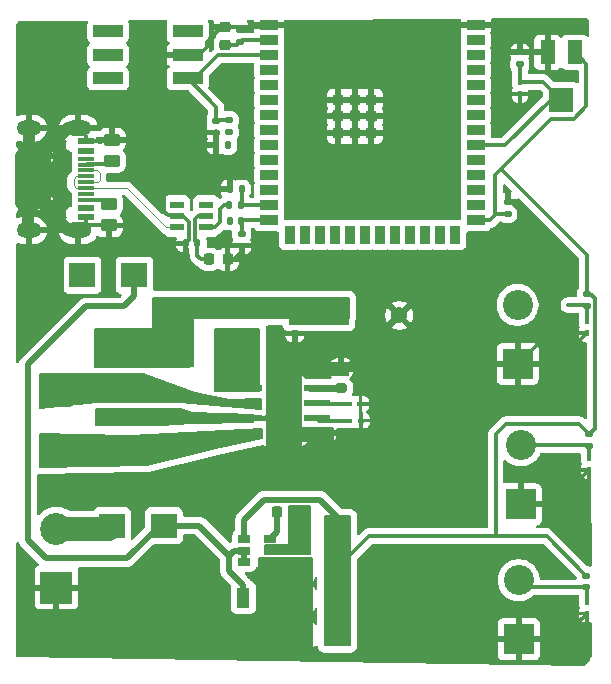
<source format=gbr>
%TF.GenerationSoftware,KiCad,Pcbnew,9.0.0*%
%TF.CreationDate,2025-03-01T12:45:02-04:00*%
%TF.ProjectId,PROYECT T,50524f59-4543-4542-9054-2e6b69636164,rev?*%
%TF.SameCoordinates,Original*%
%TF.FileFunction,Copper,L1,Top*%
%TF.FilePolarity,Positive*%
%FSLAX46Y46*%
G04 Gerber Fmt 4.6, Leading zero omitted, Abs format (unit mm)*
G04 Created by KiCad (PCBNEW 9.0.0) date 2025-03-01 12:45:02*
%MOMM*%
%LPD*%
G01*
G04 APERTURE LIST*
G04 Aperture macros list*
%AMRoundRect*
0 Rectangle with rounded corners*
0 $1 Rounding radius*
0 $2 $3 $4 $5 $6 $7 $8 $9 X,Y pos of 4 corners*
0 Add a 4 corners polygon primitive as box body*
4,1,4,$2,$3,$4,$5,$6,$7,$8,$9,$2,$3,0*
0 Add four circle primitives for the rounded corners*
1,1,$1+$1,$2,$3*
1,1,$1+$1,$4,$5*
1,1,$1+$1,$6,$7*
1,1,$1+$1,$8,$9*
0 Add four rect primitives between the rounded corners*
20,1,$1+$1,$2,$3,$4,$5,0*
20,1,$1+$1,$4,$5,$6,$7,0*
20,1,$1+$1,$6,$7,$8,$9,0*
20,1,$1+$1,$8,$9,$2,$3,0*%
G04 Aperture macros list end*
%TA.AperFunction,Conductor*%
%ADD10C,0.200000*%
%TD*%
%TA.AperFunction,ComponentPad*%
%ADD11C,1.381000*%
%TD*%
%TA.AperFunction,SMDPad,CuDef*%
%ADD12R,0.320000X0.510000*%
%TD*%
%TA.AperFunction,SMDPad,CuDef*%
%ADD13RoundRect,0.225000X-0.225000X-0.250000X0.225000X-0.250000X0.225000X0.250000X-0.225000X0.250000X0*%
%TD*%
%TA.AperFunction,SMDPad,CuDef*%
%ADD14RoundRect,0.140000X0.170000X-0.140000X0.170000X0.140000X-0.170000X0.140000X-0.170000X-0.140000X0*%
%TD*%
%TA.AperFunction,SMDPad,CuDef*%
%ADD15R,0.510000X0.320000*%
%TD*%
%TA.AperFunction,SMDPad,CuDef*%
%ADD16RoundRect,0.140000X-0.170000X0.140000X-0.170000X-0.140000X0.170000X-0.140000X0.170000X0.140000X0*%
%TD*%
%TA.AperFunction,SMDPad,CuDef*%
%ADD17RoundRect,0.248780X-0.451220X0.261220X-0.451220X-0.261220X0.451220X-0.261220X0.451220X0.261220X0*%
%TD*%
%TA.AperFunction,ComponentPad*%
%ADD18R,2.700000X2.700000*%
%TD*%
%TA.AperFunction,ComponentPad*%
%ADD19C,2.700000*%
%TD*%
%TA.AperFunction,SMDPad,CuDef*%
%ADD20RoundRect,0.250000X1.412500X0.550000X-1.412500X0.550000X-1.412500X-0.550000X1.412500X-0.550000X0*%
%TD*%
%TA.AperFunction,SMDPad,CuDef*%
%ADD21RoundRect,0.200000X0.275000X-0.200000X0.275000X0.200000X-0.275000X0.200000X-0.275000X-0.200000X0*%
%TD*%
%TA.AperFunction,SMDPad,CuDef*%
%ADD22RoundRect,0.140000X0.140000X0.170000X-0.140000X0.170000X-0.140000X-0.170000X0.140000X-0.170000X0*%
%TD*%
%TA.AperFunction,ComponentPad*%
%ADD23R,2.550000X2.550000*%
%TD*%
%TA.AperFunction,ComponentPad*%
%ADD24C,2.550000*%
%TD*%
%TA.AperFunction,SMDPad,CuDef*%
%ADD25RoundRect,0.248780X0.451220X-0.261220X0.451220X0.261220X-0.451220X0.261220X-0.451220X-0.261220X0*%
%TD*%
%TA.AperFunction,SMDPad,CuDef*%
%ADD26R,2.200000X0.500000*%
%TD*%
%TA.AperFunction,ComponentPad*%
%ADD27C,0.630000*%
%TD*%
%TA.AperFunction,SMDPad,CuDef*%
%ADD28R,2.950000X4.900000*%
%TD*%
%TA.AperFunction,SMDPad,CuDef*%
%ADD29R,1.300000X2.000000*%
%TD*%
%TA.AperFunction,SMDPad,CuDef*%
%ADD30R,2.000000X2.000000*%
%TD*%
%TA.AperFunction,SMDPad,CuDef*%
%ADD31R,1.500000X0.900000*%
%TD*%
%TA.AperFunction,SMDPad,CuDef*%
%ADD32R,0.900000X1.500000*%
%TD*%
%TA.AperFunction,SMDPad,CuDef*%
%ADD33R,0.900000X0.900000*%
%TD*%
%TA.AperFunction,SMDPad,CuDef*%
%ADD34R,2.200000X2.150000*%
%TD*%
%TA.AperFunction,SMDPad,CuDef*%
%ADD35RoundRect,0.225000X0.250000X-0.225000X0.250000X0.225000X-0.250000X0.225000X-0.250000X-0.225000X0*%
%TD*%
%TA.AperFunction,SMDPad,CuDef*%
%ADD36R,1.050000X1.820000*%
%TD*%
%TA.AperFunction,SMDPad,CuDef*%
%ADD37R,1.000000X0.700000*%
%TD*%
%TA.AperFunction,SMDPad,CuDef*%
%ADD38RoundRect,0.250000X0.325000X0.650000X-0.325000X0.650000X-0.325000X-0.650000X0.325000X-0.650000X0*%
%TD*%
%TA.AperFunction,SMDPad,CuDef*%
%ADD39RoundRect,0.140000X-0.140000X-0.170000X0.140000X-0.170000X0.140000X0.170000X-0.140000X0.170000X0*%
%TD*%
%TA.AperFunction,SMDPad,CuDef*%
%ADD40R,1.200000X0.600000*%
%TD*%
%TA.AperFunction,SMDPad,CuDef*%
%ADD41R,2.550000X1.000000*%
%TD*%
%TA.AperFunction,SMDPad,CuDef*%
%ADD42R,1.250000X1.450000*%
%TD*%
%TA.AperFunction,SMDPad,CuDef*%
%ADD43R,1.375000X1.150000*%
%TD*%
%TA.AperFunction,SMDPad,CuDef*%
%ADD44R,1.400000X0.300000*%
%TD*%
%TA.AperFunction,SMDPad,CuDef*%
%ADD45R,1.400000X0.500000*%
%TD*%
%TA.AperFunction,ComponentPad*%
%ADD46O,2.300000X1.300000*%
%TD*%
%TA.AperFunction,ComponentPad*%
%ADD47O,2.100000X1.300000*%
%TD*%
%TA.AperFunction,ComponentPad*%
%ADD48C,0.500000*%
%TD*%
%TA.AperFunction,SMDPad,CuDef*%
%ADD49RoundRect,0.500000X-1.000000X2.000000X-1.000000X-2.000000X1.000000X-2.000000X1.000000X2.000000X0*%
%TD*%
%TA.AperFunction,ViaPad*%
%ADD50C,0.900000*%
%TD*%
%TA.AperFunction,ViaPad*%
%ADD51C,0.200000*%
%TD*%
%TA.AperFunction,ViaPad*%
%ADD52C,0.300000*%
%TD*%
%TA.AperFunction,ViaPad*%
%ADD53C,1.700000*%
%TD*%
%TA.AperFunction,Conductor*%
%ADD54C,0.500000*%
%TD*%
%TA.AperFunction,Conductor*%
%ADD55C,0.300000*%
%TD*%
%TA.AperFunction,Conductor*%
%ADD56C,1.000000*%
%TD*%
%TA.AperFunction,Conductor*%
%ADD57C,2.000000*%
%TD*%
%TA.AperFunction,Conductor*%
%ADD58C,0.100000*%
%TD*%
G04 APERTURE END LIST*
%TO.N,PGND*%
D10*
X206654000Y-89196000D02*
X210058000Y-89196000D01*
X210058000Y-93726000D01*
X206654000Y-93726000D01*
X206654000Y-89196000D01*
%TA.AperFunction,Conductor*%
G36*
X206654000Y-89196000D02*
G01*
X210058000Y-89196000D01*
X210058000Y-93726000D01*
X206654000Y-93726000D01*
X206654000Y-89196000D01*
G37*
%TD.AperFunction*%
X201736000Y-90531000D02*
X209696000Y-90531000D01*
X209696000Y-93741000D01*
X201736000Y-93741000D01*
X201736000Y-90531000D01*
%TA.AperFunction,Conductor*%
G36*
X201736000Y-90531000D02*
G01*
X209696000Y-90531000D01*
X209696000Y-93741000D01*
X201736000Y-93741000D01*
X201736000Y-90531000D01*
G37*
%TD.AperFunction*%
%TO.N,GND*%
X219208500Y-93446000D02*
X223181000Y-93446000D01*
X223181000Y-94461000D01*
X219208500Y-94461000D01*
X219208500Y-93446000D01*
%TA.AperFunction,Conductor*%
G36*
X219208500Y-93446000D02*
G01*
X223181000Y-93446000D01*
X223181000Y-94461000D01*
X219208500Y-94461000D01*
X219208500Y-93446000D01*
G37*
%TD.AperFunction*%
X215678000Y-109936000D02*
X220188000Y-109936000D01*
X220188000Y-117436000D01*
X215678000Y-117436000D01*
X215678000Y-109936000D01*
%TA.AperFunction,Conductor*%
G36*
X215678000Y-109936000D02*
G01*
X220188000Y-109936000D01*
X220188000Y-117436000D01*
X215678000Y-117436000D01*
X215678000Y-109936000D01*
G37*
%TD.AperFunction*%
%TO.N,VDD*%
X211941000Y-90521000D02*
X215691000Y-90521000D01*
X215691000Y-95811000D01*
X211941000Y-95811000D01*
X211941000Y-90521000D01*
%TA.AperFunction,Conductor*%
G36*
X211941000Y-90521000D02*
G01*
X215691000Y-90521000D01*
X215691000Y-95811000D01*
X211941000Y-95811000D01*
X211941000Y-90521000D01*
G37*
%TD.AperFunction*%
%TO.N,PGND*%
X206654000Y-87905000D02*
X223266000Y-87905000D01*
X223266000Y-89641000D01*
X206654000Y-89641000D01*
X206654000Y-87905000D01*
%TA.AperFunction,Conductor*%
G36*
X206654000Y-87905000D02*
G01*
X223266000Y-87905000D01*
X223266000Y-89641000D01*
X206654000Y-89641000D01*
X206654000Y-87905000D01*
G37*
%TD.AperFunction*%
%TO.N,GND*%
X216361000Y-98911000D02*
X221911000Y-98911000D01*
X221911000Y-100051000D01*
X216361000Y-100051000D01*
X216361000Y-98911000D01*
%TA.AperFunction,Conductor*%
G36*
X216361000Y-98911000D02*
G01*
X221911000Y-98911000D01*
X221911000Y-100051000D01*
X216361000Y-100051000D01*
X216361000Y-98911000D01*
G37*
%TD.AperFunction*%
%TO.N,/DRIVER/MOTOR_OUT1*%
X205830462Y-94362082D02*
X210206763Y-95994963D01*
X213106000Y-96542229D01*
X215872193Y-96511541D01*
X215825500Y-97345946D01*
X208965373Y-96774000D01*
X201930000Y-96774000D01*
X197104000Y-97282000D01*
X197088640Y-94322625D01*
X205830462Y-94362082D01*
%TA.AperFunction,Conductor*%
G36*
X205830462Y-94362082D02*
G01*
X210206763Y-95994963D01*
X213106000Y-96542229D01*
X215872193Y-96511541D01*
X215825500Y-97345946D01*
X208965373Y-96774000D01*
X201930000Y-96774000D01*
X197104000Y-97282000D01*
X197088640Y-94322625D01*
X205830462Y-94362082D01*
G37*
%TD.AperFunction*%
%TO.N,Net-(IC3-SW)*%
X216158000Y-108876000D02*
X219998000Y-108876000D01*
X219998000Y-109576000D01*
X216158000Y-109576000D01*
X216158000Y-108876000D01*
%TA.AperFunction,Conductor*%
G36*
X216158000Y-108876000D02*
G01*
X219998000Y-108876000D01*
X219998000Y-109576000D01*
X216158000Y-109576000D01*
X216158000Y-108876000D01*
G37*
%TD.AperFunction*%
X218208000Y-105566000D02*
X219998000Y-105566000D01*
X219998000Y-109576000D01*
X218208000Y-109576000D01*
X218208000Y-105566000D01*
%TA.AperFunction,Conductor*%
G36*
X218208000Y-105566000D02*
G01*
X219998000Y-105566000D01*
X219998000Y-109576000D01*
X218208000Y-109576000D01*
X218208000Y-105566000D01*
G37*
%TD.AperFunction*%
%TO.N,/DRIVER/MOTOR_OUT2*%
X215900000Y-99822000D02*
X212061000Y-100661000D01*
X206166406Y-102079975D01*
X197125838Y-102238234D01*
X197146000Y-99476000D01*
X200476000Y-99546000D01*
X204811000Y-99601000D01*
X215900000Y-99060000D01*
X215900000Y-99822000D01*
%TA.AperFunction,Conductor*%
G36*
X215900000Y-99822000D02*
G01*
X212061000Y-100661000D01*
X206166406Y-102079975D01*
X197125838Y-102238234D01*
X197146000Y-99476000D01*
X200476000Y-99546000D01*
X204811000Y-99601000D01*
X215900000Y-99060000D01*
X215900000Y-99822000D01*
G37*
%TD.AperFunction*%
%TO.N,Net-(U2-ILIM)*%
X220016000Y-95351000D02*
X222961000Y-95351000D01*
X222961000Y-95821000D01*
X220016000Y-95821000D01*
X220016000Y-95351000D01*
%TA.AperFunction,Conductor*%
G36*
X220016000Y-95351000D02*
G01*
X222961000Y-95351000D01*
X222961000Y-95821000D01*
X220016000Y-95821000D01*
X220016000Y-95351000D01*
G37*
%TD.AperFunction*%
%TO.N,PGND*%
X208965373Y-97350080D02*
X210011000Y-97641000D01*
X215201000Y-97871000D01*
X215141000Y-98401000D01*
X209881000Y-98471000D01*
X207471000Y-98641000D01*
X201827817Y-98641000D01*
X201847910Y-97314846D01*
X208965373Y-97350080D01*
%TA.AperFunction,Conductor*%
G36*
X208965373Y-97350080D02*
G01*
X210011000Y-97641000D01*
X215201000Y-97871000D01*
X215141000Y-98401000D01*
X209881000Y-98471000D01*
X207471000Y-98641000D01*
X201827817Y-98641000D01*
X201847910Y-97314846D01*
X208965373Y-97350080D01*
G37*
%TD.AperFunction*%
%TO.N,/Alimentacion/V3.3*%
X221216000Y-106416000D02*
X223376000Y-106416000D01*
X223376000Y-117346000D01*
X221216000Y-117346000D01*
X221216000Y-106416000D01*
%TA.AperFunction,Conductor*%
G36*
X221216000Y-106416000D02*
G01*
X223376000Y-106416000D01*
X223376000Y-117346000D01*
X221216000Y-117346000D01*
X221216000Y-106416000D01*
G37*
%TD.AperFunction*%
%TO.N,GND*%
X216361000Y-91881000D02*
X219221000Y-91881000D01*
X219221000Y-102811000D01*
X216361000Y-102811000D01*
X216361000Y-91881000D01*
%TA.AperFunction,Conductor*%
G36*
X216361000Y-91881000D02*
G01*
X219221000Y-91881000D01*
X219221000Y-102811000D01*
X216361000Y-102811000D01*
X216361000Y-91881000D01*
G37*
%TD.AperFunction*%
%TO.N,PGND*%
X218262000Y-87905000D02*
X223190000Y-87905000D01*
X223190000Y-90149000D01*
X218262000Y-90149000D01*
X218262000Y-87905000D01*
%TA.AperFunction,Conductor*%
G36*
X218262000Y-87905000D02*
G01*
X223190000Y-87905000D01*
X223190000Y-90149000D01*
X218262000Y-90149000D01*
X218262000Y-87905000D01*
G37*
%TD.AperFunction*%
%TD*%
D11*
%TO.P,L2,1,1*%
%TO.N,GND*%
X227544000Y-89408000D03*
%TO.P,L2,2,2*%
%TO.N,PGND*%
X222544000Y-89408000D03*
%TD*%
D12*
%TO.P,D8,1,K*%
%TO.N,Net-(D8-K)*%
X243426000Y-113646000D03*
%TO.P,D8,2,A*%
%TO.N,GND*%
X243426000Y-114646000D03*
%TD*%
D13*
%TO.P,C10,1*%
%TO.N,/Alimentacion/VUSB*%
X211436000Y-84666000D03*
%TO.P,C10,2*%
%TO.N,GND*%
X212996000Y-84666000D03*
%TD*%
D14*
%TO.P,R7,1*%
%TO.N,/Alimentacion/V3.3*%
X236726000Y-80796000D03*
%TO.P,R7,2*%
%TO.N,GND*%
X236726000Y-79796000D03*
%TD*%
D15*
%TO.P,D5,1,K*%
%TO.N,/DRIVER/PWM_IZ*%
X223286000Y-98306000D03*
%TO.P,D5,2,A*%
%TO.N,GND*%
X224286000Y-98306000D03*
%TD*%
D16*
%TO.P,C15,1*%
%TO.N,D+*%
X214186000Y-82486000D03*
%TO.P,C15,2*%
%TO.N,GND*%
X214186000Y-83486000D03*
%TD*%
D12*
%TO.P,D9,1,K*%
%TO.N,Net-(D9-K)*%
X243416000Y-89886000D03*
%TO.P,D9,2,A*%
%TO.N,GND*%
X243416000Y-90886000D03*
%TD*%
D17*
%TO.P,R10,1*%
%TO.N,Net-(J1-CC2)*%
X202936000Y-79966000D03*
%TO.P,R10,2*%
%TO.N,GND*%
X202936000Y-81786000D03*
%TD*%
D18*
%TO.P,MOTOR1,1,1*%
%TO.N,/DRIVER/MOTOR_OUT1*%
X198391000Y-95761000D03*
D19*
%TO.P,MOTOR1,2,2*%
%TO.N,/DRIVER/MOTOR_OUT2*%
X198391000Y-100761000D03*
%TD*%
D20*
%TO.P,C5,1*%
%TO.N,VDD*%
X213508500Y-91231000D03*
%TO.P,C5,2*%
%TO.N,PGND*%
X208433500Y-91231000D03*
%TD*%
D15*
%TO.P,D4,1,K*%
%TO.N,/DRIVER/PWM_DER*%
X223256000Y-96876000D03*
%TO.P,D4,2,A*%
%TO.N,GND*%
X224256000Y-96876000D03*
%TD*%
D21*
%TO.P,R2,1*%
%TO.N,Net-(U2-ILIM)*%
X222621000Y-95571000D03*
%TO.P,R2,2*%
%TO.N,GND*%
X222621000Y-93931000D03*
%TD*%
D13*
%TO.P,C11,1*%
%TO.N,Net-(IC3-BST)*%
X217178000Y-106066000D03*
%TO.P,C11,2*%
%TO.N,Net-(IC3-SW)*%
X218738000Y-106066000D03*
%TD*%
D22*
%TO.P,R6,1*%
%TO.N,D+*%
X214166000Y-81376000D03*
%TO.P,R6,2*%
%TO.N,Net-(IC1-I{slash}O1_2)*%
X213166000Y-81376000D03*
%TD*%
D23*
%TO.P,BOTON_TERMINAL1,1,1*%
%TO.N,GND*%
X237556000Y-93511000D03*
D24*
%TO.P,BOTON_TERMINAL1,2,2*%
%TO.N,Net-(D9-K)*%
X237556000Y-88511000D03*
%TD*%
D25*
%TO.P,R9,1*%
%TO.N,Net-(J1-CC1)*%
X203203500Y-76336000D03*
%TO.P,R9,2*%
%TO.N,GND*%
X203203500Y-74516000D03*
%TD*%
D22*
%TO.P,C16,1*%
%TO.N,D-*%
X214186000Y-78716000D03*
%TO.P,C16,2*%
%TO.N,GND*%
X213186000Y-78716000D03*
%TD*%
D26*
%TO.P,U2,1,GND*%
%TO.N,GND*%
X220596000Y-99391000D03*
%TO.P,U2,2,IN2*%
%TO.N,/DRIVER/PWM_IZ*%
X220596000Y-98121000D03*
%TO.P,U2,3,IN1*%
%TO.N,/DRIVER/PWM_DER*%
X220596000Y-96851000D03*
%TO.P,U2,4,ILIM*%
%TO.N,Net-(U2-ILIM)*%
X220596000Y-95581000D03*
%TO.P,U2,5,VM*%
%TO.N,VDD*%
X214846000Y-95581000D03*
%TO.P,U2,6,OUT1*%
%TO.N,/DRIVER/MOTOR_OUT1*%
X214846000Y-96851000D03*
%TO.P,U2,7,GND*%
%TO.N,GND*%
X214846000Y-98121000D03*
%TO.P,U2,8,OUT2*%
%TO.N,/DRIVER/MOTOR_OUT2*%
X214846000Y-99391000D03*
D27*
%TO.P,U2,9,GND*%
%TO.N,GND*%
X218371000Y-98786000D03*
X218371000Y-97486000D03*
X218371000Y-96186000D03*
D28*
X217721000Y-97486000D03*
D27*
X217071000Y-98786000D03*
X217071000Y-97486000D03*
X217071000Y-96186000D03*
%TD*%
D29*
%TO.P,R11,1,CCW*%
%TO.N,GND*%
X240096000Y-67136000D03*
D30*
%TO.P,R11,2,WIPER*%
%TO.N,ADC_CH0*%
X241246000Y-71136000D03*
D29*
%TO.P,R11,3,CW*%
%TO.N,/Alimentacion/V3.3*%
X242396000Y-67136000D03*
%TD*%
D31*
%TO.P,IC2,1,GND_1*%
%TO.N,GND*%
X216526000Y-64826000D03*
%TO.P,IC2,2,3V3*%
%TO.N,/Alimentacion/V3.3*%
X216526000Y-66096000D03*
%TO.P,IC2,3,EN*%
%TO.N,EN*%
X216526000Y-67366000D03*
%TO.P,IC2,4,IO4*%
%TO.N,Net-(D9-K)*%
X216526000Y-68636000D03*
%TO.P,IC2,5,IO5*%
%TO.N,Net-(D7-K)*%
X216526000Y-69906000D03*
%TO.P,IC2,6,IO6*%
%TO.N,Net-(D8-K)*%
X216526000Y-71176000D03*
%TO.P,IC2,7,IO7*%
%TO.N,unconnected-(IC2-IO7-Pad7)*%
X216526000Y-72446000D03*
%TO.P,IC2,8,IO15*%
%TO.N,unconnected-(IC2-IO15-Pad8)*%
X216526000Y-73716000D03*
%TO.P,IC2,9,IO16*%
%TO.N,unconnected-(IC2-IO16-Pad9)*%
X216526000Y-74986000D03*
%TO.P,IC2,10,IO17*%
%TO.N,unconnected-(IC2-IO17-Pad10)*%
X216526000Y-76256000D03*
%TO.P,IC2,11,IO18*%
%TO.N,/DRIVER/PWM_DER*%
X216526000Y-77526000D03*
%TO.P,IC2,12,IO8*%
%TO.N,unconnected-(IC2-IO8-Pad12)*%
X216526000Y-78796000D03*
%TO.P,IC2,13,IO19*%
%TO.N,D-*%
X216526000Y-80066000D03*
%TO.P,IC2,14,IO20*%
%TO.N,D+*%
X216526000Y-81336000D03*
D32*
%TO.P,IC2,15,IO3*%
%TO.N,unconnected-(IC2-IO3-Pad15)*%
X218291000Y-82586000D03*
%TO.P,IC2,16,IO46*%
%TO.N,unconnected-(IC2-IO46-Pad16)*%
X219561000Y-82586000D03*
%TO.P,IC2,17,IO9*%
%TO.N,unconnected-(IC2-IO9-Pad17)*%
X220831000Y-82586000D03*
%TO.P,IC2,18,IO10*%
%TO.N,unconnected-(IC2-IO10-Pad18)*%
X222101000Y-82586000D03*
%TO.P,IC2,19,IO11*%
%TO.N,unconnected-(IC2-IO11-Pad19)*%
X223371000Y-82586000D03*
%TO.P,IC2,20,IO12*%
%TO.N,unconnected-(IC2-IO12-Pad20)*%
X224641000Y-82586000D03*
%TO.P,IC2,21,IO13*%
%TO.N,unconnected-(IC2-IO13-Pad21)*%
X225911000Y-82586000D03*
%TO.P,IC2,22,IO14*%
%TO.N,unconnected-(IC2-IO14-Pad22)*%
X227181000Y-82586000D03*
%TO.P,IC2,23,IO21*%
%TO.N,/DRIVER/PWM_IZ*%
X228451000Y-82586000D03*
%TO.P,IC2,24,IO47*%
%TO.N,unconnected-(IC2-IO47-Pad24)*%
X229721000Y-82586000D03*
%TO.P,IC2,25,IO48*%
%TO.N,unconnected-(IC2-IO48-Pad25)*%
X230991000Y-82586000D03*
%TO.P,IC2,26,IO45*%
%TO.N,unconnected-(IC2-IO45-Pad26)*%
X232261000Y-82586000D03*
D31*
%TO.P,IC2,27,IO0*%
%TO.N,/Alimentacion/V3.3*%
X234026000Y-81336000D03*
%TO.P,IC2,28,IO35*%
%TO.N,unconnected-(IC2-IO35-Pad28)*%
X234026000Y-80066000D03*
%TO.P,IC2,29,IO36*%
%TO.N,unconnected-(IC2-IO36-Pad29)*%
X234026000Y-78796000D03*
%TO.P,IC2,30,IO37*%
%TO.N,unconnected-(IC2-IO37-Pad30)*%
X234026000Y-77526000D03*
%TO.P,IC2,31,IO38*%
%TO.N,unconnected-(IC2-IO38-Pad31)*%
X234026000Y-76256000D03*
%TO.P,IC2,32,IO39*%
%TO.N,ADC_CH0*%
X234026000Y-74986000D03*
%TO.P,IC2,33,IO40*%
%TO.N,unconnected-(IC2-IO40-Pad33)*%
X234026000Y-73716000D03*
%TO.P,IC2,34,IO41*%
%TO.N,unconnected-(IC2-IO41-Pad34)*%
X234026000Y-72446000D03*
%TO.P,IC2,35,IO42*%
%TO.N,unconnected-(IC2-IO42-Pad35)*%
X234026000Y-71176000D03*
%TO.P,IC2,36,RXD0*%
%TO.N,unconnected-(IC2-RXD0-Pad36)*%
X234026000Y-69906000D03*
%TO.P,IC2,37,TXD0*%
%TO.N,unconnected-(IC2-TXD0-Pad37)*%
X234026000Y-68636000D03*
%TO.P,IC2,38,IO2*%
%TO.N,unconnected-(IC2-IO2-Pad38)*%
X234026000Y-67366000D03*
%TO.P,IC2,39,IO1*%
%TO.N,unconnected-(IC2-IO1-Pad39)*%
X234026000Y-66096000D03*
%TO.P,IC2,40,GND_2*%
%TO.N,GND*%
X234026000Y-64826000D03*
D33*
%TO.P,IC2,41,GND_3*%
X223776000Y-72546000D03*
%TO.P,IC2,42,GND_4*%
X223776000Y-71146000D03*
%TO.P,IC2,43,GND_5*%
X222376000Y-71146000D03*
%TO.P,IC2,44,GND_6*%
X222376000Y-72546000D03*
%TO.P,IC2,45,GND_7*%
X222376000Y-73946000D03*
%TO.P,IC2,46,GND_8*%
X223776000Y-73946000D03*
%TO.P,IC2,47,GND_9*%
X225176000Y-73946000D03*
%TO.P,IC2,48,GND_10*%
X225176000Y-72546000D03*
%TO.P,IC2,49,GND_11*%
X225176000Y-71146000D03*
%TD*%
D23*
%TO.P,LSC1,1,1*%
%TO.N,GND*%
X237656000Y-116826000D03*
D24*
%TO.P,LSC1,2,2*%
%TO.N,Net-(D8-K)*%
X237656000Y-111826000D03*
%TD*%
D34*
%TO.P,D2,1,K*%
%TO.N,Net-(D1-K)*%
X205116000Y-86016000D03*
%TO.P,D2,2,A*%
%TO.N,/Alimentacion/VUSB*%
X200716000Y-86016000D03*
%TD*%
D35*
%TO.P,C1,1*%
%TO.N,/Alimentacion/V3.3*%
X212806000Y-66536000D03*
%TO.P,C1,2*%
%TO.N,GND*%
X212806000Y-64976000D03*
%TD*%
D36*
%TO.P,C13,1,1*%
%TO.N,GND*%
X217128000Y-113286000D03*
%TO.P,C13,2,2*%
%TO.N,Net-(D1-K)*%
X214348000Y-113286000D03*
%TD*%
D14*
%TO.P,C2,1*%
%TO.N,/Alimentacion/V3.3*%
X214076000Y-66226000D03*
%TO.P,C2,2*%
%TO.N,GND*%
X214076000Y-65226000D03*
%TD*%
%TO.P,R3,1*%
%TO.N,Net-(D9-K)*%
X243416000Y-88586000D03*
%TO.P,R3,2*%
%TO.N,/Alimentacion/V3.3*%
X243416000Y-87586000D03*
%TD*%
D23*
%TO.P,LSA}1,1,1*%
%TO.N,GND*%
X237826000Y-105406000D03*
D24*
%TO.P,LSA}1,2,2*%
%TO.N,Net-(D7-K)*%
X237826000Y-100406000D03*
%TD*%
D18*
%TO.P,PILA1,1,1*%
%TO.N,GND*%
X198506000Y-112446000D03*
D19*
%TO.P,PILA1,2,2*%
%TO.N,VDD*%
X198506000Y-107446000D03*
%TD*%
D14*
%TO.P,C4,1*%
%TO.N,GND*%
X218686000Y-90924000D03*
%TO.P,C4,2*%
%TO.N,PGND*%
X218686000Y-89924000D03*
%TD*%
D37*
%TO.P,IC3,1,FB*%
%TO.N,/Alimentacion/V3.3*%
X214418000Y-108366000D03*
%TO.P,IC3,2,EN*%
%TO.N,Net-(D1-K)*%
X214418000Y-109316000D03*
%TO.P,IC3,3,VIN*%
X214418000Y-110266000D03*
%TO.P,IC3,4,GND*%
%TO.N,GND*%
X216616000Y-110266000D03*
%TO.P,IC3,5,SW*%
%TO.N,Net-(IC3-SW)*%
X216616000Y-109316000D03*
%TO.P,IC3,6,BST*%
%TO.N,Net-(IC3-BST)*%
X216616000Y-108366000D03*
%TD*%
D12*
%TO.P,D7,1,K*%
%TO.N,Net-(D7-K)*%
X243596000Y-101476000D03*
%TO.P,D7,2,A*%
%TO.N,GND*%
X243596000Y-102476000D03*
%TD*%
D13*
%TO.P,C6,1*%
%TO.N,VDD*%
X215331000Y-93921000D03*
%TO.P,C6,2*%
%TO.N,GND*%
X216891000Y-93921000D03*
%TD*%
D14*
%TO.P,C8,1*%
%TO.N,ADC_CH0*%
X237746000Y-68136000D03*
%TO.P,C8,2*%
%TO.N,GND*%
X237746000Y-67136000D03*
%TD*%
D38*
%TO.P,C12,1*%
%TO.N,/Alimentacion/V3.3*%
X222278000Y-110796000D03*
%TO.P,C12,2*%
%TO.N,GND*%
X219318000Y-110796000D03*
%TD*%
D39*
%TO.P,C9,1*%
%TO.N,GND*%
X209451500Y-83310500D03*
%TO.P,C9,2*%
%TO.N,/Alimentacion/VUSB*%
X210451500Y-83310500D03*
%TD*%
D40*
%TO.P,IC1,1,I/O1_1*%
%TO.N,Net-(IC1-I{slash}O1_1)*%
X208701500Y-80040500D03*
%TO.P,IC1,2,GND*%
%TO.N,GND*%
X208701500Y-80990500D03*
%TO.P,IC1,3,I/O2_1*%
%TO.N,Net-(IC1-I{slash}O2_1)*%
X208701500Y-81940500D03*
%TO.P,IC1,4,I/O2_2*%
%TO.N,Net-(IC1-I{slash}O2_2)*%
X211201500Y-81940500D03*
%TO.P,IC1,5,VBUS*%
%TO.N,/Alimentacion/VUSB*%
X211201500Y-80990500D03*
%TO.P,IC1,6,I/O1_2*%
%TO.N,Net-(IC1-I{slash}O1_2)*%
X211201500Y-80040500D03*
%TD*%
D14*
%TO.P,C7,1*%
%TO.N,GND*%
X212036000Y-73916000D03*
%TO.P,C7,2*%
%TO.N,EN*%
X212036000Y-72916000D03*
%TD*%
D41*
%TO.P,Reset1,1,NO_1*%
%TO.N,EN*%
X209621000Y-69336000D03*
%TO.P,Reset1,2,COM_1*%
%TO.N,GND*%
X209621000Y-67336000D03*
%TO.P,Reset1,3,NC_1*%
%TO.N,unconnected-(Reset1-NC_1-Pad3)*%
X209621000Y-65336000D03*
%TO.P,Reset1,4,NO_2*%
%TO.N,unconnected-(Reset1-NO_2-Pad4)*%
X202871000Y-69336000D03*
%TO.P,Reset1,5,COM_2*%
%TO.N,unconnected-(Reset1-COM_2-Pad5)*%
X202871000Y-67336000D03*
%TO.P,Reset1,6,NC_2*%
%TO.N,unconnected-(Reset1-NC_2-Pad6)*%
X202871000Y-65336000D03*
%TD*%
D12*
%TO.P,D6,1,K*%
%TO.N,ADC_CH0*%
X237746000Y-69636000D03*
%TO.P,D6,2,A*%
%TO.N,GND*%
X237746000Y-70636000D03*
%TD*%
D16*
%TO.P,R5,1*%
%TO.N,/Alimentacion/V3.3*%
X243366000Y-111426000D03*
%TO.P,R5,2*%
%TO.N,Net-(D8-K)*%
X243366000Y-112426000D03*
%TD*%
D14*
%TO.P,R4,1*%
%TO.N,Net-(D7-K)*%
X243626000Y-100476000D03*
%TO.P,R4,2*%
%TO.N,/Alimentacion/V3.3*%
X243626000Y-99476000D03*
%TD*%
%TO.P,R1,1*%
%TO.N,/Alimentacion/V3.3*%
X213136000Y-73896000D03*
%TO.P,R1,2*%
%TO.N,EN*%
X213136000Y-72896000D03*
%TD*%
D38*
%TO.P,C14,1*%
%TO.N,/Alimentacion/V3.3*%
X222278000Y-113406000D03*
%TO.P,C14,2*%
%TO.N,GND*%
X219318000Y-113406000D03*
%TD*%
D42*
%TO.P,L1,1,1*%
%TO.N,Net-(IC3-SW)*%
X219448000Y-108316000D03*
%TO.P,L1,2,2*%
%TO.N,/Alimentacion/V3.3*%
X221948000Y-108316000D03*
%TD*%
D43*
%TO.P,D3,1,K*%
%TO.N,/Alimentacion/V3.3*%
X222483000Y-116486000D03*
%TO.P,D3,2,A*%
%TO.N,GND*%
X219333000Y-116486000D03*
%TD*%
D44*
%TO.P,J1,A5,CC1*%
%TO.N,Net-(J1-CC1)*%
X201043500Y-76626000D03*
%TO.P,J1,A6,D+*%
%TO.N,Net-(IC1-I{slash}O2_1)*%
X201043500Y-77626000D03*
%TO.P,J1,A7,D-*%
%TO.N,Net-(IC1-I{slash}O1_1)*%
X201043500Y-78126000D03*
%TO.P,J1,A8,SBU1*%
%TO.N,unconnected-(J1-SBU1-PadA8)*%
X201043500Y-79126000D03*
D45*
%TO.P,J1,A9B4,VBUS*%
%TO.N,/Alimentacion/VUSB*%
X201043500Y-80276000D03*
%TO.P,J1,A12B1,GND*%
%TO.N,GND*%
X201043500Y-81076000D03*
D44*
%TO.P,J1,B5,CC2*%
%TO.N,Net-(J1-CC2)*%
X201043500Y-79626000D03*
%TO.P,J1,B6,D+*%
%TO.N,Net-(IC1-I{slash}O2_1)*%
X201043500Y-78626000D03*
%TO.P,J1,B7,D-*%
%TO.N,Net-(IC1-I{slash}O1_1)*%
X201043500Y-77126000D03*
%TO.P,J1,B8,SBU2*%
%TO.N,unconnected-(J1-SBU2-PadB8)*%
X201043500Y-76126000D03*
D45*
%TO.P,J1,B9A4,VBUS*%
%TO.N,/Alimentacion/VUSB*%
X201043500Y-75476000D03*
%TO.P,J1,B12A1,GND*%
%TO.N,GND*%
X201043500Y-74676000D03*
D46*
%TO.P,J1,S1,SHIELD*%
X200363500Y-73546000D03*
D47*
X196163500Y-73546000D03*
D48*
X197543500Y-75876000D03*
X195543500Y-75876000D03*
D49*
X196543500Y-77876000D03*
D48*
X197543500Y-79876000D03*
X195543500Y-79876000D03*
D46*
X200363500Y-82206000D03*
D47*
X196163500Y-82206000D03*
%TD*%
D22*
%TO.P,C3,1*%
%TO.N,/Alimentacion/V3.3*%
X213026000Y-74986000D03*
%TO.P,C3,2*%
%TO.N,GND*%
X212026000Y-74986000D03*
%TD*%
%TO.P,R8,1*%
%TO.N,D-*%
X214146000Y-80086000D03*
%TO.P,R8,2*%
%TO.N,Net-(IC1-I{slash}O2_2)*%
X213146000Y-80086000D03*
%TD*%
D34*
%TO.P,D1,1,K*%
%TO.N,Net-(D1-K)*%
X207616000Y-107196000D03*
%TO.P,D1,2,A*%
%TO.N,VDD*%
X203216000Y-107196000D03*
%TD*%
D50*
%TO.N,PGND*%
X202692000Y-98044000D03*
X207471000Y-98044000D03*
X208280000Y-90170000D03*
X209042000Y-92456000D03*
X207518000Y-92710000D03*
D51*
%TO.N,Net-(D9-K)*%
X216736000Y-68576000D03*
X241846000Y-88526000D03*
D50*
%TO.N,GND*%
X225298000Y-72644000D03*
X225044000Y-73914000D03*
X219386000Y-110786000D03*
X218366000Y-100236000D03*
X217856000Y-114736000D03*
X225044000Y-71120000D03*
X223774000Y-73914000D03*
X219136000Y-112116000D03*
X218336000Y-92886000D03*
X222250000Y-72390000D03*
X218336000Y-94366000D03*
X216926000Y-113436000D03*
X216686000Y-110406000D03*
X222250000Y-71120000D03*
X217026000Y-101846000D03*
X222250000Y-73914000D03*
X223774000Y-71120000D03*
X216876000Y-111946000D03*
X223774000Y-72390000D03*
X218016000Y-110906000D03*
X217106000Y-94336000D03*
X219136000Y-113686000D03*
X216506000Y-115796000D03*
X217141000Y-92831000D03*
X218366000Y-101896000D03*
X219116000Y-115496000D03*
X217026000Y-100236000D03*
D52*
%TO.N,/Alimentacion/V3.3*%
X213136000Y-73896000D03*
D51*
X235671000Y-77481000D03*
D52*
X216666000Y-66116000D03*
D50*
%TO.N,PGND*%
X204421000Y-98061000D03*
X206151000Y-93201000D03*
X203701000Y-93371000D03*
X209256000Y-91316000D03*
X206301000Y-91421000D03*
X202431000Y-92401000D03*
X207336000Y-91236000D03*
X204931000Y-92351000D03*
X208351000Y-91291000D03*
X203711000Y-91371000D03*
X206051000Y-98111000D03*
D53*
%TO.N,VDD*%
X214496000Y-91286000D03*
X213706000Y-94996000D03*
X212716000Y-91306000D03*
X213816000Y-93166000D03*
D52*
%TO.N,/Alimentacion/VUSB*%
X211176000Y-80990500D03*
X201043500Y-80276000D03*
X201043500Y-75476000D03*
D50*
X200576000Y-86056000D03*
D51*
%TO.N,/DRIVER/PWM_DER*%
X220596000Y-96851000D03*
X216666000Y-77546000D03*
%TO.N,/DRIVER/PWM_IZ*%
X220596000Y-98121000D03*
X228591000Y-82606000D03*
%TO.N,Net-(D7-K)*%
X216666000Y-69716000D03*
%TO.N,Net-(D8-K)*%
X216666000Y-71196000D03*
%TO.N,Net-(IC1-I{slash}O1_1)*%
X201043500Y-77126000D03*
D52*
X208701500Y-80040500D03*
%TO.N,Net-(IC1-I{slash}O1_2)*%
X213166000Y-81376000D03*
X211201500Y-80040500D03*
%TD*%
D54*
%TO.N,GND*%
X223021000Y-93931000D02*
X222621000Y-93931000D01*
X227544000Y-89408000D02*
X223021000Y-93931000D01*
X218686000Y-96451000D02*
X217791000Y-97346000D01*
X218686000Y-90924000D02*
X218686000Y-96451000D01*
%TO.N,Net-(D1-K)*%
X204216000Y-88646000D02*
X205116000Y-87746000D01*
X196088000Y-108458000D02*
X196088000Y-93555000D01*
X205116000Y-87746000D02*
X205116000Y-86016000D01*
X196088000Y-93555000D02*
X200997000Y-88646000D01*
X204470000Y-109982000D02*
X197612000Y-109982000D01*
X207616000Y-107196000D02*
X207256000Y-107196000D01*
X197612000Y-109982000D02*
X196088000Y-108458000D01*
X200997000Y-88646000D02*
X204216000Y-88646000D01*
X207256000Y-107196000D02*
X204470000Y-109982000D01*
D55*
%TO.N,Net-(D9-K)*%
X243356000Y-88526000D02*
X243416000Y-88586000D01*
X241846000Y-88526000D02*
X243356000Y-88526000D01*
X243416000Y-89886000D02*
X243416000Y-88586000D01*
%TO.N,GND*%
X237746000Y-70636000D02*
X236796000Y-70636000D01*
X214186000Y-84066000D02*
X214186000Y-83486000D01*
X236346000Y-67636000D02*
X236846000Y-67136000D01*
D56*
X197543500Y-75522447D02*
X199519947Y-73546000D01*
D55*
X211247000Y-66215000D02*
X212486000Y-64976000D01*
X237746000Y-67136000D02*
X240096000Y-67136000D01*
D56*
X196163500Y-75256000D02*
X195543500Y-75876000D01*
X195543500Y-79876000D02*
X196113500Y-80446000D01*
D55*
X236726000Y-79796000D02*
X237035999Y-79796000D01*
X209301500Y-81110500D02*
X208821500Y-81110500D01*
D56*
X199519947Y-73546000D02*
X200363500Y-73546000D01*
D55*
X203043500Y-74676000D02*
X203203500Y-74516000D01*
D56*
X196113500Y-80446000D02*
X196113500Y-82156000D01*
D55*
X211247000Y-66695000D02*
X211247000Y-66215000D01*
D56*
X197543500Y-80229553D02*
X199519947Y-82206000D01*
D55*
X201163500Y-81196000D02*
X201043500Y-81076000D01*
X210606000Y-67336000D02*
X211247000Y-66695000D01*
X201043500Y-74226000D02*
X200363500Y-73546000D01*
D56*
X197543500Y-75876000D02*
X197543500Y-75522447D01*
D55*
X237556000Y-93511000D02*
X240791000Y-93511000D01*
X240791000Y-93511000D02*
X243416000Y-90886000D01*
D56*
X199519947Y-82206000D02*
X200363500Y-82206000D01*
D55*
X218556000Y-92666000D02*
X218336000Y-92886000D01*
X239836000Y-91231000D02*
X237556000Y-93511000D01*
D56*
X196113500Y-82156000D02*
X196163500Y-82206000D01*
D55*
X209721500Y-81530500D02*
X209301500Y-81110500D01*
X212806000Y-64976000D02*
X216536000Y-64976000D01*
X212486000Y-64976000D02*
X212806000Y-64976000D01*
X201043500Y-81076000D02*
X201043500Y-81526000D01*
X213186000Y-78716000D02*
X208036000Y-78716000D01*
X207916000Y-80926000D02*
X208637000Y-80926000D01*
X212036000Y-73816000D02*
X211996000Y-73856000D01*
X237826000Y-105406000D02*
X240666000Y-105406000D01*
X240666000Y-105406000D02*
X243596000Y-102476000D01*
X237656000Y-116826000D02*
X241246000Y-116826000D01*
X207636000Y-80646000D02*
X207916000Y-80926000D01*
X208637000Y-80926000D02*
X208701500Y-80990500D01*
X213586000Y-84666000D02*
X214186000Y-84066000D01*
X241246000Y-116826000D02*
X243426000Y-114646000D01*
X201043500Y-81526000D02*
X200363500Y-82206000D01*
X237035999Y-79796000D02*
X239836000Y-82596001D01*
X212036000Y-73916000D02*
X212036000Y-73816000D01*
X212996000Y-84666000D02*
X213586000Y-84666000D01*
X208036000Y-78716000D02*
X207636000Y-79116000D01*
X202936000Y-81786000D02*
X200783500Y-81786000D01*
X200783500Y-81786000D02*
X200363500Y-82206000D01*
X209621000Y-67336000D02*
X210606000Y-67336000D01*
X209451500Y-83310500D02*
X209721500Y-83040500D01*
X239836000Y-82596001D02*
X239836000Y-91231000D01*
X236346000Y-70186000D02*
X236346000Y-67636000D01*
X236846000Y-67136000D02*
X237746000Y-67136000D01*
X201043500Y-74676000D02*
X203043500Y-74676000D01*
D56*
X196163500Y-73546000D02*
X196163500Y-75256000D01*
D55*
X201043500Y-74676000D02*
X201043500Y-74226000D01*
D56*
X197543500Y-79876000D02*
X197543500Y-80229553D01*
D55*
X207636000Y-79116000D02*
X207636000Y-80646000D01*
X209721500Y-83040500D02*
X209721500Y-81530500D01*
X236796000Y-70636000D02*
X236346000Y-70186000D01*
%TO.N,/Alimentacion/V3.3*%
X243386000Y-71698000D02*
X242338000Y-72746000D01*
X213766000Y-66536000D02*
X214076000Y-66226000D01*
X225008000Y-108066000D02*
X222278000Y-110796000D01*
X235776000Y-80796000D02*
X235666000Y-80906000D01*
X242396000Y-67136000D02*
X243386000Y-68126000D01*
X236151000Y-77001000D02*
X235671000Y-77481000D01*
X214186000Y-66116000D02*
X214076000Y-66226000D01*
X243416000Y-84266000D02*
X236151000Y-77001000D01*
X243725999Y-87586000D02*
X243416000Y-87586000D01*
D54*
X216096000Y-105006000D02*
X220836000Y-105006000D01*
D55*
X235671000Y-77481000D02*
X235666000Y-77486000D01*
X236586000Y-98596000D02*
X242746000Y-98596000D01*
X242338000Y-72746000D02*
X240406000Y-72746000D01*
X236706000Y-80796000D02*
X235776000Y-80796000D01*
X235666000Y-80906000D02*
X235216000Y-81356000D01*
X242746000Y-98596000D02*
X243626000Y-99476000D01*
X235706000Y-108066000D02*
X225008000Y-108066000D01*
X244077000Y-99025000D02*
X244077000Y-87937001D01*
X243366000Y-111426000D02*
X240006000Y-108066000D01*
X243386000Y-68126000D02*
X243386000Y-71698000D01*
X244077000Y-87937001D02*
X243725999Y-87586000D01*
X235706000Y-99476000D02*
X236586000Y-98596000D01*
X216666000Y-66116000D02*
X214186000Y-66116000D01*
D54*
X222296000Y-106466000D02*
X222296000Y-111881000D01*
X214418000Y-106684000D02*
X216096000Y-105006000D01*
D55*
X212806000Y-66536000D02*
X213766000Y-66536000D01*
D54*
X214418000Y-108366000D02*
X214418000Y-106684000D01*
D55*
X240006000Y-108066000D02*
X235706000Y-108066000D01*
D54*
X220836000Y-105006000D02*
X222296000Y-106466000D01*
D55*
X235666000Y-77486000D02*
X235666000Y-80906000D01*
X235706000Y-108066000D02*
X235706000Y-99476000D01*
X240406000Y-72746000D02*
X236151000Y-77001000D01*
X243416000Y-87586000D02*
X243416000Y-84266000D01*
X235216000Y-81356000D02*
X234166000Y-81356000D01*
X243626000Y-99476000D02*
X244077000Y-99025000D01*
D57*
%TO.N,VDD*%
X202966000Y-107446000D02*
X203216000Y-107196000D01*
X198506000Y-107446000D02*
X202966000Y-107446000D01*
D55*
%TO.N,EN*%
X212226000Y-67386000D02*
X216666000Y-67386000D01*
X212036000Y-72916000D02*
X212036000Y-71751000D01*
X212036000Y-71751000D02*
X209621000Y-69336000D01*
X210276000Y-69336000D02*
X212226000Y-67386000D01*
X212056000Y-72896000D02*
X212036000Y-72916000D01*
X209621000Y-69336000D02*
X210276000Y-69336000D01*
X213136000Y-72896000D02*
X212056000Y-72896000D01*
%TO.N,ADC_CH0*%
X240356000Y-71136000D02*
X236486000Y-75006000D01*
X239746000Y-69636000D02*
X237746000Y-69636000D01*
X236486000Y-75006000D02*
X234166000Y-75006000D01*
X241246000Y-71136000D02*
X239746000Y-69636000D01*
X241246000Y-71136000D02*
X240356000Y-71136000D01*
X237746000Y-68136000D02*
X237746000Y-69636000D01*
%TO.N,/Alimentacion/VUSB*%
X211201500Y-80990500D02*
X211176000Y-80990500D01*
X210451500Y-84340500D02*
X210451500Y-83310500D01*
X211436000Y-84666000D02*
X210766000Y-84666000D01*
X210250500Y-83109500D02*
X210451500Y-83310500D01*
X210481500Y-80990500D02*
X210250500Y-81221500D01*
X211176000Y-80990500D02*
X210481500Y-80990500D01*
X210446000Y-84346000D02*
X210451500Y-84340500D01*
X210766000Y-84666000D02*
X210446000Y-84346000D01*
X210250500Y-81221500D02*
X210250500Y-83109500D01*
D54*
%TO.N,Net-(IC3-BST)*%
X217178000Y-106066000D02*
X217178000Y-107763000D01*
X217178000Y-107763000D02*
X216616000Y-108325000D01*
%TO.N,Net-(D1-K)*%
X207616000Y-107196000D02*
X210598000Y-107196000D01*
X214348000Y-112266000D02*
X214348000Y-113286000D01*
X210598000Y-107196000D02*
X213148000Y-109746000D01*
X213578000Y-109316000D02*
X213148000Y-109746000D01*
X214418000Y-109316000D02*
X213578000Y-109316000D01*
X214418000Y-110266000D02*
X214418000Y-109316000D01*
X213148000Y-109746000D02*
X213148000Y-111066000D01*
X213148000Y-111066000D02*
X214348000Y-112266000D01*
D55*
%TO.N,D+*%
X216666000Y-81356000D02*
X214306000Y-81356000D01*
X214186000Y-82486000D02*
X214186000Y-81396000D01*
X214186000Y-81396000D02*
X214166000Y-81376000D01*
%TO.N,D-*%
X214186000Y-80046000D02*
X214146000Y-80086000D01*
X214186000Y-80086000D02*
X214136000Y-80036000D01*
X216666000Y-80086000D02*
X214186000Y-80086000D01*
X214186000Y-78716000D02*
X214186000Y-80046000D01*
%TO.N,/DRIVER/PWM_DER*%
X220621000Y-96876000D02*
X220596000Y-96851000D01*
X223256000Y-96876000D02*
X220621000Y-96876000D01*
%TO.N,/DRIVER/PWM_IZ*%
X223286000Y-98306000D02*
X220781000Y-98306000D01*
X220781000Y-98306000D02*
X220596000Y-98121000D01*
%TO.N,Net-(D7-K)*%
X243596000Y-101476000D02*
X243596000Y-100506000D01*
X243556000Y-100406000D02*
X243626000Y-100476000D01*
X243596000Y-100506000D02*
X243626000Y-100476000D01*
X237826000Y-100406000D02*
X243556000Y-100406000D01*
%TO.N,Net-(D8-K)*%
X237656000Y-111826000D02*
X238256000Y-112426000D01*
X243426000Y-112486000D02*
X243366000Y-112426000D01*
X243426000Y-113646000D02*
X243426000Y-112486000D01*
X238256000Y-112426000D02*
X243366000Y-112426000D01*
D58*
%TO.N,Net-(IC1-I{slash}O1_1)*%
X201043500Y-78126000D02*
X201993500Y-78126000D01*
X201993500Y-78126000D02*
X202173500Y-77946000D01*
X201973500Y-77126000D02*
X201043500Y-77126000D01*
X202173500Y-77326000D02*
X201973500Y-77126000D01*
X202173500Y-77946000D02*
X202173500Y-77326000D01*
D55*
%TO.N,Net-(IC1-I{slash}O2_2)*%
X211201500Y-81940500D02*
X211921500Y-81940500D01*
X211921500Y-81940500D02*
X212366000Y-81496000D01*
X212366000Y-80386000D02*
X212666000Y-80086000D01*
X212666000Y-80086000D02*
X213146000Y-80086000D01*
X212366000Y-81496000D02*
X212366000Y-80386000D01*
D58*
%TO.N,Net-(IC1-I{slash}O2_1)*%
X201043500Y-78626000D02*
X204446000Y-78626000D01*
X200191500Y-78626000D02*
X201043500Y-78626000D01*
X199963500Y-78398000D02*
X200191500Y-78626000D01*
X200153500Y-77626000D02*
X199963500Y-77816000D01*
X199963500Y-77816000D02*
X199963500Y-78398000D01*
X207760500Y-81940500D02*
X208701500Y-81940500D01*
X204446000Y-78626000D02*
X207760500Y-81940500D01*
X201043500Y-77626000D02*
X200153500Y-77626000D01*
D55*
%TO.N,Net-(J1-CC1)*%
X201081000Y-76616000D02*
X202931000Y-76616000D01*
D58*
X202913500Y-76626000D02*
X203203500Y-76336000D01*
X201053500Y-76616000D02*
X201043500Y-76626000D01*
D55*
%TO.N,Net-(J1-CC2)*%
X202936000Y-79966000D02*
X202596000Y-79626000D01*
X202596000Y-79626000D02*
X201043500Y-79626000D01*
%TD*%
%TA.AperFunction,Conductor*%
%TO.N,GND*%
G36*
X210302809Y-107966185D02*
G01*
X210323451Y-107982819D01*
X212361181Y-110020548D01*
X212394666Y-110081871D01*
X212397500Y-110108229D01*
X212397500Y-111139918D01*
X212397500Y-111139920D01*
X212397499Y-111139920D01*
X212426340Y-111284907D01*
X212426343Y-111284917D01*
X212482914Y-111421492D01*
X212499622Y-111446497D01*
X212499623Y-111446500D01*
X212565046Y-111544414D01*
X212565052Y-111544421D01*
X213286181Y-112265548D01*
X213319666Y-112326871D01*
X213322500Y-112353229D01*
X213322500Y-114243870D01*
X213322501Y-114243876D01*
X213328908Y-114303483D01*
X213379202Y-114438328D01*
X213379206Y-114438335D01*
X213465452Y-114553544D01*
X213465455Y-114553547D01*
X213580664Y-114639793D01*
X213580671Y-114639797D01*
X213715517Y-114690091D01*
X213715516Y-114690091D01*
X213722444Y-114690835D01*
X213775127Y-114696500D01*
X214920872Y-114696499D01*
X214980483Y-114690091D01*
X215115331Y-114639796D01*
X215230546Y-114553546D01*
X215316796Y-114438331D01*
X215367091Y-114303483D01*
X215373500Y-114243873D01*
X215373500Y-114243844D01*
X216103000Y-114243844D01*
X216109401Y-114303372D01*
X216109403Y-114303379D01*
X216159645Y-114438086D01*
X216159649Y-114438093D01*
X216245809Y-114553187D01*
X216245812Y-114553190D01*
X216360906Y-114639350D01*
X216360913Y-114639354D01*
X216495620Y-114689596D01*
X216495627Y-114689598D01*
X216555155Y-114695999D01*
X216555172Y-114696000D01*
X216878000Y-114696000D01*
X217378000Y-114696000D01*
X217700828Y-114696000D01*
X217700844Y-114695999D01*
X217760372Y-114689598D01*
X217760379Y-114689596D01*
X217895086Y-114639354D01*
X217895093Y-114639350D01*
X218010187Y-114553190D01*
X218010190Y-114553187D01*
X218096350Y-114438093D01*
X218096352Y-114438089D01*
X218102373Y-114421946D01*
X218144242Y-114366011D01*
X218209705Y-114341590D01*
X218277979Y-114356439D01*
X218324095Y-114400177D01*
X218400680Y-114524340D01*
X218400683Y-114524344D01*
X218524654Y-114648315D01*
X218673875Y-114740356D01*
X218673880Y-114740358D01*
X218840302Y-114795505D01*
X218840309Y-114795506D01*
X218943019Y-114805999D01*
X219067999Y-114805999D01*
X219068000Y-114805998D01*
X219068000Y-113656000D01*
X218237000Y-113656000D01*
X218169961Y-113636315D01*
X218124206Y-113583511D01*
X218114112Y-113537112D01*
X218113000Y-113536000D01*
X217378000Y-113536000D01*
X217378000Y-114696000D01*
X216878000Y-114696000D01*
X216878000Y-113536000D01*
X216103000Y-113536000D01*
X216103000Y-114243844D01*
X215373500Y-114243844D01*
X215373499Y-113283517D01*
X215373499Y-112328155D01*
X216103000Y-112328155D01*
X216103000Y-113036000D01*
X216878000Y-113036000D01*
X216878000Y-111876000D01*
X217378000Y-111876000D01*
X217378000Y-113036000D01*
X218159000Y-113036000D01*
X218226039Y-113055685D01*
X218271794Y-113108489D01*
X218281887Y-113154887D01*
X218283000Y-113156000D01*
X219068000Y-113156000D01*
X219068000Y-111046000D01*
X218243001Y-111046000D01*
X218243001Y-111495986D01*
X218253494Y-111598697D01*
X218308641Y-111765119D01*
X218308643Y-111765124D01*
X218400684Y-111914345D01*
X218499658Y-112013319D01*
X218502015Y-112017636D01*
X218506140Y-112020320D01*
X218518596Y-112048001D01*
X218533143Y-112074642D01*
X218532792Y-112079549D01*
X218534811Y-112084036D01*
X218530324Y-112114054D01*
X218528159Y-112144334D01*
X218525010Y-112149606D01*
X218524483Y-112153138D01*
X218513588Y-112168735D01*
X218505237Y-112182723D01*
X218363892Y-112344022D01*
X218342798Y-112357412D01*
X218324222Y-112374121D01*
X218313810Y-112375815D01*
X218304904Y-112381469D01*
X218279917Y-112381329D01*
X218255259Y-112385342D01*
X218245585Y-112381138D01*
X218235036Y-112381080D01*
X218214091Y-112367454D01*
X218191177Y-112357498D01*
X218185310Y-112348731D01*
X218176469Y-112342979D01*
X218166216Y-112320193D01*
X218152322Y-112299429D01*
X218148390Y-112280579D01*
X218147798Y-112279263D01*
X218147930Y-112278375D01*
X218147342Y-112275553D01*
X218146596Y-112268619D01*
X218096354Y-112133913D01*
X218096350Y-112133906D01*
X218010190Y-112018812D01*
X218010187Y-112018809D01*
X217895093Y-111932649D01*
X217895086Y-111932645D01*
X217760379Y-111882403D01*
X217760372Y-111882401D01*
X217700844Y-111876000D01*
X217378000Y-111876000D01*
X216878000Y-111876000D01*
X216555155Y-111876000D01*
X216495627Y-111882401D01*
X216495620Y-111882403D01*
X216360913Y-111932645D01*
X216360906Y-111932649D01*
X216245812Y-112018809D01*
X216245809Y-112018812D01*
X216159649Y-112133906D01*
X216159645Y-112133913D01*
X216109403Y-112268620D01*
X216109401Y-112268627D01*
X216103000Y-112328155D01*
X215373499Y-112328155D01*
X215373499Y-112328129D01*
X215373498Y-112328123D01*
X215373363Y-112326871D01*
X215367091Y-112268517D01*
X215335374Y-112183480D01*
X215316797Y-112133671D01*
X215316793Y-112133664D01*
X215230547Y-112018455D01*
X215230544Y-112018452D01*
X215115335Y-111932206D01*
X215115328Y-111932202D01*
X215035976Y-111902606D01*
X214980042Y-111860735D01*
X214976207Y-111855315D01*
X214930950Y-111787583D01*
X214880899Y-111737532D01*
X214826416Y-111683049D01*
X214668409Y-111525042D01*
X214471548Y-111328180D01*
X214438063Y-111266857D01*
X214443047Y-111197165D01*
X214484919Y-111141232D01*
X214550383Y-111116815D01*
X214559229Y-111116499D01*
X214965871Y-111116499D01*
X214965872Y-111116499D01*
X215025483Y-111110091D01*
X215160331Y-111059796D01*
X215275546Y-110973546D01*
X215361796Y-110858331D01*
X215361888Y-110858086D01*
X215401084Y-110752994D01*
X215442954Y-110697060D01*
X215508418Y-110672642D01*
X215576692Y-110687493D01*
X215626098Y-110736898D01*
X215633448Y-110752993D01*
X215672645Y-110858086D01*
X215672649Y-110858093D01*
X215758809Y-110973187D01*
X215758812Y-110973190D01*
X215873906Y-111059350D01*
X215873913Y-111059354D01*
X216008620Y-111109596D01*
X216008627Y-111109598D01*
X216068155Y-111115999D01*
X216068172Y-111116000D01*
X216366000Y-111116000D01*
X216866000Y-111116000D01*
X217163828Y-111116000D01*
X217163844Y-111115999D01*
X217223372Y-111109598D01*
X217223379Y-111109596D01*
X217358086Y-111059354D01*
X217358093Y-111059350D01*
X217473187Y-110973190D01*
X217473190Y-110973187D01*
X217559350Y-110858093D01*
X217559354Y-110858086D01*
X217609596Y-110723379D01*
X217609598Y-110723372D01*
X217615999Y-110663844D01*
X217616000Y-110663827D01*
X217616000Y-110516000D01*
X216866000Y-110516000D01*
X216866000Y-111116000D01*
X216366000Y-111116000D01*
X216366000Y-110390000D01*
X216385685Y-110322961D01*
X216438489Y-110277206D01*
X216490000Y-110266000D01*
X216616000Y-110266000D01*
X216630341Y-110251658D01*
X216635685Y-110233461D01*
X216688489Y-110187706D01*
X216740000Y-110176500D01*
X218119000Y-110176500D01*
X218186039Y-110196185D01*
X218231794Y-110248989D01*
X218243000Y-110300500D01*
X218243000Y-110546000D01*
X219194000Y-110546000D01*
X219261039Y-110565685D01*
X219306794Y-110618489D01*
X219318000Y-110670000D01*
X219318000Y-110796000D01*
X219444000Y-110796000D01*
X219511039Y-110815685D01*
X219556794Y-110868489D01*
X219568000Y-110920000D01*
X219568000Y-114805999D01*
X219692972Y-114805999D01*
X219692986Y-114805998D01*
X219795697Y-114795505D01*
X219962119Y-114740358D01*
X219962124Y-114740356D01*
X220111345Y-114648315D01*
X220235315Y-114524345D01*
X220327356Y-114375124D01*
X220327358Y-114375119D01*
X220373794Y-114234985D01*
X220413566Y-114177540D01*
X220478082Y-114150717D01*
X220546858Y-114163032D01*
X220598058Y-114210575D01*
X220615500Y-114273989D01*
X220615500Y-115498928D01*
X220595815Y-115565967D01*
X220543011Y-115611722D01*
X220473853Y-115621666D01*
X220410297Y-115592641D01*
X220392235Y-115573241D01*
X220377689Y-115553811D01*
X220377687Y-115553809D01*
X220262593Y-115467649D01*
X220262586Y-115467645D01*
X220127879Y-115417403D01*
X220127872Y-115417401D01*
X220068344Y-115411000D01*
X219583000Y-115411000D01*
X219583000Y-117561000D01*
X220068328Y-117561000D01*
X220068344Y-117560999D01*
X220127872Y-117554598D01*
X220127879Y-117554596D01*
X220262586Y-117504354D01*
X220262593Y-117504350D01*
X220377685Y-117418191D01*
X220398485Y-117390407D01*
X220454419Y-117348536D01*
X220524110Y-117343551D01*
X220585434Y-117377035D01*
X220617527Y-117432622D01*
X220651926Y-117561000D01*
X220656423Y-117577783D01*
X220656426Y-117577790D01*
X220735475Y-117714709D01*
X220735479Y-117714714D01*
X220735480Y-117714716D01*
X220847284Y-117826520D01*
X220847286Y-117826521D01*
X220847290Y-117826524D01*
X220984209Y-117905573D01*
X220984216Y-117905577D01*
X221136943Y-117946500D01*
X221136945Y-117946500D01*
X223455055Y-117946500D01*
X223455057Y-117946500D01*
X223607784Y-117905577D01*
X223744716Y-117826520D01*
X223856520Y-117714716D01*
X223935577Y-117577784D01*
X223976500Y-117425057D01*
X223976500Y-115503155D01*
X235881000Y-115503155D01*
X235881000Y-116576000D01*
X236839520Y-116576000D01*
X236838665Y-116578064D01*
X236806000Y-116742282D01*
X236806000Y-116909718D01*
X236838665Y-117073936D01*
X236839520Y-117076000D01*
X235881000Y-117076000D01*
X235881000Y-118148844D01*
X235887401Y-118208372D01*
X235887403Y-118208379D01*
X235937645Y-118343086D01*
X235937649Y-118343093D01*
X236023809Y-118458187D01*
X236023812Y-118458190D01*
X236138906Y-118544350D01*
X236138913Y-118544354D01*
X236273620Y-118594596D01*
X236273627Y-118594598D01*
X236333155Y-118600999D01*
X236333172Y-118601000D01*
X237406000Y-118601000D01*
X237406000Y-117642480D01*
X237408064Y-117643335D01*
X237572282Y-117676000D01*
X237739718Y-117676000D01*
X237903936Y-117643335D01*
X237906000Y-117642480D01*
X237906000Y-118601000D01*
X238978828Y-118601000D01*
X238978844Y-118600999D01*
X239038372Y-118594598D01*
X239038379Y-118594596D01*
X239173086Y-118544354D01*
X239173093Y-118544350D01*
X239288187Y-118458190D01*
X239288190Y-118458187D01*
X239374350Y-118343093D01*
X239374354Y-118343086D01*
X239424596Y-118208379D01*
X239424598Y-118208372D01*
X239430999Y-118148844D01*
X239431000Y-118148827D01*
X239431000Y-117076000D01*
X238472480Y-117076000D01*
X238473335Y-117073936D01*
X238506000Y-116909718D01*
X238506000Y-116742282D01*
X238473335Y-116578064D01*
X238472480Y-116576000D01*
X239431000Y-116576000D01*
X239431000Y-115503172D01*
X239430999Y-115503155D01*
X239424598Y-115443627D01*
X239424596Y-115443620D01*
X239374354Y-115308913D01*
X239374350Y-115308906D01*
X239288190Y-115193812D01*
X239288187Y-115193809D01*
X239173093Y-115107649D01*
X239173086Y-115107645D01*
X239038379Y-115057403D01*
X239038372Y-115057401D01*
X238978844Y-115051000D01*
X237906000Y-115051000D01*
X237906000Y-116009519D01*
X237903936Y-116008665D01*
X237739718Y-115976000D01*
X237572282Y-115976000D01*
X237408064Y-116008665D01*
X237406000Y-116009519D01*
X237406000Y-115051000D01*
X236333155Y-115051000D01*
X236273627Y-115057401D01*
X236273620Y-115057403D01*
X236138913Y-115107645D01*
X236138906Y-115107649D01*
X236023812Y-115193809D01*
X236023809Y-115193812D01*
X235937649Y-115308906D01*
X235937645Y-115308913D01*
X235887403Y-115443620D01*
X235887401Y-115443627D01*
X235881000Y-115503155D01*
X223976500Y-115503155D01*
X223976500Y-114948844D01*
X242766000Y-114948844D01*
X242772401Y-115008372D01*
X242772403Y-115008379D01*
X242822645Y-115143086D01*
X242822649Y-115143093D01*
X242908809Y-115258187D01*
X242908812Y-115258190D01*
X243023906Y-115344350D01*
X243023913Y-115344354D01*
X243158620Y-115394596D01*
X243158627Y-115394598D01*
X243218155Y-115400999D01*
X243218172Y-115401000D01*
X243266000Y-115401000D01*
X243266000Y-114806000D01*
X242766000Y-114806000D01*
X242766000Y-114948844D01*
X223976500Y-114948844D01*
X223976500Y-110068808D01*
X223996185Y-110001769D01*
X224012819Y-109981127D01*
X225241127Y-108752819D01*
X225302450Y-108719334D01*
X225328808Y-108716500D01*
X235641931Y-108716500D01*
X235770069Y-108716500D01*
X239685192Y-108716500D01*
X239752231Y-108736185D01*
X239772873Y-108752819D01*
X242519181Y-111499127D01*
X242533332Y-111525042D01*
X242549778Y-111549574D01*
X242550972Y-111557349D01*
X242552666Y-111560450D01*
X242555477Y-111584405D01*
X242555500Y-111585591D01*
X242555500Y-111630690D01*
X242556659Y-111645428D01*
X242556731Y-111649097D01*
X242548466Y-111679405D01*
X242542007Y-111710150D01*
X242539345Y-111712849D01*
X242538349Y-111716505D01*
X242515011Y-111737532D01*
X242492955Y-111759906D01*
X242489061Y-111760914D01*
X242486442Y-111763275D01*
X242468814Y-111766159D01*
X242432754Y-111775500D01*
X239548917Y-111775500D01*
X239481878Y-111755815D01*
X239436123Y-111703011D01*
X239425978Y-111667685D01*
X239425887Y-111666993D01*
X239401121Y-111478874D01*
X239340882Y-111254060D01*
X239294148Y-111141232D01*
X239251819Y-111039039D01*
X239251811Y-111039023D01*
X239135446Y-110837475D01*
X239135442Y-110837468D01*
X239008967Y-110672642D01*
X238993757Y-110652820D01*
X238993751Y-110652813D01*
X238829186Y-110488248D01*
X238829179Y-110488242D01*
X238644540Y-110346564D01*
X238644538Y-110346562D01*
X238644532Y-110346558D01*
X238644527Y-110346555D01*
X238644524Y-110346553D01*
X238442976Y-110230188D01*
X238442960Y-110230180D01*
X238227947Y-110141120D01*
X238207260Y-110135577D01*
X238003126Y-110080879D01*
X238003125Y-110080878D01*
X238003122Y-110080878D01*
X237772382Y-110050501D01*
X237772377Y-110050500D01*
X237772372Y-110050500D01*
X237539628Y-110050500D01*
X237539622Y-110050500D01*
X237539617Y-110050501D01*
X237308877Y-110080878D01*
X237084052Y-110141120D01*
X236869039Y-110230180D01*
X236869023Y-110230188D01*
X236667475Y-110346553D01*
X236667459Y-110346564D01*
X236482820Y-110488242D01*
X236482813Y-110488248D01*
X236318248Y-110652813D01*
X236318242Y-110652820D01*
X236176564Y-110837459D01*
X236176553Y-110837475D01*
X236060188Y-111039023D01*
X236060180Y-111039039D01*
X235971120Y-111254052D01*
X235910878Y-111478877D01*
X235880501Y-111709617D01*
X235880500Y-111709634D01*
X235880500Y-111942365D01*
X235880501Y-111942382D01*
X235910300Y-112168735D01*
X235910879Y-112173126D01*
X235957932Y-112348731D01*
X235971120Y-112397947D01*
X236060180Y-112612960D01*
X236060188Y-112612976D01*
X236176553Y-112814524D01*
X236176564Y-112814540D01*
X236318242Y-112999179D01*
X236318248Y-112999186D01*
X236482813Y-113163751D01*
X236482820Y-113163757D01*
X236530705Y-113200500D01*
X236667468Y-113305442D01*
X236667475Y-113305446D01*
X236869023Y-113421811D01*
X236869039Y-113421819D01*
X237084052Y-113510879D01*
X237084054Y-113510879D01*
X237084060Y-113510882D01*
X237308874Y-113571121D01*
X237539628Y-113601500D01*
X237539635Y-113601500D01*
X237772365Y-113601500D01*
X237772372Y-113601500D01*
X238003126Y-113571121D01*
X238227940Y-113510882D01*
X238291299Y-113484638D01*
X238442960Y-113421819D01*
X238442963Y-113421817D01*
X238442969Y-113421815D01*
X238644532Y-113305442D01*
X238829181Y-113163756D01*
X238880117Y-113112820D01*
X238941440Y-113079334D01*
X238967799Y-113076500D01*
X242651500Y-113076500D01*
X242660185Y-113079050D01*
X242669147Y-113077762D01*
X242693187Y-113088740D01*
X242718539Y-113096185D01*
X242724466Y-113103025D01*
X242732703Y-113106787D01*
X242746992Y-113129021D01*
X242764294Y-113148989D01*
X242766581Y-113159503D01*
X242770477Y-113165565D01*
X242775500Y-113200500D01*
X242775500Y-113253868D01*
X242772178Y-113282380D01*
X242771910Y-113283513D01*
X242771909Y-113283517D01*
X242765500Y-113343127D01*
X242765500Y-113343134D01*
X242765500Y-113343135D01*
X242765500Y-113948870D01*
X242765501Y-113948876D01*
X242771908Y-114008483D01*
X242807303Y-114103381D01*
X242812287Y-114173073D01*
X242807303Y-114190046D01*
X242772403Y-114283616D01*
X242772401Y-114283627D01*
X242766000Y-114343155D01*
X242766000Y-114486000D01*
X243302000Y-114486000D01*
X243310685Y-114488550D01*
X243319647Y-114487262D01*
X243343687Y-114498240D01*
X243369039Y-114505685D01*
X243374966Y-114512525D01*
X243383203Y-114516287D01*
X243397492Y-114538521D01*
X243414794Y-114558489D01*
X243417081Y-114569003D01*
X243420977Y-114575065D01*
X243426000Y-114610000D01*
X243426000Y-114646000D01*
X243462000Y-114646000D01*
X243529039Y-114665685D01*
X243574794Y-114718489D01*
X243586000Y-114770000D01*
X243586000Y-115401000D01*
X243633828Y-115401000D01*
X243633844Y-115400999D01*
X243693372Y-115394598D01*
X243693377Y-115394597D01*
X243701228Y-115391669D01*
X243770919Y-115386683D01*
X243832243Y-115420167D01*
X243865730Y-115481489D01*
X243868563Y-115507273D01*
X243880495Y-118072703D01*
X243879887Y-118076433D01*
X243880388Y-118078443D01*
X243873916Y-118113138D01*
X243835063Y-118227593D01*
X243805908Y-118313484D01*
X243799703Y-118328463D01*
X243691212Y-118548460D01*
X243683102Y-118562507D01*
X243546825Y-118766460D01*
X243536951Y-118779328D01*
X243375219Y-118963748D01*
X243363749Y-118975218D01*
X243338049Y-118997756D01*
X243295504Y-119022164D01*
X243142047Y-119073317D01*
X243100866Y-119079664D01*
X195238032Y-118319937D01*
X195171313Y-118299191D01*
X195126402Y-118245668D01*
X195116000Y-118195953D01*
X195116000Y-117108844D01*
X218145500Y-117108844D01*
X218151901Y-117168372D01*
X218151903Y-117168379D01*
X218202145Y-117303086D01*
X218202149Y-117303093D01*
X218288309Y-117418187D01*
X218288312Y-117418190D01*
X218403406Y-117504350D01*
X218403413Y-117504354D01*
X218538120Y-117554596D01*
X218538127Y-117554598D01*
X218597655Y-117560999D01*
X218597672Y-117561000D01*
X219083000Y-117561000D01*
X219083000Y-116736000D01*
X218145500Y-116736000D01*
X218145500Y-117108844D01*
X195116000Y-117108844D01*
X195116000Y-115863155D01*
X218145500Y-115863155D01*
X218145500Y-116236000D01*
X219083000Y-116236000D01*
X219083000Y-115411000D01*
X218597655Y-115411000D01*
X218538127Y-115417401D01*
X218538120Y-115417403D01*
X218403413Y-115467645D01*
X218403406Y-115467649D01*
X218288312Y-115553809D01*
X218288309Y-115553812D01*
X218202149Y-115668906D01*
X218202145Y-115668913D01*
X218151903Y-115803620D01*
X218151901Y-115803627D01*
X218145500Y-115863155D01*
X195116000Y-115863155D01*
X195116000Y-108677353D01*
X195135685Y-108610314D01*
X195188489Y-108564559D01*
X195257647Y-108554615D01*
X195321203Y-108583640D01*
X195355042Y-108631080D01*
X195359360Y-108641817D01*
X195366342Y-108676913D01*
X195422916Y-108813495D01*
X195429590Y-108823483D01*
X195436728Y-108834167D01*
X195436730Y-108834170D01*
X195505051Y-108936420D01*
X195505052Y-108936421D01*
X197001346Y-110432713D01*
X197034831Y-110494036D01*
X197029847Y-110563727D01*
X196987975Y-110619661D01*
X196956998Y-110636576D01*
X196913913Y-110652645D01*
X196913906Y-110652649D01*
X196798812Y-110738809D01*
X196798809Y-110738812D01*
X196712649Y-110853906D01*
X196712645Y-110853913D01*
X196662403Y-110988620D01*
X196662401Y-110988627D01*
X196656000Y-111048155D01*
X196656000Y-112196000D01*
X197638096Y-112196000D01*
X197606000Y-112357358D01*
X197606000Y-112534642D01*
X197638096Y-112696000D01*
X196656000Y-112696000D01*
X196656000Y-113843844D01*
X196662401Y-113903372D01*
X196662403Y-113903379D01*
X196712645Y-114038086D01*
X196712649Y-114038093D01*
X196798809Y-114153187D01*
X196798812Y-114153190D01*
X196913906Y-114239350D01*
X196913913Y-114239354D01*
X197048620Y-114289596D01*
X197048627Y-114289598D01*
X197108155Y-114295999D01*
X197108172Y-114296000D01*
X198256000Y-114296000D01*
X198256000Y-113313904D01*
X198417358Y-113346000D01*
X198594642Y-113346000D01*
X198756000Y-113313904D01*
X198756000Y-114296000D01*
X199903828Y-114296000D01*
X199903844Y-114295999D01*
X199963372Y-114289598D01*
X199963379Y-114289596D01*
X200098086Y-114239354D01*
X200098093Y-114239350D01*
X200213187Y-114153190D01*
X200213190Y-114153187D01*
X200299350Y-114038093D01*
X200299354Y-114038086D01*
X200349596Y-113903379D01*
X200349598Y-113903372D01*
X200355999Y-113843844D01*
X200356000Y-113843827D01*
X200356000Y-112696000D01*
X199373904Y-112696000D01*
X199406000Y-112534642D01*
X199406000Y-112357358D01*
X199373904Y-112196000D01*
X200356000Y-112196000D01*
X200356000Y-111048172D01*
X200355999Y-111048155D01*
X200349598Y-110988627D01*
X200349596Y-110988620D01*
X200316481Y-110899833D01*
X200311497Y-110830142D01*
X200344982Y-110768819D01*
X200406305Y-110735334D01*
X200432663Y-110732500D01*
X204543920Y-110732500D01*
X204641462Y-110713096D01*
X204688913Y-110703658D01*
X204825495Y-110647084D01*
X204886599Y-110606256D01*
X204948416Y-110564952D01*
X206705549Y-108807817D01*
X206766872Y-108774333D01*
X206793230Y-108771499D01*
X208763871Y-108771499D01*
X208763872Y-108771499D01*
X208823483Y-108765091D01*
X208958331Y-108714796D01*
X209073546Y-108628546D01*
X209159796Y-108513331D01*
X209210091Y-108378483D01*
X209216500Y-108318873D01*
X209216500Y-108070500D01*
X209236185Y-108003461D01*
X209288989Y-107957706D01*
X209340500Y-107946500D01*
X210235770Y-107946500D01*
X210302809Y-107966185D01*
G37*
%TD.AperFunction*%
%TA.AperFunction,Conductor*%
G36*
X220546858Y-111553032D02*
G01*
X220598058Y-111600575D01*
X220615500Y-111663989D01*
X220615500Y-112538008D01*
X220595815Y-112605047D01*
X220543011Y-112650802D01*
X220473853Y-112660746D01*
X220410297Y-112631721D01*
X220373794Y-112577012D01*
X220327358Y-112436880D01*
X220327356Y-112436875D01*
X220235315Y-112287654D01*
X220136342Y-112188681D01*
X220102857Y-112127358D01*
X220107841Y-112057666D01*
X220136342Y-112013319D01*
X220235315Y-111914345D01*
X220327356Y-111765124D01*
X220327358Y-111765119D01*
X220373794Y-111624985D01*
X220413566Y-111567540D01*
X220478082Y-111540717D01*
X220546858Y-111553032D01*
G37*
%TD.AperFunction*%
%TA.AperFunction,Conductor*%
G36*
X242878539Y-101076185D02*
G01*
X242924294Y-101128989D01*
X242935500Y-101180500D01*
X242935500Y-101766628D01*
X242935500Y-101766631D01*
X242935501Y-101778872D01*
X242941909Y-101838483D01*
X242979625Y-101939605D01*
X242981273Y-101946065D01*
X242980250Y-101974593D01*
X242982287Y-102003073D01*
X242978804Y-102014933D01*
X242978770Y-102015889D01*
X242978343Y-102016503D01*
X242977303Y-102020046D01*
X242942403Y-102113616D01*
X242942401Y-102113627D01*
X242936000Y-102173155D01*
X242936000Y-102316000D01*
X243472000Y-102316000D01*
X243480685Y-102318550D01*
X243489647Y-102317262D01*
X243513687Y-102328240D01*
X243539039Y-102335685D01*
X243544966Y-102342525D01*
X243553203Y-102346287D01*
X243567492Y-102368521D01*
X243584794Y-102388489D01*
X243587081Y-102399003D01*
X243590977Y-102405065D01*
X243596000Y-102440000D01*
X243596000Y-102476000D01*
X243632000Y-102476000D01*
X243699039Y-102495685D01*
X243744794Y-102548489D01*
X243756000Y-102600000D01*
X243756000Y-103231000D01*
X243775643Y-103250643D01*
X243809128Y-103311966D01*
X243811961Y-103337747D01*
X243845474Y-110543197D01*
X243826101Y-110610328D01*
X243773511Y-110656328D01*
X243704853Y-110666655D01*
X243695724Y-110665420D01*
X243636993Y-110648357D01*
X243600690Y-110645500D01*
X243548459Y-110645500D01*
X243540186Y-110644381D01*
X243515597Y-110633399D01*
X243489769Y-110625815D01*
X243478768Y-110616950D01*
X243476390Y-110615888D01*
X243475206Y-110614080D01*
X243469127Y-110609181D01*
X240420674Y-107560727D01*
X240420673Y-107560726D01*
X240420669Y-107560723D01*
X240314127Y-107489535D01*
X240223828Y-107452132D01*
X240195744Y-107440499D01*
X240195738Y-107440497D01*
X240070071Y-107415500D01*
X240070069Y-107415500D01*
X239249779Y-107415500D01*
X239182740Y-107395815D01*
X239136985Y-107343011D01*
X239127041Y-107273853D01*
X239156066Y-107210297D01*
X239206446Y-107175318D01*
X239343086Y-107124354D01*
X239343093Y-107124350D01*
X239458187Y-107038190D01*
X239458190Y-107038187D01*
X239544350Y-106923093D01*
X239544354Y-106923086D01*
X239594596Y-106788379D01*
X239594598Y-106788372D01*
X239600999Y-106728844D01*
X239601000Y-106728827D01*
X239601000Y-105656000D01*
X238642480Y-105656000D01*
X238643335Y-105653936D01*
X238676000Y-105489718D01*
X238676000Y-105322282D01*
X238643335Y-105158064D01*
X238642480Y-105156000D01*
X239601000Y-105156000D01*
X239601000Y-104083172D01*
X239600999Y-104083155D01*
X239594598Y-104023627D01*
X239594596Y-104023620D01*
X239544354Y-103888913D01*
X239544350Y-103888906D01*
X239458190Y-103773812D01*
X239458187Y-103773809D01*
X239343093Y-103687649D01*
X239343086Y-103687645D01*
X239208379Y-103637403D01*
X239208372Y-103637401D01*
X239148844Y-103631000D01*
X238076000Y-103631000D01*
X238076000Y-104589519D01*
X238073936Y-104588665D01*
X237909718Y-104556000D01*
X237742282Y-104556000D01*
X237578064Y-104588665D01*
X237576000Y-104589519D01*
X237576000Y-103631000D01*
X236503161Y-103631000D01*
X236493751Y-103632012D01*
X236424992Y-103619604D01*
X236373856Y-103571992D01*
X236356500Y-103508722D01*
X236356500Y-102778844D01*
X242936000Y-102778844D01*
X242942401Y-102838372D01*
X242942403Y-102838379D01*
X242992645Y-102973086D01*
X242992649Y-102973093D01*
X243078809Y-103088187D01*
X243078812Y-103088190D01*
X243193906Y-103174350D01*
X243193913Y-103174354D01*
X243328620Y-103224596D01*
X243328627Y-103224598D01*
X243388155Y-103230999D01*
X243388172Y-103231000D01*
X243436000Y-103231000D01*
X243436000Y-102636000D01*
X242936000Y-102636000D01*
X242936000Y-102778844D01*
X236356500Y-102778844D01*
X236356500Y-101746800D01*
X236376185Y-101679761D01*
X236428989Y-101634006D01*
X236498147Y-101624062D01*
X236561703Y-101653087D01*
X236568181Y-101659119D01*
X236652813Y-101743751D01*
X236652819Y-101743756D01*
X236837468Y-101885442D01*
X236837475Y-101885446D01*
X237039023Y-102001811D01*
X237039039Y-102001819D01*
X237254052Y-102090879D01*
X237254054Y-102090879D01*
X237254060Y-102090882D01*
X237478874Y-102151121D01*
X237709628Y-102181500D01*
X237709635Y-102181500D01*
X237942365Y-102181500D01*
X237942372Y-102181500D01*
X238173126Y-102151121D01*
X238397940Y-102090882D01*
X238577509Y-102016503D01*
X238612960Y-102001819D01*
X238612963Y-102001817D01*
X238612969Y-102001815D01*
X238814532Y-101885442D01*
X238999181Y-101743756D01*
X239163756Y-101579181D01*
X239305442Y-101394532D01*
X239421815Y-101192969D01*
X239437431Y-101155266D01*
X239446636Y-101133047D01*
X239490477Y-101078644D01*
X239556771Y-101056579D01*
X239561197Y-101056500D01*
X242811500Y-101056500D01*
X242878539Y-101076185D01*
G37*
%TD.AperFunction*%
%TA.AperFunction,Conductor*%
G36*
X207863486Y-64422943D02*
G01*
X207909517Y-64475507D01*
X207919823Y-64544612D01*
X207905826Y-64587036D01*
X207902202Y-64593671D01*
X207851908Y-64728517D01*
X207845981Y-64783649D01*
X207845501Y-64788123D01*
X207845500Y-64788135D01*
X207845500Y-65883870D01*
X207845501Y-65883876D01*
X207851908Y-65943483D01*
X207902202Y-66078328D01*
X207902206Y-66078335D01*
X207988452Y-66193544D01*
X207988453Y-66193544D01*
X207988454Y-66193546D01*
X208023727Y-66219951D01*
X208046562Y-66237046D01*
X208088432Y-66292980D01*
X208093416Y-66362672D01*
X208059930Y-66423994D01*
X208046562Y-66435578D01*
X207988809Y-66478812D01*
X207902649Y-66593906D01*
X207902645Y-66593913D01*
X207852403Y-66728620D01*
X207852401Y-66728627D01*
X207846000Y-66788155D01*
X207846000Y-67086000D01*
X209497000Y-67086000D01*
X209564039Y-67105685D01*
X209609794Y-67158489D01*
X209621000Y-67210000D01*
X209621000Y-67462000D01*
X209601315Y-67529039D01*
X209548511Y-67574794D01*
X209497000Y-67586000D01*
X207846000Y-67586000D01*
X207846000Y-67883844D01*
X207852401Y-67943372D01*
X207852403Y-67943379D01*
X207902645Y-68078086D01*
X207902649Y-68078093D01*
X207988809Y-68193186D01*
X208046561Y-68236420D01*
X208088432Y-68292354D01*
X208093416Y-68362046D01*
X208059931Y-68423369D01*
X208046563Y-68434952D01*
X207988454Y-68478453D01*
X207988452Y-68478455D01*
X207902206Y-68593664D01*
X207902202Y-68593671D01*
X207851908Y-68728517D01*
X207849349Y-68752324D01*
X207845501Y-68788123D01*
X207845500Y-68788135D01*
X207845500Y-69883870D01*
X207845501Y-69883876D01*
X207851908Y-69943483D01*
X207902202Y-70078328D01*
X207902206Y-70078335D01*
X207988452Y-70193544D01*
X207988455Y-70193547D01*
X208103664Y-70279793D01*
X208103671Y-70279797D01*
X208238517Y-70330091D01*
X208238516Y-70330091D01*
X208245444Y-70330835D01*
X208298127Y-70336500D01*
X209650191Y-70336499D01*
X209717230Y-70356184D01*
X209737872Y-70372818D01*
X211349181Y-71984127D01*
X211363884Y-72011054D01*
X211380477Y-72036873D01*
X211381368Y-72043073D01*
X211382666Y-72045450D01*
X211385500Y-72071808D01*
X211385500Y-72299675D01*
X211365815Y-72366714D01*
X211359483Y-72375670D01*
X211355885Y-72380308D01*
X211273505Y-72519606D01*
X211273504Y-72519609D01*
X211228357Y-72675002D01*
X211228356Y-72675008D01*
X211225500Y-72711302D01*
X211225500Y-73120697D01*
X211228356Y-73156991D01*
X211228357Y-73156997D01*
X211273504Y-73312390D01*
X211273505Y-73312393D01*
X211273506Y-73312395D01*
X211285620Y-73332878D01*
X211297738Y-73353369D01*
X211314921Y-73421093D01*
X211297739Y-73479610D01*
X211273968Y-73519805D01*
X211231496Y-73666000D01*
X211652213Y-73666000D01*
X211686808Y-73670923D01*
X211765007Y-73693643D01*
X211801310Y-73696500D01*
X211801318Y-73696500D01*
X211912000Y-73696500D01*
X211979039Y-73716185D01*
X212024794Y-73768989D01*
X212036000Y-73820500D01*
X212036000Y-73916000D01*
X212162000Y-73916000D01*
X212229039Y-73935685D01*
X212274794Y-73988489D01*
X212286000Y-74040000D01*
X212286000Y-74567793D01*
X212281076Y-74602388D01*
X212248357Y-74715002D01*
X212248356Y-74715008D01*
X212245500Y-74751302D01*
X212245500Y-75220697D01*
X212248356Y-75256991D01*
X212248357Y-75256993D01*
X212268260Y-75325500D01*
X212271076Y-75335190D01*
X212276000Y-75369786D01*
X212276000Y-75790503D01*
X212422196Y-75748031D01*
X212462384Y-75724263D01*
X212530107Y-75707078D01*
X212588629Y-75724261D01*
X212591569Y-75726000D01*
X212629605Y-75748494D01*
X212662789Y-75758135D01*
X212785002Y-75793642D01*
X212785005Y-75793642D01*
X212785007Y-75793643D01*
X212821310Y-75796500D01*
X212821318Y-75796500D01*
X213230682Y-75796500D01*
X213230690Y-75796500D01*
X213266993Y-75793643D01*
X213266995Y-75793642D01*
X213266997Y-75793642D01*
X213335044Y-75773872D01*
X213422395Y-75748494D01*
X213561687Y-75666117D01*
X213676117Y-75551687D01*
X213758494Y-75412395D01*
X213803643Y-75256993D01*
X213806500Y-75220690D01*
X213806500Y-74751310D01*
X213803643Y-74715007D01*
X213763128Y-74575555D01*
X213763327Y-74505687D01*
X213794521Y-74453282D01*
X213816117Y-74431687D01*
X213898494Y-74292395D01*
X213943643Y-74136993D01*
X213946500Y-74100690D01*
X213946500Y-73691310D01*
X213943643Y-73655007D01*
X213898494Y-73499605D01*
X213874551Y-73459120D01*
X213857368Y-73391398D01*
X213874552Y-73332878D01*
X213898494Y-73292395D01*
X213943643Y-73136993D01*
X213946500Y-73100690D01*
X213946500Y-72691310D01*
X213943643Y-72655007D01*
X213937417Y-72633578D01*
X213898495Y-72499609D01*
X213898494Y-72499606D01*
X213898494Y-72499605D01*
X213816117Y-72360313D01*
X213816115Y-72360311D01*
X213816112Y-72360307D01*
X213701692Y-72245887D01*
X213701684Y-72245881D01*
X213624707Y-72200357D01*
X213562395Y-72163506D01*
X213562394Y-72163505D01*
X213562393Y-72163505D01*
X213562390Y-72163504D01*
X213406997Y-72118357D01*
X213406991Y-72118356D01*
X213370697Y-72115500D01*
X213370690Y-72115500D01*
X212901310Y-72115500D01*
X212901302Y-72115500D01*
X212865008Y-72118356D01*
X212865005Y-72118357D01*
X212845093Y-72124142D01*
X212775223Y-72123941D01*
X212716554Y-72085998D01*
X212687712Y-72022359D01*
X212686500Y-72005065D01*
X212686500Y-71686928D01*
X212661502Y-71561261D01*
X212661501Y-71561260D01*
X212661501Y-71561256D01*
X212612465Y-71442873D01*
X212577052Y-71389873D01*
X212577052Y-71389872D01*
X212541275Y-71336328D01*
X212541272Y-71336325D01*
X211380791Y-70175845D01*
X211347306Y-70114522D01*
X211352289Y-70044833D01*
X211390091Y-69943483D01*
X211396500Y-69883873D01*
X211396499Y-69186806D01*
X211416183Y-69119768D01*
X211432813Y-69099131D01*
X212459127Y-68072819D01*
X212520450Y-68039334D01*
X212546808Y-68036500D01*
X215151500Y-68036500D01*
X215218539Y-68056185D01*
X215264294Y-68108989D01*
X215275500Y-68160500D01*
X215275500Y-69133870D01*
X215275501Y-69133876D01*
X215281908Y-69193481D01*
X215294659Y-69227669D01*
X215299642Y-69297361D01*
X215294659Y-69314331D01*
X215281908Y-69348518D01*
X215275501Y-69408116D01*
X215275501Y-69408123D01*
X215275500Y-69408135D01*
X215275500Y-70403870D01*
X215275501Y-70403876D01*
X215281908Y-70463481D01*
X215294659Y-70497669D01*
X215299642Y-70567361D01*
X215294659Y-70584331D01*
X215281908Y-70618518D01*
X215275501Y-70678116D01*
X215275500Y-70678135D01*
X215275500Y-71673870D01*
X215275501Y-71673876D01*
X215281908Y-71733481D01*
X215294659Y-71767669D01*
X215299642Y-71837361D01*
X215294659Y-71854331D01*
X215281908Y-71888518D01*
X215275501Y-71948116D01*
X215275501Y-71948123D01*
X215275500Y-71948135D01*
X215275500Y-72943870D01*
X215275501Y-72943876D01*
X215281908Y-73003481D01*
X215294659Y-73037669D01*
X215299642Y-73107361D01*
X215294659Y-73124331D01*
X215281908Y-73158518D01*
X215277162Y-73202666D01*
X215275501Y-73218123D01*
X215275500Y-73218135D01*
X215275500Y-74213870D01*
X215275501Y-74213876D01*
X215281908Y-74273481D01*
X215294659Y-74307669D01*
X215299642Y-74377361D01*
X215294659Y-74394331D01*
X215281908Y-74428518D01*
X215276055Y-74482961D01*
X215275501Y-74488123D01*
X215275500Y-74488135D01*
X215275500Y-75483870D01*
X215275501Y-75483876D01*
X215281908Y-75543481D01*
X215294659Y-75577669D01*
X215299642Y-75647361D01*
X215294659Y-75664331D01*
X215281908Y-75698518D01*
X215276499Y-75748836D01*
X215275501Y-75758123D01*
X215275500Y-75758135D01*
X215275500Y-76753870D01*
X215275501Y-76753876D01*
X215281908Y-76813481D01*
X215294659Y-76847669D01*
X215299642Y-76917361D01*
X215294659Y-76934331D01*
X215281908Y-76968518D01*
X215275501Y-77028116D01*
X215275501Y-77028123D01*
X215275500Y-77028135D01*
X215275500Y-78023870D01*
X215275501Y-78023876D01*
X215281908Y-78083481D01*
X215294659Y-78117669D01*
X215299642Y-78187361D01*
X215294659Y-78204331D01*
X215281908Y-78238518D01*
X215275501Y-78298116D01*
X215275500Y-78298127D01*
X215275500Y-79293870D01*
X215275501Y-79293881D01*
X215275971Y-79298249D01*
X215273191Y-79313653D01*
X215275419Y-79329147D01*
X215267113Y-79347333D01*
X215263563Y-79367008D01*
X215252896Y-79378463D01*
X215246394Y-79392703D01*
X215229574Y-79403512D01*
X215215951Y-79418144D01*
X215199996Y-79422520D01*
X215187616Y-79430477D01*
X215152681Y-79435500D01*
X214962547Y-79435500D01*
X214895508Y-79415815D01*
X214849753Y-79363011D01*
X214839809Y-79293853D01*
X214855815Y-79248379D01*
X214862612Y-79236886D01*
X214918494Y-79142395D01*
X214960400Y-78998156D01*
X214963642Y-78986997D01*
X214963643Y-78986991D01*
X214966500Y-78950690D01*
X214966500Y-78481310D01*
X214963643Y-78445007D01*
X214963642Y-78445005D01*
X214963642Y-78445002D01*
X214918495Y-78289609D01*
X214918494Y-78289606D01*
X214918494Y-78289605D01*
X214836117Y-78150313D01*
X214836115Y-78150311D01*
X214836112Y-78150307D01*
X214721692Y-78035887D01*
X214721684Y-78035881D01*
X214623369Y-77977738D01*
X214582395Y-77953506D01*
X214582394Y-77953505D01*
X214582393Y-77953505D01*
X214582390Y-77953504D01*
X214426997Y-77908357D01*
X214426991Y-77908356D01*
X214390697Y-77905500D01*
X214390690Y-77905500D01*
X213981310Y-77905500D01*
X213981302Y-77905500D01*
X213945008Y-77908356D01*
X213945002Y-77908357D01*
X213789609Y-77953504D01*
X213789608Y-77953504D01*
X213748629Y-77977739D01*
X213680905Y-77994920D01*
X213622388Y-77977738D01*
X213582193Y-77953967D01*
X213582190Y-77953965D01*
X213436001Y-77911493D01*
X213436000Y-77911494D01*
X213436000Y-78332213D01*
X213431076Y-78366809D01*
X213408357Y-78445005D01*
X213408356Y-78445008D01*
X213405500Y-78481302D01*
X213405500Y-78592000D01*
X213385815Y-78659039D01*
X213333011Y-78704794D01*
X213281500Y-78716000D01*
X213186000Y-78716000D01*
X213186000Y-78842000D01*
X213166315Y-78909039D01*
X213113511Y-78954794D01*
X213062000Y-78966000D01*
X212407210Y-78966000D01*
X212408854Y-78986910D01*
X212453968Y-79142195D01*
X212536817Y-79282285D01*
X212541180Y-79299482D01*
X212550233Y-79314740D01*
X212549593Y-79332642D01*
X212554000Y-79350009D01*
X212548373Y-79366834D01*
X212547740Y-79384565D01*
X212537522Y-79399281D01*
X212531840Y-79416272D01*
X212517982Y-79427422D01*
X212507891Y-79441957D01*
X212477538Y-79459967D01*
X212367429Y-79505576D01*
X212297960Y-79513045D01*
X212235480Y-79481770D01*
X212220713Y-79465330D01*
X212159046Y-79382954D01*
X212132050Y-79362745D01*
X212043835Y-79296706D01*
X212043828Y-79296702D01*
X211908982Y-79246408D01*
X211908983Y-79246408D01*
X211849383Y-79240001D01*
X211849381Y-79240000D01*
X211849373Y-79240000D01*
X211849364Y-79240000D01*
X210553629Y-79240000D01*
X210553623Y-79240001D01*
X210494016Y-79246408D01*
X210359171Y-79296702D01*
X210359164Y-79296706D01*
X210243955Y-79382952D01*
X210243952Y-79382955D01*
X210157706Y-79498164D01*
X210157702Y-79498171D01*
X210110026Y-79626000D01*
X210107409Y-79633017D01*
X210101000Y-79692627D01*
X210101000Y-79692634D01*
X210101000Y-79692635D01*
X210101000Y-80388370D01*
X210101104Y-80390300D01*
X210101138Y-80390391D01*
X210101114Y-80390497D01*
X210101179Y-80391695D01*
X210100850Y-80391712D01*
X210094160Y-80422464D01*
X210088328Y-80454760D01*
X210086620Y-80457128D01*
X210086286Y-80458664D01*
X210065135Y-80486918D01*
X210006973Y-80545080D01*
X209945650Y-80578565D01*
X209875958Y-80573581D01*
X209820025Y-80531709D01*
X209795608Y-80466245D01*
X209796002Y-80444152D01*
X209802000Y-80388373D01*
X209801999Y-79692628D01*
X209795591Y-79633017D01*
X209792973Y-79625999D01*
X209745297Y-79498171D01*
X209745293Y-79498164D01*
X209659047Y-79382955D01*
X209659044Y-79382952D01*
X209543835Y-79296706D01*
X209543828Y-79296702D01*
X209408982Y-79246408D01*
X209408983Y-79246408D01*
X209349383Y-79240001D01*
X209349381Y-79240000D01*
X209349373Y-79240000D01*
X209349364Y-79240000D01*
X208053629Y-79240000D01*
X208053623Y-79240001D01*
X207994016Y-79246408D01*
X207859171Y-79296702D01*
X207859164Y-79296706D01*
X207743955Y-79382952D01*
X207743952Y-79382955D01*
X207657706Y-79498164D01*
X207657702Y-79498171D01*
X207610026Y-79626000D01*
X207607409Y-79633017D01*
X207601000Y-79692627D01*
X207601000Y-79692634D01*
X207601000Y-79692635D01*
X207601000Y-80388370D01*
X207601001Y-80388376D01*
X207607408Y-80447981D01*
X207616696Y-80472883D01*
X207623588Y-80531328D01*
X207600575Y-80718727D01*
X207589607Y-80744114D01*
X207581815Y-80770652D01*
X207575945Y-80775737D01*
X207572866Y-80782867D01*
X207549911Y-80798296D01*
X207529011Y-80816407D01*
X207521324Y-80817512D01*
X207514879Y-80821845D01*
X207487226Y-80822415D01*
X207459853Y-80826351D01*
X207452788Y-80823124D01*
X207445024Y-80823285D01*
X207421452Y-80808814D01*
X207396297Y-80797326D01*
X207389819Y-80791294D01*
X205064524Y-78465999D01*
X212407209Y-78465999D01*
X212407210Y-78466000D01*
X212936000Y-78466000D01*
X212936000Y-77911494D01*
X212935998Y-77911493D01*
X212789809Y-77953965D01*
X212789806Y-77953967D01*
X212650625Y-78036278D01*
X212650616Y-78036285D01*
X212536285Y-78150616D01*
X212536278Y-78150625D01*
X212453968Y-78289804D01*
X212453966Y-78289809D01*
X212408855Y-78445081D01*
X212408854Y-78445087D01*
X212407209Y-78465999D01*
X205064524Y-78465999D01*
X204784016Y-78185491D01*
X204784015Y-78185490D01*
X204658485Y-78113016D01*
X204658482Y-78113015D01*
X204634172Y-78106500D01*
X204634172Y-78106501D01*
X204576323Y-78091000D01*
X204518475Y-78075500D01*
X204518474Y-78075500D01*
X202848000Y-78075500D01*
X202780961Y-78055815D01*
X202735206Y-78003011D01*
X202724000Y-77951500D01*
X202724000Y-77470500D01*
X202743685Y-77403461D01*
X202796489Y-77357706D01*
X202848000Y-77346500D01*
X203704645Y-77346500D01*
X203704650Y-77346500D01*
X203807269Y-77336016D01*
X203973535Y-77280921D01*
X204122614Y-77188968D01*
X204246468Y-77065114D01*
X204338421Y-76916035D01*
X204393516Y-76749769D01*
X204404000Y-76647150D01*
X204404000Y-76024850D01*
X204393516Y-75922231D01*
X204338421Y-75755965D01*
X204246468Y-75606886D01*
X204152909Y-75513327D01*
X204119424Y-75452004D01*
X204124408Y-75382312D01*
X204152909Y-75337965D01*
X204246071Y-75244802D01*
X204251500Y-75236000D01*
X211247210Y-75236000D01*
X211248854Y-75256910D01*
X211293968Y-75412195D01*
X211376278Y-75551374D01*
X211376285Y-75551383D01*
X211490616Y-75665714D01*
X211490625Y-75665721D01*
X211629804Y-75748031D01*
X211776000Y-75790504D01*
X211776000Y-75236000D01*
X211247210Y-75236000D01*
X204251500Y-75236000D01*
X204319007Y-75126556D01*
X204319007Y-75126555D01*
X204337966Y-75095818D01*
X204393021Y-74929670D01*
X204393021Y-74929668D01*
X204403499Y-74827116D01*
X204403500Y-74827105D01*
X204403500Y-74766000D01*
X202373500Y-74766000D01*
X202373500Y-74802000D01*
X202370949Y-74810685D01*
X202372238Y-74819647D01*
X202361259Y-74843687D01*
X202353815Y-74869039D01*
X202346974Y-74874966D01*
X202343213Y-74883203D01*
X202320978Y-74897492D01*
X202301011Y-74914794D01*
X202290496Y-74917081D01*
X202284435Y-74920977D01*
X202249500Y-74926000D01*
X202206194Y-74926000D01*
X202139155Y-74906315D01*
X202106929Y-74876313D01*
X202101046Y-74868454D01*
X202101044Y-74868452D01*
X202101043Y-74868451D01*
X201985835Y-74782206D01*
X201985828Y-74782202D01*
X201850982Y-74731908D01*
X201850983Y-74731908D01*
X201791383Y-74725501D01*
X201791381Y-74725500D01*
X201791373Y-74725500D01*
X201791365Y-74725500D01*
X201167500Y-74725500D01*
X201158814Y-74722949D01*
X201149853Y-74724238D01*
X201125812Y-74713259D01*
X201100461Y-74705815D01*
X201094533Y-74698974D01*
X201086297Y-74695213D01*
X201072007Y-74672978D01*
X201054706Y-74653011D01*
X201052418Y-74642496D01*
X201048523Y-74636435D01*
X201043500Y-74601500D01*
X201043500Y-74550000D01*
X201063185Y-74482961D01*
X201115989Y-74437206D01*
X201167500Y-74426000D01*
X201873500Y-74426000D01*
X201873500Y-74390000D01*
X201893185Y-74322961D01*
X201945989Y-74277206D01*
X201997500Y-74266000D01*
X202953500Y-74266000D01*
X203453500Y-74266000D01*
X204403499Y-74266000D01*
X204403499Y-74204897D01*
X204403498Y-74204884D01*
X204399526Y-74166000D01*
X211231496Y-74166000D01*
X211273968Y-74312195D01*
X211319856Y-74389787D01*
X211337039Y-74457511D01*
X211319857Y-74516028D01*
X211293968Y-74559803D01*
X211293966Y-74559809D01*
X211248855Y-74715081D01*
X211248854Y-74715087D01*
X211247209Y-74735999D01*
X211247210Y-74736000D01*
X211776000Y-74736000D01*
X211776000Y-74166000D01*
X211231496Y-74166000D01*
X204399526Y-74166000D01*
X204398269Y-74153698D01*
X204398269Y-74153696D01*
X204393021Y-74102330D01*
X204337966Y-73936180D01*
X204337965Y-73936177D01*
X204246075Y-73787202D01*
X204246072Y-73787198D01*
X204122301Y-73663427D01*
X204122297Y-73663424D01*
X203973322Y-73571534D01*
X203973319Y-73571533D01*
X203807169Y-73516478D01*
X203704616Y-73506000D01*
X203453500Y-73506000D01*
X203453500Y-74266000D01*
X202953500Y-74266000D01*
X202953500Y-73506000D01*
X202702397Y-73506000D01*
X202702382Y-73506001D01*
X202599830Y-73516478D01*
X202433680Y-73571533D01*
X202433677Y-73571534D01*
X202284702Y-73663424D01*
X202158586Y-73789540D01*
X202097263Y-73823024D01*
X202027571Y-73818040D01*
X201996070Y-73796000D01*
X200963228Y-73796000D01*
X201055114Y-73757940D01*
X201125440Y-73687614D01*
X201163500Y-73595728D01*
X201163500Y-73496272D01*
X201125440Y-73404386D01*
X201055114Y-73334060D01*
X200963228Y-73296000D01*
X201988239Y-73296000D01*
X201985184Y-73276714D01*
X201985181Y-73276704D01*
X201929249Y-73104558D01*
X201929247Y-73104552D01*
X201847065Y-72943265D01*
X201740676Y-72796830D01*
X201612669Y-72668823D01*
X201466234Y-72562434D01*
X201304947Y-72480252D01*
X201304944Y-72480251D01*
X201132793Y-72424317D01*
X200954006Y-72396000D01*
X200613500Y-72396000D01*
X200613500Y-73296000D01*
X200113500Y-73296000D01*
X200113500Y-72396000D01*
X199772994Y-72396000D01*
X199594206Y-72424317D01*
X199422055Y-72480251D01*
X199422052Y-72480252D01*
X199260765Y-72562434D01*
X199114330Y-72668823D01*
X198986323Y-72796830D01*
X198879934Y-72943265D01*
X198797752Y-73104552D01*
X198797750Y-73104558D01*
X198741818Y-73276704D01*
X198741815Y-73276714D01*
X198738761Y-73296000D01*
X199763772Y-73296000D01*
X199671886Y-73334060D01*
X199601560Y-73404386D01*
X199563500Y-73496272D01*
X199563500Y-73595728D01*
X199601560Y-73687614D01*
X199671886Y-73757940D01*
X199763772Y-73796000D01*
X198738761Y-73796000D01*
X198741815Y-73815285D01*
X198741818Y-73815295D01*
X198797750Y-73987441D01*
X198797752Y-73987447D01*
X198879934Y-74148734D01*
X198986323Y-74295169D01*
X199114330Y-74423176D01*
X199260765Y-74529565D01*
X199307063Y-74553156D01*
X199357859Y-74601131D01*
X199374654Y-74668952D01*
X199358156Y-74725640D01*
X199330517Y-74773512D01*
X199330516Y-74773514D01*
X199330516Y-74773515D01*
X199293000Y-74913525D01*
X199293000Y-75058475D01*
X199330267Y-75197556D01*
X199330517Y-75198488D01*
X199402988Y-75324011D01*
X199402990Y-75324013D01*
X199402991Y-75324015D01*
X199505485Y-75426509D01*
X199505486Y-75426510D01*
X199505488Y-75426511D01*
X199631011Y-75498982D01*
X199631012Y-75498982D01*
X199631015Y-75498984D01*
X199751097Y-75531160D01*
X199772941Y-75544475D01*
X199796599Y-75554215D01*
X199802278Y-75562357D01*
X199810755Y-75567524D01*
X199821934Y-75590537D01*
X199836571Y-75611522D01*
X199838817Y-75625294D01*
X199841284Y-75630371D01*
X199842912Y-75646242D01*
X199843001Y-75648592D01*
X199843001Y-75773872D01*
X199849409Y-75833483D01*
X199850069Y-75835253D01*
X199850488Y-75846311D01*
X199849867Y-75848766D01*
X199849867Y-75864257D01*
X199849409Y-75868516D01*
X199849409Y-75868517D01*
X199843000Y-75928127D01*
X199843000Y-75928132D01*
X199843000Y-75928133D01*
X199843000Y-76323869D01*
X199843001Y-76323878D01*
X199847179Y-76362745D01*
X199847179Y-76389250D01*
X199843000Y-76428122D01*
X199843000Y-76823869D01*
X199843001Y-76823878D01*
X199847179Y-76862745D01*
X199847861Y-76878625D01*
X199847747Y-76883962D01*
X199843000Y-76928127D01*
X199843000Y-77107920D01*
X199842972Y-77109241D01*
X199832801Y-77141346D01*
X199823315Y-77173652D01*
X199822081Y-77175182D01*
X199821871Y-77175848D01*
X199820887Y-77176664D01*
X199806681Y-77194294D01*
X199522991Y-77477983D01*
X199522989Y-77477986D01*
X199465557Y-77577464D01*
X199465555Y-77577467D01*
X199450517Y-77603512D01*
X199450516Y-77603514D01*
X199450516Y-77603515D01*
X199413000Y-77743525D01*
X199413000Y-78470475D01*
X199435254Y-78553526D01*
X199450516Y-78610485D01*
X199511434Y-78716000D01*
X199522989Y-78736013D01*
X199522991Y-78736016D01*
X199806681Y-79019706D01*
X199840166Y-79081029D01*
X199843000Y-79107386D01*
X199843000Y-79323868D01*
X199843001Y-79323878D01*
X199847179Y-79362745D01*
X199847179Y-79389250D01*
X199843000Y-79428122D01*
X199843000Y-79823870D01*
X199843001Y-79823879D01*
X199849867Y-79887751D01*
X199850488Y-79905696D01*
X199850069Y-79916745D01*
X199849409Y-79918517D01*
X199843000Y-79978127D01*
X199843000Y-80103409D01*
X199842911Y-80105759D01*
X199832520Y-80136756D01*
X199823315Y-80168105D01*
X199821477Y-80169697D01*
X199820704Y-80172005D01*
X199795197Y-80192468D01*
X199770511Y-80213860D01*
X199766931Y-80215146D01*
X199766206Y-80215729D01*
X199764942Y-80215862D01*
X199751098Y-80220839D01*
X199647763Y-80248528D01*
X199631011Y-80253017D01*
X199505488Y-80325488D01*
X199505482Y-80325493D01*
X199402993Y-80427982D01*
X199402988Y-80427988D01*
X199330517Y-80553511D01*
X199330116Y-80555007D01*
X199293000Y-80693525D01*
X199293000Y-80838475D01*
X199326644Y-80964034D01*
X199330517Y-80978488D01*
X199358155Y-81026358D01*
X199374628Y-81094258D01*
X199351776Y-81160285D01*
X199307065Y-81198842D01*
X199260765Y-81222433D01*
X199114330Y-81328823D01*
X198986323Y-81456830D01*
X198879934Y-81603265D01*
X198797752Y-81764552D01*
X198797750Y-81764558D01*
X198741818Y-81936704D01*
X198741815Y-81936714D01*
X198738761Y-81956000D01*
X199763772Y-81956000D01*
X199671886Y-81994060D01*
X199601560Y-82064386D01*
X199563500Y-82156272D01*
X199563500Y-82255728D01*
X199601560Y-82347614D01*
X199671886Y-82417940D01*
X199763772Y-82456000D01*
X198738761Y-82456000D01*
X198741815Y-82475285D01*
X198741818Y-82475295D01*
X198797750Y-82647441D01*
X198797752Y-82647447D01*
X198879934Y-82808734D01*
X198986323Y-82955169D01*
X199114330Y-83083176D01*
X199260765Y-83189565D01*
X199422052Y-83271747D01*
X199422055Y-83271748D01*
X199594206Y-83327682D01*
X199772994Y-83356000D01*
X200113500Y-83356000D01*
X200113500Y-82456000D01*
X200613500Y-82456000D01*
X200613500Y-83356000D01*
X200954006Y-83356000D01*
X201132793Y-83327682D01*
X201304944Y-83271748D01*
X201304947Y-83271747D01*
X201466234Y-83189565D01*
X201612669Y-83083176D01*
X201740676Y-82955169D01*
X201847065Y-82808735D01*
X201892641Y-82719288D01*
X201940615Y-82668492D01*
X202008436Y-82651697D01*
X202068224Y-82670045D01*
X202166181Y-82730466D01*
X202332330Y-82785521D01*
X202434889Y-82795999D01*
X202685999Y-82795999D01*
X203186000Y-82795999D01*
X203437103Y-82795999D01*
X203437117Y-82795998D01*
X203539669Y-82785521D01*
X203705819Y-82730466D01*
X203705822Y-82730465D01*
X203854797Y-82638575D01*
X203854801Y-82638572D01*
X203978572Y-82514801D01*
X203978575Y-82514797D01*
X204070465Y-82365822D01*
X204070466Y-82365819D01*
X204125521Y-82199670D01*
X204125521Y-82199668D01*
X204135999Y-82097116D01*
X204136000Y-82097105D01*
X204136000Y-82036000D01*
X203186000Y-82036000D01*
X203186000Y-82795999D01*
X202685999Y-82795999D01*
X202686000Y-82795998D01*
X202686000Y-81910000D01*
X202705685Y-81842961D01*
X202758489Y-81797206D01*
X202810000Y-81786000D01*
X202936000Y-81786000D01*
X202936000Y-81660000D01*
X202955685Y-81592961D01*
X203008489Y-81547206D01*
X203060000Y-81536000D01*
X204135999Y-81536000D01*
X204135999Y-81474897D01*
X204135998Y-81474882D01*
X204125521Y-81372330D01*
X204070466Y-81206180D01*
X204070465Y-81206177D01*
X203978575Y-81057202D01*
X203885408Y-80964034D01*
X203851924Y-80902710D01*
X203856908Y-80833019D01*
X203885405Y-80788676D01*
X203978968Y-80695114D01*
X204070921Y-80546035D01*
X204126016Y-80379769D01*
X204136500Y-80277150D01*
X204136500Y-79654850D01*
X204126016Y-79552231D01*
X204070921Y-79385965D01*
X204070057Y-79384565D01*
X204059228Y-79367008D01*
X204058357Y-79365596D01*
X204056273Y-79357978D01*
X204051102Y-79352011D01*
X204047184Y-79324763D01*
X204039917Y-79298206D01*
X204042282Y-79290670D01*
X204041158Y-79282853D01*
X204052595Y-79257808D01*
X204060839Y-79231542D01*
X204066901Y-79226481D01*
X204070183Y-79219297D01*
X204093344Y-79204412D01*
X204114480Y-79186772D01*
X204123811Y-79184832D01*
X204128961Y-79181523D01*
X204163896Y-79176500D01*
X204166613Y-79176500D01*
X204233652Y-79196185D01*
X204254294Y-79212819D01*
X207422485Y-82381010D01*
X207422486Y-82381011D01*
X207422488Y-82381012D01*
X207534660Y-82445774D01*
X207538790Y-82448158D01*
X207548015Y-82453484D01*
X207616292Y-82471778D01*
X207675951Y-82508143D01*
X207683463Y-82517241D01*
X207743955Y-82598047D01*
X207859164Y-82684293D01*
X207859171Y-82684297D01*
X207876312Y-82690690D01*
X207994017Y-82734591D01*
X208053627Y-82741000D01*
X208595950Y-82740999D01*
X208662988Y-82760683D01*
X208708743Y-82813487D01*
X208718687Y-82882646D01*
X208715026Y-82899593D01*
X208674354Y-83039587D01*
X208672709Y-83060499D01*
X208672710Y-83060500D01*
X209327500Y-83060500D01*
X209394539Y-83080185D01*
X209440294Y-83132989D01*
X209451500Y-83184500D01*
X209451500Y-83310500D01*
X209546807Y-83310500D01*
X209565947Y-83316120D01*
X209585882Y-83316818D01*
X209598783Y-83325762D01*
X209613846Y-83330185D01*
X209626907Y-83345259D01*
X209643303Y-83356625D01*
X209657595Y-83380674D01*
X209659601Y-83382989D01*
X209661334Y-83386965D01*
X209661527Y-83387430D01*
X209671000Y-83434965D01*
X209671000Y-83545197D01*
X209673856Y-83581491D01*
X209673857Y-83581494D01*
X209696576Y-83659690D01*
X209701500Y-83694286D01*
X209701500Y-84115004D01*
X209749790Y-84151262D01*
X209791582Y-84207256D01*
X209796957Y-84274606D01*
X209795501Y-84281926D01*
X209795501Y-84410073D01*
X209820497Y-84535736D01*
X209820499Y-84535744D01*
X209869535Y-84654127D01*
X209899297Y-84698669D01*
X209940726Y-84760673D01*
X210351327Y-85171274D01*
X210351330Y-85171276D01*
X210414790Y-85213678D01*
X210457873Y-85242465D01*
X210561850Y-85285534D01*
X210565628Y-85287409D01*
X210588305Y-85308380D01*
X210612353Y-85327759D01*
X210616023Y-85333363D01*
X210637837Y-85368728D01*
X210638033Y-85369045D01*
X210757955Y-85488967D01*
X210757959Y-85488970D01*
X210902294Y-85577998D01*
X210902297Y-85577999D01*
X210902303Y-85578003D01*
X211063292Y-85631349D01*
X211162655Y-85641500D01*
X211709344Y-85641499D01*
X211709352Y-85641498D01*
X211709355Y-85641498D01*
X211763760Y-85635940D01*
X211808708Y-85631349D01*
X211969697Y-85578003D01*
X212114044Y-85488968D01*
X212128671Y-85474340D01*
X212189989Y-85440855D01*
X212259681Y-85445836D01*
X212304034Y-85474339D01*
X212318267Y-85488572D01*
X212318271Y-85488575D01*
X212462507Y-85577542D01*
X212462518Y-85577547D01*
X212623393Y-85630855D01*
X212722683Y-85640999D01*
X213246000Y-85640999D01*
X213269308Y-85640999D01*
X213269322Y-85640998D01*
X213368607Y-85630855D01*
X213529481Y-85577547D01*
X213529492Y-85577542D01*
X213673728Y-85488575D01*
X213673732Y-85488572D01*
X213793572Y-85368732D01*
X213793575Y-85368728D01*
X213882542Y-85224492D01*
X213882547Y-85224481D01*
X213935855Y-85063606D01*
X213945999Y-84964322D01*
X213946000Y-84964309D01*
X213946000Y-84916000D01*
X213246000Y-84916000D01*
X213246000Y-85640999D01*
X212722683Y-85640999D01*
X212746000Y-85640998D01*
X212746000Y-84416000D01*
X213246000Y-84416000D01*
X213945999Y-84416000D01*
X213945999Y-84374118D01*
X213938834Y-84360997D01*
X213936000Y-84334639D01*
X213936000Y-84264789D01*
X214436000Y-84264789D01*
X214456910Y-84263145D01*
X214612195Y-84218031D01*
X214751374Y-84135721D01*
X214751383Y-84135714D01*
X214865714Y-84021383D01*
X214865721Y-84021374D01*
X214948031Y-83882195D01*
X214990504Y-83736000D01*
X214436000Y-83736000D01*
X214436000Y-84264789D01*
X213936000Y-84264789D01*
X213936000Y-83736000D01*
X213246000Y-83736000D01*
X213246000Y-84416000D01*
X212746000Y-84416000D01*
X212746000Y-83690999D01*
X212722693Y-83691000D01*
X212722674Y-83691001D01*
X212623392Y-83701144D01*
X212462518Y-83754452D01*
X212462507Y-83754457D01*
X212318271Y-83843424D01*
X212304032Y-83857663D01*
X212242708Y-83891146D01*
X212173016Y-83886160D01*
X212128672Y-83857660D01*
X212114044Y-83843032D01*
X212114040Y-83843029D01*
X211969705Y-83754001D01*
X211969699Y-83753998D01*
X211969697Y-83753997D01*
X211917483Y-83736695D01*
X211808709Y-83700651D01*
X211709352Y-83690500D01*
X211709345Y-83690500D01*
X211354707Y-83690500D01*
X211287668Y-83670815D01*
X211241913Y-83618011D01*
X211231089Y-83556776D01*
X211231587Y-83550433D01*
X211232000Y-83545190D01*
X211232000Y-83075810D01*
X211229143Y-83039507D01*
X211223966Y-83021687D01*
X211188495Y-82899594D01*
X211188694Y-82829724D01*
X211226636Y-82771054D01*
X211290275Y-82742211D01*
X211307571Y-82740999D01*
X211849371Y-82740999D01*
X211849372Y-82740999D01*
X211908983Y-82734591D01*
X212043831Y-82684296D01*
X212159046Y-82598046D01*
X212197130Y-82547171D01*
X212227507Y-82518381D01*
X212229625Y-82516965D01*
X212229627Y-82516965D01*
X212244387Y-82507102D01*
X212255019Y-82499999D01*
X212292006Y-82475285D01*
X212336169Y-82445777D01*
X212622321Y-82159623D01*
X212683642Y-82126140D01*
X212753334Y-82131124D01*
X212762417Y-82135461D01*
X212762446Y-82135396D01*
X212769600Y-82138491D01*
X212769605Y-82138494D01*
X212787001Y-82143548D01*
X212925002Y-82183642D01*
X212925005Y-82183642D01*
X212925007Y-82183643D01*
X212961310Y-82186500D01*
X212961318Y-82186500D01*
X213251500Y-82186500D01*
X213318539Y-82206185D01*
X213364294Y-82258989D01*
X213375500Y-82310500D01*
X213375500Y-82690697D01*
X213378356Y-82726991D01*
X213378357Y-82726997D01*
X213423504Y-82882390D01*
X213423505Y-82882393D01*
X213423506Y-82882395D01*
X213447737Y-82923367D01*
X213447738Y-82923369D01*
X213464921Y-82991093D01*
X213447739Y-83049610D01*
X213423968Y-83089805D01*
X213381496Y-83236000D01*
X213802213Y-83236000D01*
X213836808Y-83240923D01*
X213915007Y-83263643D01*
X213951310Y-83266500D01*
X213951318Y-83266500D01*
X214420682Y-83266500D01*
X214420690Y-83266500D01*
X214456993Y-83263643D01*
X214535191Y-83240923D01*
X214569787Y-83236000D01*
X214990504Y-83236000D01*
X214948031Y-83089804D01*
X214924261Y-83049611D01*
X214907078Y-82981887D01*
X214924260Y-82923371D01*
X214948494Y-82882395D01*
X214993643Y-82726993D01*
X214996500Y-82690690D01*
X214996500Y-82281310D01*
X214993643Y-82245007D01*
X214993642Y-82245002D01*
X214970427Y-82165095D01*
X214970501Y-82138841D01*
X214966765Y-82112853D01*
X214970599Y-82104456D01*
X214970626Y-82095225D01*
X214984884Y-82073177D01*
X214995790Y-82049297D01*
X215003554Y-82044306D01*
X215008568Y-82036555D01*
X215032483Y-82025716D01*
X215054568Y-82011523D01*
X215068087Y-82009579D01*
X215072207Y-82007712D01*
X215089503Y-82006500D01*
X215253792Y-82006500D01*
X215320831Y-82026185D01*
X215353057Y-82056187D01*
X215418454Y-82143546D01*
X215418457Y-82143548D01*
X215533664Y-82229793D01*
X215533671Y-82229797D01*
X215668517Y-82280091D01*
X215668516Y-82280091D01*
X215675444Y-82280835D01*
X215728127Y-82286500D01*
X217216500Y-82286499D01*
X217283539Y-82306184D01*
X217329294Y-82358987D01*
X217340500Y-82410499D01*
X217340500Y-83383870D01*
X217340501Y-83383876D01*
X217346908Y-83443483D01*
X217397202Y-83578328D01*
X217397206Y-83578335D01*
X217483452Y-83693544D01*
X217483455Y-83693547D01*
X217598664Y-83779793D01*
X217598671Y-83779797D01*
X217733517Y-83830091D01*
X217733516Y-83830091D01*
X217740444Y-83830835D01*
X217793127Y-83836500D01*
X218788872Y-83836499D01*
X218848483Y-83830091D01*
X218882667Y-83817340D01*
X218952358Y-83812357D01*
X218969327Y-83817338D01*
X219003517Y-83830091D01*
X219063127Y-83836500D01*
X220058872Y-83836499D01*
X220118483Y-83830091D01*
X220152667Y-83817340D01*
X220222358Y-83812357D01*
X220239327Y-83817338D01*
X220273517Y-83830091D01*
X220333127Y-83836500D01*
X221328872Y-83836499D01*
X221388483Y-83830091D01*
X221422667Y-83817340D01*
X221492358Y-83812357D01*
X221509327Y-83817338D01*
X221543517Y-83830091D01*
X221603127Y-83836500D01*
X222598872Y-83836499D01*
X222658483Y-83830091D01*
X222692667Y-83817340D01*
X222762358Y-83812357D01*
X222779327Y-83817338D01*
X222813517Y-83830091D01*
X222873127Y-83836500D01*
X223868872Y-83836499D01*
X223928483Y-83830091D01*
X223962667Y-83817340D01*
X224032358Y-83812357D01*
X224049327Y-83817338D01*
X224083517Y-83830091D01*
X224143127Y-83836500D01*
X225138872Y-83836499D01*
X225198483Y-83830091D01*
X225232667Y-83817340D01*
X225302358Y-83812357D01*
X225319327Y-83817338D01*
X225353517Y-83830091D01*
X225413127Y-83836500D01*
X226408872Y-83836499D01*
X226468483Y-83830091D01*
X226502667Y-83817340D01*
X226572358Y-83812357D01*
X226589327Y-83817338D01*
X226623517Y-83830091D01*
X226683127Y-83836500D01*
X227678872Y-83836499D01*
X227738483Y-83830091D01*
X227772667Y-83817340D01*
X227842358Y-83812357D01*
X227859327Y-83817338D01*
X227893517Y-83830091D01*
X227953127Y-83836500D01*
X228948872Y-83836499D01*
X229008483Y-83830091D01*
X229042667Y-83817340D01*
X229112358Y-83812357D01*
X229129327Y-83817338D01*
X229163517Y-83830091D01*
X229223127Y-83836500D01*
X230218872Y-83836499D01*
X230278483Y-83830091D01*
X230312667Y-83817340D01*
X230382358Y-83812357D01*
X230399327Y-83817338D01*
X230433517Y-83830091D01*
X230493127Y-83836500D01*
X231488872Y-83836499D01*
X231548483Y-83830091D01*
X231582667Y-83817340D01*
X231652358Y-83812357D01*
X231669327Y-83817338D01*
X231703517Y-83830091D01*
X231763127Y-83836500D01*
X232758872Y-83836499D01*
X232818483Y-83830091D01*
X232953331Y-83779796D01*
X233068546Y-83693546D01*
X233154796Y-83578331D01*
X233205091Y-83443483D01*
X233211500Y-83383873D01*
X233211499Y-82410498D01*
X233231183Y-82343460D01*
X233283987Y-82297705D01*
X233335494Y-82286499D01*
X234823872Y-82286499D01*
X234883483Y-82280091D01*
X235018331Y-82229796D01*
X235133546Y-82143546D01*
X235199979Y-82054801D01*
X235255911Y-82012933D01*
X235275052Y-82007498D01*
X235280069Y-82006500D01*
X235405744Y-81981501D01*
X235524127Y-81932465D01*
X235630669Y-81861277D01*
X236009127Y-81482819D01*
X236036054Y-81468115D01*
X236061873Y-81451523D01*
X236068073Y-81450631D01*
X236070450Y-81449334D01*
X236096808Y-81446500D01*
X236127039Y-81446500D01*
X236190159Y-81463767D01*
X236299605Y-81528494D01*
X236325441Y-81536000D01*
X236455002Y-81573642D01*
X236455005Y-81573642D01*
X236455007Y-81573643D01*
X236491310Y-81576500D01*
X236491318Y-81576500D01*
X236960682Y-81576500D01*
X236960690Y-81576500D01*
X236996993Y-81573643D01*
X236996995Y-81573642D01*
X236996997Y-81573642D01*
X237037975Y-81561736D01*
X237152395Y-81528494D01*
X237291687Y-81446117D01*
X237406117Y-81331687D01*
X237488494Y-81192395D01*
X237533643Y-81036993D01*
X237536500Y-81000690D01*
X237536500Y-80591310D01*
X237533643Y-80555007D01*
X237533208Y-80553511D01*
X237488495Y-80399609D01*
X237488493Y-80399603D01*
X237464261Y-80358629D01*
X237447078Y-80290906D01*
X237464263Y-80232384D01*
X237488031Y-80192196D01*
X237530504Y-80046000D01*
X237109787Y-80046000D01*
X237075191Y-80041076D01*
X236996994Y-80018357D01*
X236996991Y-80018356D01*
X236960697Y-80015500D01*
X236960690Y-80015500D01*
X236850000Y-80015500D01*
X236782961Y-79995815D01*
X236737206Y-79943011D01*
X236726000Y-79891500D01*
X236726000Y-79796000D01*
X236600000Y-79796000D01*
X236532961Y-79776315D01*
X236487206Y-79723511D01*
X236476000Y-79672000D01*
X236476000Y-79017210D01*
X236475998Y-79017209D01*
X236450228Y-79019237D01*
X236381851Y-79004872D01*
X236332094Y-78955820D01*
X236316500Y-78895619D01*
X236316500Y-78385808D01*
X236336185Y-78318769D01*
X236388989Y-78273014D01*
X236458147Y-78263070D01*
X236521703Y-78292095D01*
X236528181Y-78298127D01*
X237032765Y-78802711D01*
X237066250Y-78864034D01*
X237061266Y-78933726D01*
X237019394Y-78989659D01*
X236996612Y-78998156D01*
X236976000Y-79017210D01*
X236976000Y-79546000D01*
X237530504Y-79546000D01*
X237550006Y-79520025D01*
X237605999Y-79478233D01*
X237675698Y-79473347D01*
X237736849Y-79506795D01*
X242729181Y-84499127D01*
X242762666Y-84560450D01*
X242765500Y-84586808D01*
X242765500Y-86969675D01*
X242745815Y-87036714D01*
X242739483Y-87045670D01*
X242735885Y-87050308D01*
X242653505Y-87189606D01*
X242653504Y-87189609D01*
X242608357Y-87345002D01*
X242608356Y-87345008D01*
X242605500Y-87381302D01*
X242605500Y-87751500D01*
X242585815Y-87818539D01*
X242533011Y-87864294D01*
X242481500Y-87875500D01*
X241781929Y-87875500D01*
X241656261Y-87900497D01*
X241656255Y-87900499D01*
X241537875Y-87949533D01*
X241537866Y-87949538D01*
X241431331Y-88020723D01*
X241431327Y-88020726D01*
X241340726Y-88111327D01*
X241340723Y-88111331D01*
X241269538Y-88217866D01*
X241269533Y-88217875D01*
X241220499Y-88336255D01*
X241220497Y-88336261D01*
X241195500Y-88461928D01*
X241195500Y-88461931D01*
X241195500Y-88590069D01*
X241195500Y-88590071D01*
X241195499Y-88590071D01*
X241220497Y-88715738D01*
X241220499Y-88715744D01*
X241269533Y-88834124D01*
X241269538Y-88834133D01*
X241340723Y-88940668D01*
X241340726Y-88940672D01*
X241431327Y-89031273D01*
X241431331Y-89031276D01*
X241537866Y-89102461D01*
X241537872Y-89102464D01*
X241537873Y-89102465D01*
X241656256Y-89151501D01*
X241656260Y-89151501D01*
X241656261Y-89151502D01*
X241781928Y-89176500D01*
X241781931Y-89176500D01*
X242641500Y-89176500D01*
X242650185Y-89179050D01*
X242659147Y-89177762D01*
X242683187Y-89188740D01*
X242708539Y-89196185D01*
X242714466Y-89203025D01*
X242722703Y-89206787D01*
X242736992Y-89229021D01*
X242754294Y-89248989D01*
X242756581Y-89259503D01*
X242760477Y-89265565D01*
X242765500Y-89300500D01*
X242765500Y-89493868D01*
X242762178Y-89522380D01*
X242761910Y-89523513D01*
X242761909Y-89523517D01*
X242755500Y-89583127D01*
X242755500Y-89583134D01*
X242755500Y-89583135D01*
X242755500Y-90188870D01*
X242755501Y-90188876D01*
X242761908Y-90248483D01*
X242797303Y-90343381D01*
X242802287Y-90413073D01*
X242797303Y-90430046D01*
X242762403Y-90523616D01*
X242762401Y-90523627D01*
X242756000Y-90583155D01*
X242756000Y-90726000D01*
X243292000Y-90726000D01*
X243300685Y-90728550D01*
X243309647Y-90727262D01*
X243333687Y-90738240D01*
X243359039Y-90745685D01*
X243364966Y-90752525D01*
X243373203Y-90756287D01*
X243387492Y-90778521D01*
X243404794Y-90798489D01*
X243407081Y-90809003D01*
X243410977Y-90815065D01*
X243416000Y-90850000D01*
X243416000Y-90922000D01*
X243396315Y-90989039D01*
X243343511Y-91034794D01*
X243292000Y-91046000D01*
X242756000Y-91046000D01*
X242756000Y-91188844D01*
X242762401Y-91248372D01*
X242762403Y-91248379D01*
X242812645Y-91383086D01*
X242812649Y-91383093D01*
X242898809Y-91498187D01*
X242898812Y-91498190D01*
X243013906Y-91584350D01*
X243013913Y-91584354D01*
X243148620Y-91634596D01*
X243148627Y-91634598D01*
X243208155Y-91640999D01*
X243208172Y-91641000D01*
X243302500Y-91641000D01*
X243369539Y-91660685D01*
X243415294Y-91713489D01*
X243426500Y-91765000D01*
X243426500Y-98057191D01*
X243406815Y-98124230D01*
X243354011Y-98169985D01*
X243284853Y-98179929D01*
X243221297Y-98150904D01*
X243214819Y-98144872D01*
X243160673Y-98090726D01*
X243130687Y-98070690D01*
X243054127Y-98019535D01*
X242996106Y-97995502D01*
X242935744Y-97970499D01*
X242920084Y-97967384D01*
X242810071Y-97945500D01*
X242810069Y-97945500D01*
X236521931Y-97945500D01*
X236521929Y-97945500D01*
X236411916Y-97967384D01*
X236400143Y-97969725D01*
X236396255Y-97970499D01*
X236277874Y-98019534D01*
X236171326Y-98090726D01*
X235200726Y-99061326D01*
X235138511Y-99154440D01*
X235138509Y-99154442D01*
X235129537Y-99167868D01*
X235129534Y-99167874D01*
X235080499Y-99286255D01*
X235080497Y-99286261D01*
X235055500Y-99411928D01*
X235055500Y-107291500D01*
X235035815Y-107358539D01*
X234983011Y-107404294D01*
X234931500Y-107415500D01*
X224943929Y-107415500D01*
X224818261Y-107440497D01*
X224818255Y-107440499D01*
X224699874Y-107489534D01*
X224593326Y-107560726D01*
X224593325Y-107560727D01*
X224188181Y-107965872D01*
X224126858Y-107999357D01*
X224057166Y-107994373D01*
X224001233Y-107952501D01*
X223976816Y-107887037D01*
X223976500Y-107878191D01*
X223976500Y-106336945D01*
X223976500Y-106336943D01*
X223935577Y-106184216D01*
X223934102Y-106181661D01*
X223856524Y-106047290D01*
X223856518Y-106047282D01*
X223744717Y-105935481D01*
X223744709Y-105935475D01*
X223607790Y-105856426D01*
X223607786Y-105856424D01*
X223607784Y-105856423D01*
X223455057Y-105815500D01*
X223455056Y-105815500D01*
X222758230Y-105815500D01*
X222691191Y-105795815D01*
X222670549Y-105779181D01*
X221314421Y-104423052D01*
X221314414Y-104423046D01*
X221240729Y-104373812D01*
X221240729Y-104373813D01*
X221191491Y-104340913D01*
X221054917Y-104284343D01*
X221054907Y-104284340D01*
X220909920Y-104255500D01*
X220909918Y-104255500D01*
X216169917Y-104255500D01*
X216022082Y-104255500D01*
X216022080Y-104255500D01*
X215877092Y-104284340D01*
X215877082Y-104284343D01*
X215740511Y-104340912D01*
X215740498Y-104340919D01*
X215617584Y-104423048D01*
X215617580Y-104423051D01*
X213835045Y-106205586D01*
X213807318Y-106247086D01*
X213807317Y-106247088D01*
X213752919Y-106328498D01*
X213752912Y-106328511D01*
X213696343Y-106465082D01*
X213696340Y-106465092D01*
X213667500Y-106610079D01*
X213667500Y-107516249D01*
X213647815Y-107583288D01*
X213617812Y-107615515D01*
X213560457Y-107658451D01*
X213560451Y-107658457D01*
X213474206Y-107773664D01*
X213474202Y-107773671D01*
X213423908Y-107908517D01*
X213417501Y-107968116D01*
X213417500Y-107968135D01*
X213417500Y-108487292D01*
X213411867Y-108506473D01*
X213411154Y-108526452D01*
X213402225Y-108539312D01*
X213397815Y-108554331D01*
X213382709Y-108567420D01*
X213371306Y-108583844D01*
X213347357Y-108598052D01*
X213345011Y-108600086D01*
X213340952Y-108601853D01*
X213222526Y-108650906D01*
X213153057Y-108658375D01*
X213090578Y-108627100D01*
X213087393Y-108624026D01*
X211076421Y-106613052D01*
X211076420Y-106613051D01*
X210966967Y-106539918D01*
X210953495Y-106530916D01*
X210953490Y-106530913D01*
X210816917Y-106474343D01*
X210816907Y-106474340D01*
X210671920Y-106445500D01*
X210671918Y-106445500D01*
X209340499Y-106445500D01*
X209273460Y-106425815D01*
X209227705Y-106373011D01*
X209216499Y-106321500D01*
X209216499Y-106073129D01*
X209216498Y-106073123D01*
X209216497Y-106073116D01*
X209210091Y-106013517D01*
X209184722Y-105945500D01*
X209159797Y-105878671D01*
X209159793Y-105878664D01*
X209073547Y-105763455D01*
X209073544Y-105763452D01*
X208958335Y-105677206D01*
X208958328Y-105677202D01*
X208823482Y-105626908D01*
X208823483Y-105626908D01*
X208763883Y-105620501D01*
X208763881Y-105620500D01*
X208763873Y-105620500D01*
X208763864Y-105620500D01*
X206468129Y-105620500D01*
X206468123Y-105620501D01*
X206408516Y-105626908D01*
X206273671Y-105677202D01*
X206273664Y-105677206D01*
X206158455Y-105763452D01*
X206158452Y-105763455D01*
X206072206Y-105878664D01*
X206072202Y-105878671D01*
X206021908Y-106013517D01*
X206015501Y-106073116D01*
X206015501Y-106073123D01*
X206015500Y-106073135D01*
X206015500Y-107323769D01*
X205995815Y-107390808D01*
X205979181Y-107411450D01*
X205028180Y-108362450D01*
X204966857Y-108395935D01*
X204897165Y-108390951D01*
X204841232Y-108349079D01*
X204816815Y-108283615D01*
X204816499Y-108274796D01*
X204816499Y-106073128D01*
X204810091Y-106013517D01*
X204784722Y-105945500D01*
X204759797Y-105878671D01*
X204759793Y-105878664D01*
X204673547Y-105763455D01*
X204673544Y-105763452D01*
X204558335Y-105677206D01*
X204558328Y-105677202D01*
X204423482Y-105626908D01*
X204423483Y-105626908D01*
X204363883Y-105620501D01*
X204363881Y-105620500D01*
X204363873Y-105620500D01*
X204363864Y-105620500D01*
X202068129Y-105620500D01*
X202068123Y-105620501D01*
X202008516Y-105626908D01*
X201873671Y-105677202D01*
X201873664Y-105677206D01*
X201758455Y-105763452D01*
X201758452Y-105763455D01*
X201672207Y-105878663D01*
X201670973Y-105880924D01*
X201669150Y-105882746D01*
X201666888Y-105885769D01*
X201666453Y-105885443D01*
X201621569Y-105930331D01*
X201562139Y-105945500D01*
X199632382Y-105945500D01*
X199565343Y-105925815D01*
X199556896Y-105919876D01*
X199536288Y-105904063D01*
X199326215Y-105782777D01*
X199326205Y-105782773D01*
X199102104Y-105689947D01*
X198867785Y-105627161D01*
X198627289Y-105595500D01*
X198627288Y-105595500D01*
X198384712Y-105595500D01*
X198384711Y-105595500D01*
X198144214Y-105627161D01*
X197909895Y-105689947D01*
X197685794Y-105782773D01*
X197685785Y-105782777D01*
X197475706Y-105904067D01*
X197283263Y-106051733D01*
X197283256Y-106051739D01*
X197111739Y-106223256D01*
X197111733Y-106223263D01*
X197060876Y-106289542D01*
X197004448Y-106330745D01*
X196934702Y-106334900D01*
X196873782Y-106300688D01*
X196841029Y-106238970D01*
X196838500Y-106214056D01*
X196838500Y-102948633D01*
X196858185Y-102881594D01*
X196910989Y-102835839D01*
X196976532Y-102825429D01*
X196979379Y-102825753D01*
X196979384Y-102825755D01*
X197136436Y-102843641D01*
X205412480Y-102698765D01*
X206177009Y-102685382D01*
X206258949Y-102674930D01*
X206308117Y-102668659D01*
X212195269Y-101251474D01*
X212197763Y-101250901D01*
X216029279Y-100413538D01*
X216032417Y-100412775D01*
X216102210Y-100416056D01*
X216105060Y-100417079D01*
X216138623Y-100429597D01*
X216138627Y-100429598D01*
X216198155Y-100435999D01*
X216198172Y-100436000D01*
X217471000Y-100436000D01*
X217471000Y-99539554D01*
X217470999Y-99539553D01*
X217971000Y-99539553D01*
X217971000Y-100436000D01*
X219243828Y-100436000D01*
X219243844Y-100435999D01*
X219303372Y-100429598D01*
X219303379Y-100429596D01*
X219438086Y-100379354D01*
X219438093Y-100379350D01*
X219553186Y-100293190D01*
X219629920Y-100190689D01*
X219685854Y-100148818D01*
X219729187Y-100141000D01*
X220346000Y-100141000D01*
X220846000Y-100141000D01*
X221743828Y-100141000D01*
X221743844Y-100140999D01*
X221803372Y-100134598D01*
X221803379Y-100134596D01*
X221938086Y-100084354D01*
X221938093Y-100084350D01*
X222053187Y-99998190D01*
X222053190Y-99998187D01*
X222139350Y-99883093D01*
X222139354Y-99883086D01*
X222189596Y-99748379D01*
X222189598Y-99748372D01*
X222195999Y-99688844D01*
X222196000Y-99688827D01*
X222196000Y-99641000D01*
X220846000Y-99641000D01*
X220846000Y-100141000D01*
X220346000Y-100141000D01*
X220346000Y-99641000D01*
X218923808Y-99641000D01*
X218856769Y-99621315D01*
X218836127Y-99604681D01*
X218371000Y-99139554D01*
X217971000Y-99539553D01*
X217470999Y-99539553D01*
X216684625Y-98753179D01*
X216906000Y-98753179D01*
X216906000Y-98818821D01*
X216931119Y-98879465D01*
X216977535Y-98925881D01*
X217038179Y-98951000D01*
X217103821Y-98951000D01*
X217164465Y-98925881D01*
X217210881Y-98879465D01*
X217236000Y-98818821D01*
X217236000Y-98786000D01*
X217424554Y-98786000D01*
X217471000Y-98832445D01*
X217471000Y-98832444D01*
X217971000Y-98832444D01*
X218017445Y-98786000D01*
X217984624Y-98753179D01*
X218206000Y-98753179D01*
X218206000Y-98818821D01*
X218231119Y-98879465D01*
X218277535Y-98925881D01*
X218338179Y-98951000D01*
X218403821Y-98951000D01*
X218464465Y-98925881D01*
X218510881Y-98879465D01*
X218536000Y-98818821D01*
X218536000Y-98753179D01*
X218510881Y-98692535D01*
X218464465Y-98646119D01*
X218403821Y-98621000D01*
X218338179Y-98621000D01*
X218277535Y-98646119D01*
X218231119Y-98692535D01*
X218206000Y-98753179D01*
X217984624Y-98753179D01*
X217971000Y-98739555D01*
X217971000Y-98832444D01*
X217471000Y-98832444D01*
X217471000Y-98739554D01*
X217424554Y-98786000D01*
X217236000Y-98786000D01*
X217236000Y-98753179D01*
X217210881Y-98692535D01*
X217164465Y-98646119D01*
X217103821Y-98621000D01*
X217038179Y-98621000D01*
X216977535Y-98646119D01*
X216931119Y-98692535D01*
X216906000Y-98753179D01*
X216684625Y-98753179D01*
X216302446Y-98371000D01*
X215892594Y-98371000D01*
X215877244Y-98366492D01*
X215861253Y-98366974D01*
X215844407Y-98356850D01*
X215825555Y-98351315D01*
X215815079Y-98339225D01*
X215801365Y-98330984D01*
X215792666Y-98313359D01*
X215779800Y-98298511D01*
X215777163Y-98281949D01*
X215770442Y-98268330D01*
X215769381Y-98233052D01*
X215780368Y-98136000D01*
X216774554Y-98136000D01*
X217071000Y-98432446D01*
X217367446Y-98136000D01*
X218074554Y-98136000D01*
X218371000Y-98432446D01*
X218667446Y-98136000D01*
X218371000Y-97839554D01*
X218074554Y-98136000D01*
X217367446Y-98136000D01*
X217071000Y-97839554D01*
X216774554Y-98136000D01*
X215780368Y-98136000D01*
X215787761Y-98070690D01*
X215787761Y-98070689D01*
X215789902Y-98051776D01*
X215817002Y-97987376D01*
X215874617Y-97947851D01*
X215903818Y-97942072D01*
X215949292Y-97938656D01*
X216098479Y-97886421D01*
X216098479Y-97886420D01*
X216098481Y-97886420D01*
X216102645Y-97884317D01*
X216158549Y-97871000D01*
X216332446Y-97871000D01*
X216332446Y-97870999D01*
X216717446Y-97486000D01*
X216684625Y-97453179D01*
X216906000Y-97453179D01*
X216906000Y-97518821D01*
X216931119Y-97579465D01*
X216977535Y-97625881D01*
X217038179Y-97651000D01*
X217103821Y-97651000D01*
X217164465Y-97625881D01*
X217210881Y-97579465D01*
X217236000Y-97518821D01*
X217236000Y-97485999D01*
X217424554Y-97485999D01*
X217471000Y-97532445D01*
X217531961Y-97507194D01*
X217543489Y-97497206D01*
X217595000Y-97486000D01*
X217847000Y-97486000D01*
X217914039Y-97505685D01*
X217918319Y-97510624D01*
X217970999Y-97532445D01*
X218017445Y-97485999D01*
X217984625Y-97453179D01*
X218206000Y-97453179D01*
X218206000Y-97518821D01*
X218231119Y-97579465D01*
X218277535Y-97625881D01*
X218338179Y-97651000D01*
X218403821Y-97651000D01*
X218464465Y-97625881D01*
X218510881Y-97579465D01*
X218536000Y-97518821D01*
X218536000Y-97453179D01*
X218510881Y-97392535D01*
X218464465Y-97346119D01*
X218403821Y-97321000D01*
X218338179Y-97321000D01*
X218277535Y-97346119D01*
X218231119Y-97392535D01*
X218206000Y-97453179D01*
X217984625Y-97453179D01*
X217721000Y-97189554D01*
X217424554Y-97485999D01*
X217236000Y-97485999D01*
X217236000Y-97453179D01*
X217210881Y-97392535D01*
X217164465Y-97346119D01*
X217103821Y-97321000D01*
X217038179Y-97321000D01*
X216977535Y-97346119D01*
X216931119Y-97392535D01*
X216906000Y-97453179D01*
X216684625Y-97453179D01*
X216482026Y-97250580D01*
X216467013Y-97223086D01*
X216450361Y-97196551D01*
X216449967Y-97191869D01*
X216448541Y-97189257D01*
X216445714Y-97161564D01*
X216445778Y-97155584D01*
X216446500Y-97148873D01*
X216446499Y-97088658D01*
X216446506Y-97088013D01*
X216446539Y-97087903D01*
X216446693Y-97082420D01*
X216460483Y-96836000D01*
X216774554Y-96836000D01*
X217071000Y-97132446D01*
X217367446Y-96836000D01*
X218074554Y-96836000D01*
X218371000Y-97132446D01*
X218667446Y-96836000D01*
X218371000Y-96539554D01*
X218074554Y-96836000D01*
X217367446Y-96836000D01*
X217071000Y-96539554D01*
X216774554Y-96836000D01*
X216460483Y-96836000D01*
X216463745Y-96777710D01*
X216473207Y-96608627D01*
X216476747Y-96545372D01*
X216477656Y-96504824D01*
X216476547Y-96497067D01*
X216486540Y-96427917D01*
X216511616Y-96391828D01*
X216750266Y-96153179D01*
X216906000Y-96153179D01*
X216906000Y-96218821D01*
X216931119Y-96279465D01*
X216977535Y-96325881D01*
X217038179Y-96351000D01*
X217103821Y-96351000D01*
X217164465Y-96325881D01*
X217210881Y-96279465D01*
X217236000Y-96218821D01*
X217236000Y-96186000D01*
X217424554Y-96186000D01*
X217721000Y-96482446D01*
X218017446Y-96186000D01*
X217984625Y-96153179D01*
X218206000Y-96153179D01*
X218206000Y-96218821D01*
X218231119Y-96279465D01*
X218277535Y-96325881D01*
X218338179Y-96351000D01*
X218403821Y-96351000D01*
X218464465Y-96325881D01*
X218510881Y-96279465D01*
X218536000Y-96218821D01*
X218536000Y-96153179D01*
X218510881Y-96092535D01*
X218464465Y-96046119D01*
X218403821Y-96021000D01*
X218338179Y-96021000D01*
X218277535Y-96046119D01*
X218231119Y-96092535D01*
X218206000Y-96153179D01*
X217984625Y-96153179D01*
X217721000Y-95889554D01*
X217424554Y-96186000D01*
X217236000Y-96186000D01*
X217236000Y-96153179D01*
X217210881Y-96092535D01*
X217164465Y-96046119D01*
X217103821Y-96021000D01*
X217038179Y-96021000D01*
X216977535Y-96046119D01*
X216931119Y-96092535D01*
X216906000Y-96153179D01*
X216750266Y-96153179D01*
X216856489Y-96046957D01*
X217474758Y-95428688D01*
X217536081Y-95395203D01*
X217605773Y-95400187D01*
X217650120Y-95428688D01*
X217721000Y-95499568D01*
X217791880Y-95428688D01*
X217853203Y-95395203D01*
X217922895Y-95400187D01*
X217967242Y-95428688D01*
X218962887Y-96424333D01*
X218996372Y-96485656D01*
X218998495Y-96525263D01*
X218995500Y-96553127D01*
X218995500Y-96553134D01*
X218995500Y-96553135D01*
X218995500Y-97148870D01*
X218995502Y-97148901D01*
X218995585Y-97149669D01*
X218995553Y-97149845D01*
X218995679Y-97152195D01*
X218995123Y-97152224D01*
X218983165Y-97218426D01*
X218959975Y-97250578D01*
X218724554Y-97486000D01*
X218959974Y-97721420D01*
X218993459Y-97782743D01*
X218995450Y-97819806D01*
X218995500Y-97819806D01*
X218995500Y-97819811D01*
X218995678Y-97819821D01*
X218995564Y-97821941D01*
X218995585Y-97822329D01*
X218995501Y-97823105D01*
X218995500Y-97823136D01*
X218995500Y-98418870D01*
X218995501Y-98418884D01*
X218998495Y-98446735D01*
X218986087Y-98515494D01*
X218962887Y-98547666D01*
X218724554Y-98786000D01*
X219079554Y-99141000D01*
X222196000Y-99141000D01*
X222196000Y-99093172D01*
X222195822Y-99089847D01*
X222196774Y-99089796D01*
X222208476Y-99024982D01*
X222256092Y-98973851D01*
X222319353Y-98956500D01*
X222893868Y-98956500D01*
X222922380Y-98959822D01*
X222923509Y-98960088D01*
X222923517Y-98960091D01*
X222983127Y-98966500D01*
X223588872Y-98966499D01*
X223648483Y-98960091D01*
X223743382Y-98924695D01*
X223813072Y-98919712D01*
X223830047Y-98924696D01*
X223923620Y-98959596D01*
X223923627Y-98959598D01*
X223983155Y-98965999D01*
X223983172Y-98966000D01*
X224126000Y-98966000D01*
X224446000Y-98966000D01*
X224588828Y-98966000D01*
X224588844Y-98965999D01*
X224648372Y-98959598D01*
X224648379Y-98959596D01*
X224783086Y-98909354D01*
X224783093Y-98909350D01*
X224898187Y-98823190D01*
X224898190Y-98823187D01*
X224984350Y-98708093D01*
X224984354Y-98708086D01*
X225034596Y-98573379D01*
X225034598Y-98573372D01*
X225040999Y-98513844D01*
X225041000Y-98513827D01*
X225041000Y-98466000D01*
X224446000Y-98466000D01*
X224446000Y-98966000D01*
X224126000Y-98966000D01*
X224126000Y-97660746D01*
X224098834Y-97610996D01*
X224096000Y-97584638D01*
X224096000Y-97521253D01*
X224416000Y-97521253D01*
X224443166Y-97571004D01*
X224446000Y-97597362D01*
X224446000Y-98146000D01*
X225041000Y-98146000D01*
X225041000Y-98098172D01*
X225040999Y-98098155D01*
X225034598Y-98038627D01*
X225034596Y-98038620D01*
X224984354Y-97903913D01*
X224984350Y-97903906D01*
X224898190Y-97788812D01*
X224898187Y-97788809D01*
X224783093Y-97702649D01*
X224783083Y-97702644D01*
X224776697Y-97700262D01*
X224720764Y-97658390D01*
X224696348Y-97592926D01*
X224711200Y-97524653D01*
X224748213Y-97487640D01*
X224745989Y-97484669D01*
X224868187Y-97393190D01*
X224868190Y-97393187D01*
X224954350Y-97278093D01*
X224954354Y-97278086D01*
X225004596Y-97143379D01*
X225004598Y-97143372D01*
X225010999Y-97083844D01*
X225011000Y-97083827D01*
X225011000Y-97036000D01*
X224416000Y-97036000D01*
X224416000Y-97521253D01*
X224096000Y-97521253D01*
X224096000Y-96716000D01*
X224416000Y-96716000D01*
X225011000Y-96716000D01*
X225011000Y-96668172D01*
X225010999Y-96668155D01*
X225004598Y-96608627D01*
X225004596Y-96608620D01*
X224954354Y-96473913D01*
X224954350Y-96473906D01*
X224868190Y-96358812D01*
X224868187Y-96358809D01*
X224753093Y-96272649D01*
X224753086Y-96272645D01*
X224618379Y-96222403D01*
X224618372Y-96222401D01*
X224558844Y-96216000D01*
X224416000Y-96216000D01*
X224416000Y-96716000D01*
X224096000Y-96716000D01*
X224096000Y-96216000D01*
X223953155Y-96216000D01*
X223893627Y-96222401D01*
X223893616Y-96222403D01*
X223800046Y-96257303D01*
X223773690Y-96259187D01*
X223747869Y-96264805D01*
X223734824Y-96261967D01*
X223730355Y-96262287D01*
X223713381Y-96257303D01*
X223612644Y-96219731D01*
X223556711Y-96177860D01*
X223532293Y-96112396D01*
X223537591Y-96066659D01*
X223539476Y-96060608D01*
X223539478Y-96060606D01*
X223590086Y-95898196D01*
X223596500Y-95827616D01*
X223596500Y-95314384D01*
X223590086Y-95243804D01*
X223539478Y-95081394D01*
X223451472Y-94935815D01*
X223451470Y-94935813D01*
X223451469Y-94935811D01*
X223353984Y-94838326D01*
X223320499Y-94777003D01*
X223325483Y-94707311D01*
X223353985Y-94662963D01*
X223451071Y-94565878D01*
X223451072Y-94565877D01*
X223539019Y-94420395D01*
X223589590Y-94258106D01*
X223596000Y-94187572D01*
X223596000Y-94181000D01*
X221646001Y-94181000D01*
X221646001Y-94187582D01*
X221652408Y-94258102D01*
X221652409Y-94258107D01*
X221702981Y-94420396D01*
X221788795Y-94562350D01*
X221806631Y-94629905D01*
X221785113Y-94696378D01*
X221731073Y-94740666D01*
X221682678Y-94750500D01*
X220095057Y-94750500D01*
X219936943Y-94750500D01*
X219829586Y-94779266D01*
X219784211Y-94791424D01*
X219777077Y-94795544D01*
X219709176Y-94812014D01*
X219643150Y-94789160D01*
X219615814Y-94762466D01*
X219553190Y-94678812D01*
X219553187Y-94678809D01*
X219438093Y-94592649D01*
X219438086Y-94592645D01*
X219303379Y-94542403D01*
X219303372Y-94542401D01*
X219243844Y-94536000D01*
X217930539Y-94536000D01*
X217863500Y-94516315D01*
X217817745Y-94463511D01*
X217807801Y-94394353D01*
X217812833Y-94372996D01*
X217830855Y-94318606D01*
X217840999Y-94219322D01*
X217841000Y-94219309D01*
X217841000Y-94171000D01*
X217015000Y-94171000D01*
X216947961Y-94151315D01*
X216902206Y-94098511D01*
X216891000Y-94047000D01*
X216891000Y-93921000D01*
X216765000Y-93921000D01*
X216697961Y-93901315D01*
X216652206Y-93848511D01*
X216641000Y-93797000D01*
X216641000Y-93674427D01*
X221646000Y-93674427D01*
X221646000Y-93681000D01*
X222371000Y-93681000D01*
X222871000Y-93681000D01*
X223595999Y-93681000D01*
X223595999Y-93674417D01*
X223589591Y-93603897D01*
X223589590Y-93603892D01*
X223539018Y-93441603D01*
X223451072Y-93296122D01*
X223330877Y-93175927D01*
X223185395Y-93087980D01*
X223185396Y-93087980D01*
X223023105Y-93037409D01*
X223023106Y-93037409D01*
X222952572Y-93031000D01*
X222871000Y-93031000D01*
X222871000Y-93681000D01*
X222371000Y-93681000D01*
X222371000Y-93031000D01*
X222370999Y-93030999D01*
X222289417Y-93031000D01*
X222218897Y-93037408D01*
X222218892Y-93037409D01*
X222056603Y-93087981D01*
X221911122Y-93175927D01*
X221790927Y-93296122D01*
X221702980Y-93441604D01*
X221652409Y-93603893D01*
X221646000Y-93674427D01*
X216641000Y-93674427D01*
X216641000Y-93671000D01*
X217141000Y-93671000D01*
X217840999Y-93671000D01*
X217840999Y-93622692D01*
X217840998Y-93622677D01*
X217830855Y-93523392D01*
X217777547Y-93362518D01*
X217777542Y-93362507D01*
X217688575Y-93218271D01*
X217688572Y-93218267D01*
X217568732Y-93098427D01*
X217568728Y-93098424D01*
X217424492Y-93009457D01*
X217424481Y-93009452D01*
X217263606Y-92956144D01*
X217164322Y-92946000D01*
X217141000Y-92946000D01*
X217141000Y-93671000D01*
X216641000Y-93671000D01*
X216641000Y-92945999D01*
X216617693Y-92946000D01*
X216617674Y-92946001D01*
X216518391Y-92956144D01*
X216454503Y-92977314D01*
X216384674Y-92979715D01*
X216324633Y-92943983D01*
X216293441Y-92881462D01*
X216291500Y-92859608D01*
X216291500Y-92188155D01*
X235781000Y-92188155D01*
X235781000Y-93261000D01*
X236739520Y-93261000D01*
X236738665Y-93263064D01*
X236706000Y-93427282D01*
X236706000Y-93594718D01*
X236738665Y-93758936D01*
X236739520Y-93761000D01*
X235781000Y-93761000D01*
X235781000Y-94833844D01*
X235787401Y-94893372D01*
X235787403Y-94893379D01*
X235837645Y-95028086D01*
X235837649Y-95028093D01*
X235923809Y-95143187D01*
X235923812Y-95143190D01*
X236038906Y-95229350D01*
X236038913Y-95229354D01*
X236173620Y-95279596D01*
X236173627Y-95279598D01*
X236233155Y-95285999D01*
X236233172Y-95286000D01*
X237306000Y-95286000D01*
X237306000Y-94327480D01*
X237308064Y-94328335D01*
X237472282Y-94361000D01*
X237639718Y-94361000D01*
X237803936Y-94328335D01*
X237806000Y-94327480D01*
X237806000Y-95286000D01*
X238878828Y-95286000D01*
X238878844Y-95285999D01*
X238938372Y-95279598D01*
X238938379Y-95279596D01*
X239073086Y-95229354D01*
X239073093Y-95229350D01*
X239188187Y-95143190D01*
X239188190Y-95143187D01*
X239274350Y-95028093D01*
X239274354Y-95028086D01*
X239324596Y-94893379D01*
X239324598Y-94893372D01*
X239330999Y-94833844D01*
X239331000Y-94833827D01*
X239331000Y-93761000D01*
X238372480Y-93761000D01*
X238373335Y-93758936D01*
X238406000Y-93594718D01*
X238406000Y-93427282D01*
X238373335Y-93263064D01*
X238372480Y-93261000D01*
X239331000Y-93261000D01*
X239331000Y-92188172D01*
X239330999Y-92188155D01*
X239324598Y-92128627D01*
X239324596Y-92128620D01*
X239274354Y-91993913D01*
X239274350Y-91993906D01*
X239188190Y-91878812D01*
X239188187Y-91878809D01*
X239073093Y-91792649D01*
X239073086Y-91792645D01*
X238938379Y-91742403D01*
X238938372Y-91742401D01*
X238878844Y-91736000D01*
X237806000Y-91736000D01*
X237806000Y-92694519D01*
X237803936Y-92693665D01*
X237639718Y-92661000D01*
X237472282Y-92661000D01*
X237308064Y-92693665D01*
X237306000Y-92694519D01*
X237306000Y-91736000D01*
X236233155Y-91736000D01*
X236173627Y-91742401D01*
X236173620Y-91742403D01*
X236038913Y-91792645D01*
X236038906Y-91792649D01*
X235923812Y-91878809D01*
X235923809Y-91878812D01*
X235837649Y-91993906D01*
X235837645Y-91993913D01*
X235787403Y-92128620D01*
X235787401Y-92128627D01*
X235781000Y-92188155D01*
X216291500Y-92188155D01*
X216291500Y-91174000D01*
X217881496Y-91174000D01*
X217923968Y-91320195D01*
X218006278Y-91459374D01*
X218006285Y-91459383D01*
X218120616Y-91573714D01*
X218120625Y-91573721D01*
X218259804Y-91656031D01*
X218415089Y-91701145D01*
X218436000Y-91702789D01*
X218936000Y-91702789D01*
X218956910Y-91701145D01*
X219112195Y-91656031D01*
X219251374Y-91573721D01*
X219251383Y-91573714D01*
X219365714Y-91459383D01*
X219365721Y-91459374D01*
X219448031Y-91320195D01*
X219490504Y-91174000D01*
X218936000Y-91174000D01*
X218936000Y-91702789D01*
X218436000Y-91702789D01*
X218436000Y-91174000D01*
X217881496Y-91174000D01*
X216291500Y-91174000D01*
X216291500Y-90441945D01*
X216291500Y-90441943D01*
X216279616Y-90397591D01*
X216281279Y-90327744D01*
X216320441Y-90269881D01*
X216384670Y-90242377D01*
X216399391Y-90241500D01*
X217569953Y-90241500D01*
X217636992Y-90261185D01*
X217682747Y-90313989D01*
X217689727Y-90333405D01*
X217702421Y-90380779D01*
X217702426Y-90380790D01*
X217781475Y-90517709D01*
X217781478Y-90517713D01*
X217781480Y-90517716D01*
X217893284Y-90629520D01*
X218030216Y-90708577D01*
X218182943Y-90749500D01*
X218182945Y-90749500D01*
X223269055Y-90749500D01*
X223269057Y-90749500D01*
X223421784Y-90708577D01*
X223558716Y-90629520D01*
X223670520Y-90517716D01*
X223749577Y-90380784D01*
X223790500Y-90228057D01*
X223790500Y-89966764D01*
X223807114Y-89904762D01*
X223825576Y-89872786D01*
X223825577Y-89872784D01*
X223866500Y-89720057D01*
X223866500Y-89314300D01*
X226353500Y-89314300D01*
X226353500Y-89501699D01*
X226382813Y-89686770D01*
X226440723Y-89864997D01*
X226525793Y-90031958D01*
X226542918Y-90055527D01*
X226542919Y-90055528D01*
X227122274Y-89476172D01*
X227147963Y-89572044D01*
X227203916Y-89668956D01*
X227283044Y-89748084D01*
X227379956Y-89804037D01*
X227475827Y-89829725D01*
X226896471Y-90409080D01*
X226896471Y-90409081D01*
X226920041Y-90426206D01*
X227087002Y-90511276D01*
X227265229Y-90569186D01*
X227450301Y-90598500D01*
X227637699Y-90598500D01*
X227822770Y-90569186D01*
X228001000Y-90511276D01*
X228167950Y-90426211D01*
X228167964Y-90426203D01*
X228191527Y-90409081D01*
X228191528Y-90409080D01*
X227612173Y-89829725D01*
X227708044Y-89804037D01*
X227804956Y-89748084D01*
X227884084Y-89668956D01*
X227940037Y-89572044D01*
X227965725Y-89476172D01*
X228545080Y-90055528D01*
X228545081Y-90055527D01*
X228562203Y-90031964D01*
X228562211Y-90031950D01*
X228647276Y-89865000D01*
X228705186Y-89686770D01*
X228734500Y-89501699D01*
X228734500Y-89314300D01*
X228705186Y-89129229D01*
X228647276Y-88951002D01*
X228562206Y-88784041D01*
X228545080Y-88760471D01*
X227965725Y-89339826D01*
X227940037Y-89243956D01*
X227884084Y-89147044D01*
X227804956Y-89067916D01*
X227708044Y-89011963D01*
X227612172Y-88986274D01*
X228191528Y-88406918D01*
X228174621Y-88394634D01*
X235780500Y-88394634D01*
X235780500Y-88627365D01*
X235780501Y-88627382D01*
X235807719Y-88834127D01*
X235810879Y-88858126D01*
X235832996Y-88940669D01*
X235871120Y-89082947D01*
X235960180Y-89297960D01*
X235960188Y-89297976D01*
X236076553Y-89499524D01*
X236076564Y-89499540D01*
X236218242Y-89684179D01*
X236218248Y-89684186D01*
X236382813Y-89848751D01*
X236382820Y-89848757D01*
X236474746Y-89919294D01*
X236567468Y-89990442D01*
X236567475Y-89990446D01*
X236769023Y-90106811D01*
X236769039Y-90106819D01*
X236984052Y-90195879D01*
X236984054Y-90195879D01*
X236984060Y-90195882D01*
X237208874Y-90256121D01*
X237439628Y-90286500D01*
X237439635Y-90286500D01*
X237672365Y-90286500D01*
X237672372Y-90286500D01*
X237903126Y-90256121D01*
X238127940Y-90195882D01*
X238209054Y-90162284D01*
X238342960Y-90106819D01*
X238342963Y-90106817D01*
X238342969Y-90106815D01*
X238544532Y-89990442D01*
X238729181Y-89848756D01*
X238893756Y-89684181D01*
X239035442Y-89499532D01*
X239151815Y-89297969D01*
X239161794Y-89273879D01*
X239232794Y-89102466D01*
X239240882Y-89082940D01*
X239301121Y-88858126D01*
X239331500Y-88627372D01*
X239331500Y-88394628D01*
X239301121Y-88163874D01*
X239240882Y-87939060D01*
X239222839Y-87895500D01*
X239151819Y-87724039D01*
X239151811Y-87724023D01*
X239035446Y-87522475D01*
X239035442Y-87522468D01*
X238994647Y-87469303D01*
X238893757Y-87337820D01*
X238893751Y-87337813D01*
X238729186Y-87173248D01*
X238729179Y-87173242D01*
X238544540Y-87031564D01*
X238544538Y-87031562D01*
X238544532Y-87031558D01*
X238544527Y-87031555D01*
X238544524Y-87031553D01*
X238342976Y-86915188D01*
X238342960Y-86915180D01*
X238127947Y-86826120D01*
X237903122Y-86765878D01*
X237672382Y-86735501D01*
X237672377Y-86735500D01*
X237672372Y-86735500D01*
X237439628Y-86735500D01*
X237439622Y-86735500D01*
X237439617Y-86735501D01*
X237208877Y-86765878D01*
X236984052Y-86826120D01*
X236769039Y-86915180D01*
X236769023Y-86915188D01*
X236567475Y-87031553D01*
X236567459Y-87031564D01*
X236382820Y-87173242D01*
X236382813Y-87173248D01*
X236218248Y-87337813D01*
X236218242Y-87337820D01*
X236076564Y-87522459D01*
X236076553Y-87522475D01*
X235960188Y-87724023D01*
X235960180Y-87724039D01*
X235871120Y-87939052D01*
X235810878Y-88163877D01*
X235780501Y-88394617D01*
X235780500Y-88394634D01*
X228174621Y-88394634D01*
X228167958Y-88389793D01*
X228000997Y-88304723D01*
X227822770Y-88246813D01*
X227637699Y-88217500D01*
X227450301Y-88217500D01*
X227265229Y-88246813D01*
X227087002Y-88304723D01*
X226920043Y-88389792D01*
X226896471Y-88406918D01*
X227475828Y-88986274D01*
X227379956Y-89011963D01*
X227283044Y-89067916D01*
X227203916Y-89147044D01*
X227147963Y-89243956D01*
X227122274Y-89339827D01*
X226542918Y-88760471D01*
X226525792Y-88784043D01*
X226440723Y-88951002D01*
X226382813Y-89129229D01*
X226353500Y-89314300D01*
X223866500Y-89314300D01*
X223866500Y-87825943D01*
X223825577Y-87673216D01*
X223824481Y-87671317D01*
X223746524Y-87536290D01*
X223746518Y-87536282D01*
X223634717Y-87424481D01*
X223634709Y-87424475D01*
X223497790Y-87345426D01*
X223497786Y-87345424D01*
X223497784Y-87345423D01*
X223345057Y-87304500D01*
X223345056Y-87304500D01*
X206836739Y-87304500D01*
X206769700Y-87284815D01*
X206723945Y-87232011D01*
X206713449Y-87167246D01*
X206716500Y-87138873D01*
X206716499Y-84893128D01*
X206710091Y-84833517D01*
X206682920Y-84760669D01*
X206659797Y-84698671D01*
X206659793Y-84698664D01*
X206573547Y-84583455D01*
X206573544Y-84583452D01*
X206458335Y-84497206D01*
X206458328Y-84497202D01*
X206323482Y-84446908D01*
X206323483Y-84446908D01*
X206263883Y-84440501D01*
X206263881Y-84440500D01*
X206263873Y-84440500D01*
X206263864Y-84440500D01*
X203968129Y-84440500D01*
X203968123Y-84440501D01*
X203908516Y-84446908D01*
X203773671Y-84497202D01*
X203773664Y-84497206D01*
X203658455Y-84583452D01*
X203658452Y-84583455D01*
X203572206Y-84698664D01*
X203572202Y-84698671D01*
X203521908Y-84833517D01*
X203515501Y-84893116D01*
X203515501Y-84893123D01*
X203515500Y-84893135D01*
X203515500Y-87138870D01*
X203515501Y-87138876D01*
X203521908Y-87198483D01*
X203572202Y-87333328D01*
X203572206Y-87333335D01*
X203658452Y-87448544D01*
X203658455Y-87448547D01*
X203773664Y-87534793D01*
X203773671Y-87534797D01*
X203908513Y-87585090D01*
X203908514Y-87585090D01*
X203908517Y-87585091D01*
X203928044Y-87587190D01*
X203942505Y-87593180D01*
X203958121Y-87594297D01*
X203974124Y-87606276D01*
X203992593Y-87613926D01*
X204001521Y-87626785D01*
X204014055Y-87636167D01*
X204021040Y-87654895D01*
X204032443Y-87671317D01*
X204033002Y-87686963D01*
X204038473Y-87701631D01*
X204034224Y-87721163D01*
X204034938Y-87741142D01*
X204026750Y-87755520D01*
X204023622Y-87769904D01*
X204002472Y-87798159D01*
X203982093Y-87818539D01*
X203941450Y-87859181D01*
X203880130Y-87892666D01*
X203853770Y-87895500D01*
X200923080Y-87895500D01*
X200778092Y-87924340D01*
X200778082Y-87924343D01*
X200641511Y-87980912D01*
X200641498Y-87980919D01*
X200518584Y-88063048D01*
X200518580Y-88063051D01*
X195505049Y-93076582D01*
X195505049Y-93076583D01*
X195484468Y-93107385D01*
X195422914Y-93199508D01*
X195366343Y-93336082D01*
X195366340Y-93336093D01*
X195361617Y-93359838D01*
X195329231Y-93421749D01*
X195268515Y-93456323D01*
X195198746Y-93452582D01*
X195142074Y-93411715D01*
X195116493Y-93346697D01*
X195116000Y-93335646D01*
X195116000Y-84893135D01*
X199115500Y-84893135D01*
X199115500Y-87138870D01*
X199115501Y-87138876D01*
X199121908Y-87198483D01*
X199172202Y-87333328D01*
X199172206Y-87333335D01*
X199258452Y-87448544D01*
X199258455Y-87448547D01*
X199373664Y-87534793D01*
X199373671Y-87534797D01*
X199508517Y-87585091D01*
X199508516Y-87585091D01*
X199515444Y-87585835D01*
X199568127Y-87591500D01*
X201863872Y-87591499D01*
X201923483Y-87585091D01*
X202058331Y-87534796D01*
X202173546Y-87448546D01*
X202259796Y-87333331D01*
X202310091Y-87198483D01*
X202316500Y-87138873D01*
X202316499Y-84893128D01*
X202310091Y-84833517D01*
X202282920Y-84760669D01*
X202259797Y-84698671D01*
X202259793Y-84698664D01*
X202173547Y-84583455D01*
X202173544Y-84583452D01*
X202058335Y-84497206D01*
X202058328Y-84497202D01*
X201923482Y-84446908D01*
X201923483Y-84446908D01*
X201863883Y-84440501D01*
X201863881Y-84440500D01*
X201863873Y-84440500D01*
X201863864Y-84440500D01*
X199568129Y-84440500D01*
X199568123Y-84440501D01*
X199508516Y-84446908D01*
X199373671Y-84497202D01*
X199373664Y-84497206D01*
X199258455Y-84583452D01*
X199258452Y-84583455D01*
X199172206Y-84698664D01*
X199172202Y-84698671D01*
X199121908Y-84833517D01*
X199115501Y-84893116D01*
X199115501Y-84893123D01*
X199115500Y-84893135D01*
X195116000Y-84893135D01*
X195116000Y-83560500D01*
X208672710Y-83560500D01*
X208674354Y-83581410D01*
X208719468Y-83736695D01*
X208801778Y-83875874D01*
X208801785Y-83875883D01*
X208916116Y-83990214D01*
X208916125Y-83990221D01*
X209055304Y-84072531D01*
X209201500Y-84115004D01*
X209201500Y-83560500D01*
X208672710Y-83560500D01*
X195116000Y-83560500D01*
X195116000Y-83369107D01*
X195135685Y-83302068D01*
X195188489Y-83256313D01*
X195257647Y-83246369D01*
X195296297Y-83258623D01*
X195322054Y-83271747D01*
X195322055Y-83271748D01*
X195494206Y-83327682D01*
X195672994Y-83356000D01*
X195913500Y-83356000D01*
X195913500Y-82456000D01*
X196413500Y-82456000D01*
X196413500Y-83356000D01*
X196654006Y-83356000D01*
X196832793Y-83327682D01*
X197004944Y-83271748D01*
X197004947Y-83271747D01*
X197166234Y-83189565D01*
X197312669Y-83083176D01*
X197440676Y-82955169D01*
X197547065Y-82808734D01*
X197629247Y-82647447D01*
X197629249Y-82647441D01*
X197685181Y-82475295D01*
X197685184Y-82475285D01*
X197688239Y-82456000D01*
X196613228Y-82456000D01*
X196705114Y-82417940D01*
X196775440Y-82347614D01*
X196813500Y-82255728D01*
X196813500Y-82156272D01*
X196775440Y-82064386D01*
X196705114Y-81994060D01*
X196613228Y-81956000D01*
X197688239Y-81956000D01*
X197685184Y-81936714D01*
X197685181Y-81936704D01*
X197629249Y-81764558D01*
X197629247Y-81764552D01*
X197547065Y-81603265D01*
X197440676Y-81456830D01*
X197312669Y-81328823D01*
X197166234Y-81222434D01*
X197004947Y-81140252D01*
X197004944Y-81140251D01*
X196832793Y-81084317D01*
X196654006Y-81056000D01*
X196413500Y-81056000D01*
X196413500Y-81956000D01*
X195913500Y-81956000D01*
X195913500Y-81056000D01*
X195672994Y-81056000D01*
X195494206Y-81084317D01*
X195322055Y-81140251D01*
X195322047Y-81140255D01*
X195296294Y-81153377D01*
X195227625Y-81166273D01*
X195162885Y-81139996D01*
X195122628Y-81082890D01*
X195116000Y-81042892D01*
X195116000Y-80696296D01*
X195135685Y-80629257D01*
X195187637Y-80584240D01*
X195793500Y-80584240D01*
X195898756Y-80540642D01*
X195898760Y-80540640D01*
X196021592Y-80458566D01*
X196021600Y-80458560D01*
X196126060Y-80354100D01*
X196126063Y-80354096D01*
X196208137Y-80231264D01*
X196208142Y-80231254D01*
X196251741Y-80126000D01*
X196835259Y-80126000D01*
X196878857Y-80231254D01*
X196878862Y-80231264D01*
X196960936Y-80354096D01*
X196960939Y-80354100D01*
X197065399Y-80458560D01*
X197065407Y-80458566D01*
X197188239Y-80540640D01*
X197188243Y-80540642D01*
X197293499Y-80584240D01*
X197293500Y-80584240D01*
X197793500Y-80584240D01*
X197898756Y-80540642D01*
X197898760Y-80540640D01*
X198021592Y-80458566D01*
X198021600Y-80458560D01*
X198126060Y-80354100D01*
X198126063Y-80354096D01*
X198208137Y-80231264D01*
X198208142Y-80231254D01*
X198251741Y-80126000D01*
X197793500Y-80126000D01*
X197793500Y-80584240D01*
X197293500Y-80584240D01*
X197293500Y-80126000D01*
X196835259Y-80126000D01*
X196251741Y-80126000D01*
X195793500Y-80126000D01*
X195793500Y-80584240D01*
X195187637Y-80584240D01*
X195188489Y-80583502D01*
X195257647Y-80573558D01*
X195287453Y-80581735D01*
X195293500Y-80584239D01*
X195293500Y-79846163D01*
X195393500Y-79846163D01*
X195393500Y-79905837D01*
X195416336Y-79960968D01*
X195458532Y-80003164D01*
X195513663Y-80026000D01*
X195573337Y-80026000D01*
X195628468Y-80003164D01*
X195670664Y-79960968D01*
X195693500Y-79905837D01*
X195693500Y-79846163D01*
X197393500Y-79846163D01*
X197393500Y-79905837D01*
X197416336Y-79960968D01*
X197458532Y-80003164D01*
X197513663Y-80026000D01*
X197573337Y-80026000D01*
X197628468Y-80003164D01*
X197670664Y-79960968D01*
X197693500Y-79905837D01*
X197693500Y-79846163D01*
X197670664Y-79791032D01*
X197628468Y-79748836D01*
X197573337Y-79726000D01*
X197513663Y-79726000D01*
X197458532Y-79748836D01*
X197416336Y-79791032D01*
X197393500Y-79846163D01*
X195693500Y-79846163D01*
X195670664Y-79791032D01*
X195628468Y-79748836D01*
X195573337Y-79726000D01*
X195513663Y-79726000D01*
X195458532Y-79748836D01*
X195416336Y-79791032D01*
X195393500Y-79846163D01*
X195293500Y-79846163D01*
X195293500Y-79626000D01*
X195793500Y-79626000D01*
X196251741Y-79626000D01*
X196251740Y-79625999D01*
X196835259Y-79625999D01*
X196835259Y-79626000D01*
X197293500Y-79626000D01*
X197793500Y-79626000D01*
X198251741Y-79626000D01*
X198251740Y-79625999D01*
X198208142Y-79520745D01*
X198208137Y-79520735D01*
X198126063Y-79397903D01*
X198126060Y-79397899D01*
X198021600Y-79293439D01*
X198021596Y-79293436D01*
X197898764Y-79211362D01*
X197898754Y-79211357D01*
X197793500Y-79167759D01*
X197793500Y-79626000D01*
X197293500Y-79626000D01*
X197293500Y-79167759D01*
X197293499Y-79167759D01*
X197188245Y-79211357D01*
X197188235Y-79211362D01*
X197065403Y-79293436D01*
X197065399Y-79293439D01*
X196960939Y-79397899D01*
X196960936Y-79397903D01*
X196878862Y-79520735D01*
X196878857Y-79520745D01*
X196835259Y-79625999D01*
X196251740Y-79625999D01*
X196208142Y-79520745D01*
X196208137Y-79520735D01*
X196126063Y-79397903D01*
X196126060Y-79397899D01*
X196021600Y-79293439D01*
X196021596Y-79293436D01*
X195898764Y-79211362D01*
X195898754Y-79211357D01*
X195793500Y-79167759D01*
X195793500Y-79626000D01*
X195293500Y-79626000D01*
X195293500Y-79197556D01*
X195209034Y-79175773D01*
X195182813Y-79160127D01*
X195155503Y-79146456D01*
X195153092Y-79142392D01*
X195149034Y-79139971D01*
X195135432Y-79112627D01*
X195119852Y-79086367D01*
X195119001Y-79079596D01*
X195117916Y-79077414D01*
X195118294Y-79073970D01*
X195116000Y-79055702D01*
X195116000Y-76696296D01*
X195135685Y-76629257D01*
X195187637Y-76584240D01*
X195793500Y-76584240D01*
X195898756Y-76540642D01*
X195898760Y-76540640D01*
X196021592Y-76458566D01*
X196021600Y-76458560D01*
X196126060Y-76354100D01*
X196126063Y-76354096D01*
X196208137Y-76231264D01*
X196208142Y-76231254D01*
X196251741Y-76126000D01*
X196835259Y-76126000D01*
X196878857Y-76231254D01*
X196878862Y-76231264D01*
X196960936Y-76354096D01*
X196960939Y-76354100D01*
X197065399Y-76458560D01*
X197065407Y-76458566D01*
X197188239Y-76540640D01*
X197188243Y-76540642D01*
X197293499Y-76584240D01*
X197293500Y-76584240D01*
X197793500Y-76584240D01*
X197898756Y-76540642D01*
X197898760Y-76540640D01*
X198021592Y-76458566D01*
X198021600Y-76458560D01*
X198126060Y-76354100D01*
X198126063Y-76354096D01*
X198208137Y-76231264D01*
X198208142Y-76231254D01*
X198251741Y-76126000D01*
X197793500Y-76126000D01*
X197793500Y-76584240D01*
X197293500Y-76584240D01*
X197293500Y-76126000D01*
X196835259Y-76126000D01*
X196251741Y-76126000D01*
X195793500Y-76126000D01*
X195793500Y-76584240D01*
X195187637Y-76584240D01*
X195188489Y-76583502D01*
X195257647Y-76573558D01*
X195287453Y-76581735D01*
X195293500Y-76584239D01*
X195293500Y-75846163D01*
X195393500Y-75846163D01*
X195393500Y-75905837D01*
X195416336Y-75960968D01*
X195458532Y-76003164D01*
X195513663Y-76026000D01*
X195573337Y-76026000D01*
X195628468Y-76003164D01*
X195670664Y-75960968D01*
X195693500Y-75905837D01*
X195693500Y-75846163D01*
X197393500Y-75846163D01*
X197393500Y-75905837D01*
X197416336Y-75960968D01*
X197458532Y-76003164D01*
X197513663Y-76026000D01*
X197573337Y-76026000D01*
X197628468Y-76003164D01*
X197670664Y-75960968D01*
X197693500Y-75905837D01*
X197693500Y-75846163D01*
X197670664Y-75791032D01*
X197628468Y-75748836D01*
X197573337Y-75726000D01*
X197513663Y-75726000D01*
X197458532Y-75748836D01*
X197416336Y-75791032D01*
X197393500Y-75846163D01*
X195693500Y-75846163D01*
X195670664Y-75791032D01*
X195628468Y-75748836D01*
X195573337Y-75726000D01*
X195513663Y-75726000D01*
X195458532Y-75748836D01*
X195416336Y-75791032D01*
X195393500Y-75846163D01*
X195293500Y-75846163D01*
X195293500Y-75626000D01*
X195793500Y-75626000D01*
X196251741Y-75626000D01*
X196251740Y-75625999D01*
X196835259Y-75625999D01*
X196835259Y-75626000D01*
X197293500Y-75626000D01*
X197793500Y-75626000D01*
X198251741Y-75626000D01*
X198251740Y-75625999D01*
X198208142Y-75520745D01*
X198208137Y-75520735D01*
X198126063Y-75397903D01*
X198126060Y-75397899D01*
X198021600Y-75293439D01*
X198021596Y-75293436D01*
X197898764Y-75211362D01*
X197898754Y-75211357D01*
X197793500Y-75167759D01*
X197793500Y-75626000D01*
X197293500Y-75626000D01*
X197293500Y-75167759D01*
X197293499Y-75167759D01*
X197188245Y-75211357D01*
X197188235Y-75211362D01*
X197065403Y-75293436D01*
X197065399Y-75293439D01*
X196960939Y-75397899D01*
X196960936Y-75397903D01*
X196878862Y-75520735D01*
X196878857Y-75520745D01*
X196835259Y-75625999D01*
X196251740Y-75625999D01*
X196208142Y-75520745D01*
X196208137Y-75520735D01*
X196126063Y-75397903D01*
X196126060Y-75397899D01*
X196021600Y-75293439D01*
X196021596Y-75293436D01*
X195898764Y-75211362D01*
X195898754Y-75211357D01*
X195793500Y-75167759D01*
X195793500Y-75626000D01*
X195293500Y-75626000D01*
X195293500Y-75197556D01*
X195209034Y-75175773D01*
X195182813Y-75160127D01*
X195155503Y-75146456D01*
X195153092Y-75142392D01*
X195149034Y-75139971D01*
X195135432Y-75112627D01*
X195119852Y-75086367D01*
X195119001Y-75079596D01*
X195117916Y-75077414D01*
X195118294Y-75073970D01*
X195116000Y-75055702D01*
X195116000Y-74709107D01*
X195135685Y-74642068D01*
X195188489Y-74596313D01*
X195257647Y-74586369D01*
X195296297Y-74598623D01*
X195322054Y-74611747D01*
X195322055Y-74611748D01*
X195494206Y-74667682D01*
X195672994Y-74696000D01*
X195913500Y-74696000D01*
X195913500Y-73796000D01*
X196413500Y-73796000D01*
X196413500Y-74696000D01*
X196654006Y-74696000D01*
X196832793Y-74667682D01*
X197004944Y-74611748D01*
X197004947Y-74611747D01*
X197166234Y-74529565D01*
X197312669Y-74423176D01*
X197440676Y-74295169D01*
X197547065Y-74148734D01*
X197629247Y-73987447D01*
X197629249Y-73987441D01*
X197685181Y-73815295D01*
X197685184Y-73815285D01*
X197688239Y-73796000D01*
X196613228Y-73796000D01*
X196705114Y-73757940D01*
X196775440Y-73687614D01*
X196813500Y-73595728D01*
X196813500Y-73496272D01*
X196775440Y-73404386D01*
X196705114Y-73334060D01*
X196613228Y-73296000D01*
X197688239Y-73296000D01*
X197685184Y-73276714D01*
X197685181Y-73276704D01*
X197629249Y-73104558D01*
X197629247Y-73104552D01*
X197547065Y-72943265D01*
X197440676Y-72796830D01*
X197312669Y-72668823D01*
X197166234Y-72562434D01*
X197004947Y-72480252D01*
X197004944Y-72480251D01*
X196832793Y-72424317D01*
X196654006Y-72396000D01*
X196413500Y-72396000D01*
X196413500Y-73296000D01*
X195913500Y-73296000D01*
X195913500Y-72396000D01*
X195672994Y-72396000D01*
X195494206Y-72424317D01*
X195322055Y-72480251D01*
X195322047Y-72480255D01*
X195296294Y-72493377D01*
X195227625Y-72506273D01*
X195162885Y-72479996D01*
X195122628Y-72422890D01*
X195116000Y-72382892D01*
X195116000Y-64804939D01*
X195118863Y-64792657D01*
X195117841Y-64783649D01*
X195128788Y-64750095D01*
X195139431Y-64728514D01*
X195220789Y-64563535D01*
X195228888Y-64549505D01*
X195246005Y-64523887D01*
X195299614Y-64479085D01*
X195348452Y-64468782D01*
X201030641Y-64439033D01*
X201097778Y-64458365D01*
X201143809Y-64510929D01*
X201154115Y-64580034D01*
X201147468Y-64606362D01*
X201101909Y-64728514D01*
X201101908Y-64728516D01*
X201095981Y-64783649D01*
X201095501Y-64788123D01*
X201095500Y-64788135D01*
X201095500Y-65883870D01*
X201095501Y-65883876D01*
X201101908Y-65943483D01*
X201152202Y-66078328D01*
X201152206Y-66078335D01*
X201238452Y-66193544D01*
X201238453Y-66193544D01*
X201238454Y-66193546D01*
X201267615Y-66215376D01*
X201296145Y-66236734D01*
X201338015Y-66292668D01*
X201342999Y-66362360D01*
X201309513Y-66423683D01*
X201296145Y-66435266D01*
X201238452Y-66478455D01*
X201152206Y-66593664D01*
X201152202Y-66593671D01*
X201101908Y-66728517D01*
X201096983Y-66774331D01*
X201095501Y-66788123D01*
X201095500Y-66788135D01*
X201095500Y-67883870D01*
X201095501Y-67883876D01*
X201101908Y-67943483D01*
X201152202Y-68078328D01*
X201152206Y-68078335D01*
X201238452Y-68193544D01*
X201238453Y-68193544D01*
X201238454Y-68193546D01*
X201267615Y-68215376D01*
X201296145Y-68236734D01*
X201338015Y-68292668D01*
X201342999Y-68362360D01*
X201309513Y-68423683D01*
X201296145Y-68435266D01*
X201238452Y-68478455D01*
X201152206Y-68593664D01*
X201152202Y-68593671D01*
X201101908Y-68728517D01*
X201099349Y-68752324D01*
X201095501Y-68788123D01*
X201095500Y-68788135D01*
X201095500Y-69883870D01*
X201095501Y-69883876D01*
X201101908Y-69943483D01*
X201152202Y-70078328D01*
X201152206Y-70078335D01*
X201238452Y-70193544D01*
X201238455Y-70193547D01*
X201353664Y-70279793D01*
X201353671Y-70279797D01*
X201488517Y-70330091D01*
X201488516Y-70330091D01*
X201495444Y-70330835D01*
X201548127Y-70336500D01*
X204193872Y-70336499D01*
X204253483Y-70330091D01*
X204388331Y-70279796D01*
X204503546Y-70193546D01*
X204589796Y-70078331D01*
X204640091Y-69943483D01*
X204646500Y-69883873D01*
X204646499Y-68788128D01*
X204640091Y-68728517D01*
X204629941Y-68701304D01*
X204589797Y-68593671D01*
X204589793Y-68593664D01*
X204538123Y-68524643D01*
X204503546Y-68478454D01*
X204445854Y-68435265D01*
X204403984Y-68379333D01*
X204399000Y-68309641D01*
X204432485Y-68248318D01*
X204445854Y-68236734D01*
X204503546Y-68193546D01*
X204589796Y-68078331D01*
X204640091Y-67943483D01*
X204646500Y-67883873D01*
X204646499Y-66788128D01*
X204640091Y-66728517D01*
X204639559Y-66727091D01*
X204589797Y-66593671D01*
X204589793Y-66593664D01*
X204503814Y-66478812D01*
X204503546Y-66478454D01*
X204445854Y-66435265D01*
X204403984Y-66379333D01*
X204399000Y-66309641D01*
X204432485Y-66248318D01*
X204445854Y-66236734D01*
X204503546Y-66193546D01*
X204589796Y-66078331D01*
X204640091Y-65943483D01*
X204646500Y-65883873D01*
X204646499Y-64788128D01*
X204640091Y-64728517D01*
X204639152Y-64726000D01*
X204587360Y-64587137D01*
X204582376Y-64517445D01*
X204615861Y-64456122D01*
X204677185Y-64422638D01*
X204702884Y-64419806D01*
X207796347Y-64403610D01*
X207863486Y-64422943D01*
G37*
%TD.AperFunction*%
%TA.AperFunction,Conductor*%
G36*
X243446092Y-64236647D02*
G01*
X243472828Y-64259553D01*
X243536951Y-64332671D01*
X243546822Y-64345535D01*
X243572914Y-64384584D01*
X243610466Y-64440785D01*
X243631343Y-64507462D01*
X243631362Y-64509098D01*
X243636981Y-65717151D01*
X243617608Y-65784282D01*
X243565018Y-65830282D01*
X243495906Y-65840547D01*
X243432216Y-65811818D01*
X243413718Y-65792042D01*
X243403546Y-65778454D01*
X243380709Y-65761358D01*
X243288335Y-65692206D01*
X243288328Y-65692202D01*
X243153482Y-65641908D01*
X243153483Y-65641908D01*
X243093883Y-65635501D01*
X243093881Y-65635500D01*
X243093873Y-65635500D01*
X243093864Y-65635500D01*
X241698129Y-65635500D01*
X241698123Y-65635501D01*
X241638516Y-65641908D01*
X241503671Y-65692202D01*
X241503664Y-65692206D01*
X241388455Y-65778452D01*
X241388453Y-65778454D01*
X241344952Y-65836563D01*
X241289018Y-65878433D01*
X241219326Y-65883416D01*
X241158004Y-65849929D01*
X241146420Y-65836561D01*
X241103186Y-65778809D01*
X240988093Y-65692649D01*
X240988086Y-65692645D01*
X240853379Y-65642403D01*
X240853372Y-65642401D01*
X240793844Y-65636000D01*
X240346000Y-65636000D01*
X240346000Y-68636000D01*
X240793828Y-68636000D01*
X240793844Y-68635999D01*
X240853372Y-68629598D01*
X240853379Y-68629596D01*
X240988086Y-68579354D01*
X240988093Y-68579350D01*
X241103187Y-68493190D01*
X241103188Y-68493189D01*
X241146420Y-68435439D01*
X241202353Y-68393567D01*
X241272045Y-68388583D01*
X241333368Y-68422068D01*
X241344953Y-68435437D01*
X241375251Y-68475909D01*
X241388187Y-68493190D01*
X241388455Y-68493547D01*
X241503664Y-68579793D01*
X241503671Y-68579797D01*
X241638517Y-68630091D01*
X241638516Y-68630091D01*
X241645444Y-68630835D01*
X241698127Y-68636500D01*
X242611500Y-68636499D01*
X242678539Y-68656183D01*
X242724294Y-68708987D01*
X242735500Y-68760499D01*
X242735500Y-69629512D01*
X242715815Y-69696551D01*
X242663011Y-69742306D01*
X242593853Y-69752250D01*
X242537189Y-69728779D01*
X242488331Y-69692204D01*
X242488328Y-69692202D01*
X242353482Y-69641908D01*
X242353483Y-69641908D01*
X242293883Y-69635501D01*
X242293881Y-69635500D01*
X242293873Y-69635500D01*
X242293865Y-69635500D01*
X240716808Y-69635500D01*
X240649769Y-69615815D01*
X240629127Y-69599181D01*
X240160674Y-69130727D01*
X240160673Y-69130726D01*
X240113380Y-69099126D01*
X240054127Y-69059535D01*
X239935744Y-69010499D01*
X239935738Y-69010497D01*
X239810071Y-68985500D01*
X239810069Y-68985500D01*
X238520500Y-68985500D01*
X238511814Y-68982949D01*
X238502853Y-68984238D01*
X238478812Y-68973259D01*
X238453461Y-68965815D01*
X238447533Y-68958974D01*
X238439297Y-68955213D01*
X238425007Y-68932978D01*
X238407706Y-68913011D01*
X238405418Y-68902496D01*
X238401523Y-68896435D01*
X238396500Y-68861500D01*
X238396500Y-68752324D01*
X238416185Y-68685285D01*
X238422520Y-68676324D01*
X238426111Y-68671692D01*
X238426117Y-68671687D01*
X238508494Y-68532395D01*
X238553254Y-68378331D01*
X238553642Y-68376997D01*
X238553643Y-68376991D01*
X238556500Y-68340690D01*
X238556500Y-68183844D01*
X238946000Y-68183844D01*
X238952401Y-68243372D01*
X238952403Y-68243379D01*
X239002645Y-68378086D01*
X239002649Y-68378093D01*
X239088809Y-68493187D01*
X239088812Y-68493190D01*
X239203906Y-68579350D01*
X239203913Y-68579354D01*
X239338620Y-68629596D01*
X239338627Y-68629598D01*
X239398155Y-68635999D01*
X239398172Y-68636000D01*
X239846000Y-68636000D01*
X239846000Y-67386000D01*
X238946000Y-67386000D01*
X238946000Y-68183844D01*
X238556500Y-68183844D01*
X238556500Y-67931310D01*
X238553643Y-67895007D01*
X238550411Y-67883883D01*
X238508495Y-67739609D01*
X238508493Y-67739603D01*
X238484261Y-67698629D01*
X238467078Y-67630906D01*
X238484263Y-67572384D01*
X238508031Y-67532196D01*
X238550504Y-67386000D01*
X238129787Y-67386000D01*
X238095191Y-67381076D01*
X238016994Y-67358357D01*
X238016991Y-67358356D01*
X237980697Y-67355500D01*
X237980690Y-67355500D01*
X237511310Y-67355500D01*
X237511302Y-67355500D01*
X237475008Y-67358356D01*
X237475005Y-67358357D01*
X237396809Y-67381076D01*
X237362213Y-67386000D01*
X236941496Y-67386000D01*
X236983968Y-67532195D01*
X236983968Y-67532196D01*
X237007738Y-67572388D01*
X237024921Y-67640112D01*
X237007739Y-67698629D01*
X236983504Y-67739608D01*
X236983504Y-67739609D01*
X236938357Y-67895002D01*
X236938356Y-67895008D01*
X236935500Y-67931302D01*
X236935500Y-68340697D01*
X236938356Y-68376991D01*
X236938357Y-68376997D01*
X236983504Y-68532390D01*
X236983505Y-68532393D01*
X236983506Y-68532395D01*
X237020357Y-68594707D01*
X237065881Y-68671684D01*
X237069480Y-68676324D01*
X237095014Y-68741361D01*
X237095500Y-68752324D01*
X237095500Y-69243868D01*
X237092178Y-69272380D01*
X237091910Y-69273513D01*
X237091909Y-69273517D01*
X237085500Y-69333127D01*
X237085500Y-69333134D01*
X237085500Y-69333135D01*
X237085500Y-69938870D01*
X237085501Y-69938876D01*
X237091908Y-69998483D01*
X237127303Y-70093381D01*
X237132287Y-70163073D01*
X237127303Y-70180046D01*
X237092403Y-70273616D01*
X237092401Y-70273627D01*
X237086000Y-70333155D01*
X237086000Y-70476000D01*
X238406000Y-70476000D01*
X238406000Y-70410500D01*
X238425685Y-70343461D01*
X238478489Y-70297706D01*
X238530000Y-70286500D01*
X239425192Y-70286500D01*
X239492231Y-70306185D01*
X239512873Y-70322819D01*
X239709181Y-70519127D01*
X239723884Y-70546054D01*
X239740477Y-70571873D01*
X239741368Y-70578073D01*
X239742666Y-70580450D01*
X239745500Y-70606808D01*
X239745500Y-70775191D01*
X239725815Y-70842230D01*
X239709181Y-70862872D01*
X236252873Y-74319181D01*
X236191550Y-74352666D01*
X236165192Y-74355500D01*
X235399319Y-74355500D01*
X235332280Y-74335815D01*
X235286525Y-74283011D01*
X235276030Y-74218244D01*
X235276499Y-74213880D01*
X235276500Y-74213873D01*
X235276499Y-73218128D01*
X235270091Y-73158517D01*
X235257340Y-73124332D01*
X235252357Y-73054642D01*
X235257340Y-73037669D01*
X235270091Y-73003483D01*
X235276500Y-72943873D01*
X235276499Y-71948128D01*
X235270091Y-71888517D01*
X235257340Y-71854332D01*
X235252357Y-71784642D01*
X235257340Y-71767669D01*
X235270091Y-71733483D01*
X235276500Y-71673873D01*
X235276499Y-70938844D01*
X237086000Y-70938844D01*
X237092401Y-70998372D01*
X237092403Y-70998379D01*
X237142645Y-71133086D01*
X237142649Y-71133093D01*
X237228809Y-71248187D01*
X237228812Y-71248190D01*
X237343906Y-71334350D01*
X237343913Y-71334354D01*
X237478620Y-71384596D01*
X237478627Y-71384598D01*
X237538155Y-71390999D01*
X237538172Y-71391000D01*
X237586000Y-71391000D01*
X237906000Y-71391000D01*
X237953828Y-71391000D01*
X237953844Y-71390999D01*
X238013372Y-71384598D01*
X238013379Y-71384596D01*
X238148086Y-71334354D01*
X238148093Y-71334350D01*
X238263187Y-71248190D01*
X238263190Y-71248187D01*
X238349350Y-71133093D01*
X238349354Y-71133086D01*
X238399596Y-70998379D01*
X238399598Y-70998372D01*
X238405999Y-70938844D01*
X238406000Y-70938827D01*
X238406000Y-70796000D01*
X237906000Y-70796000D01*
X237906000Y-71391000D01*
X237586000Y-71391000D01*
X237586000Y-70796000D01*
X237086000Y-70796000D01*
X237086000Y-70938844D01*
X235276499Y-70938844D01*
X235276499Y-70678128D01*
X235270091Y-70618517D01*
X235252439Y-70571189D01*
X235250597Y-70557284D01*
X235253888Y-70536062D01*
X235252357Y-70514642D01*
X235257340Y-70497669D01*
X235270091Y-70463483D01*
X235276500Y-70403873D01*
X235276499Y-69408128D01*
X235270091Y-69348517D01*
X235257340Y-69314332D01*
X235252357Y-69244642D01*
X235257340Y-69227669D01*
X235270091Y-69193483D01*
X235276500Y-69133873D01*
X235276499Y-68138128D01*
X235270091Y-68078517D01*
X235257340Y-68044332D01*
X235252357Y-67974642D01*
X235257340Y-67957669D01*
X235270091Y-67923483D01*
X235276500Y-67863873D01*
X235276499Y-66886000D01*
X236941496Y-66886000D01*
X237496000Y-66886000D01*
X237996000Y-66886000D01*
X238550504Y-66886000D01*
X238508031Y-66739804D01*
X238425721Y-66600625D01*
X238425714Y-66600616D01*
X238311383Y-66486285D01*
X238311374Y-66486278D01*
X238172195Y-66403968D01*
X238172190Y-66403966D01*
X238016918Y-66358855D01*
X238016912Y-66358854D01*
X237996000Y-66357209D01*
X237996000Y-66886000D01*
X237496000Y-66886000D01*
X237496000Y-66357210D01*
X237495999Y-66357209D01*
X237475087Y-66358854D01*
X237475081Y-66358855D01*
X237319809Y-66403966D01*
X237319804Y-66403968D01*
X237180625Y-66486278D01*
X237180616Y-66486285D01*
X237066285Y-66600616D01*
X237066278Y-66600625D01*
X236983968Y-66739804D01*
X236941496Y-66886000D01*
X235276499Y-66886000D01*
X235276499Y-66868128D01*
X235270091Y-66808517D01*
X235252814Y-66762196D01*
X235250894Y-66749388D01*
X235253962Y-66727091D01*
X235252357Y-66704642D01*
X235257340Y-66687669D01*
X235270091Y-66653483D01*
X235276500Y-66593873D01*
X235276499Y-66088155D01*
X238946000Y-66088155D01*
X238946000Y-66886000D01*
X239846000Y-66886000D01*
X239846000Y-65636000D01*
X239398155Y-65636000D01*
X239338627Y-65642401D01*
X239338620Y-65642403D01*
X239203913Y-65692645D01*
X239203906Y-65692649D01*
X239088812Y-65778809D01*
X239088809Y-65778812D01*
X239002649Y-65893906D01*
X239002645Y-65893913D01*
X238952403Y-66028620D01*
X238952401Y-66028627D01*
X238946000Y-66088155D01*
X235276499Y-66088155D01*
X235276499Y-65598128D01*
X235270091Y-65538517D01*
X235257073Y-65503616D01*
X235252090Y-65433926D01*
X235257075Y-65416949D01*
X235269597Y-65383375D01*
X235269598Y-65383372D01*
X235275999Y-65323844D01*
X235276000Y-65323827D01*
X235276000Y-65076000D01*
X232776000Y-65076000D01*
X232776000Y-65323844D01*
X232782401Y-65383372D01*
X232782403Y-65383379D01*
X232794925Y-65416952D01*
X232799909Y-65486643D01*
X232794925Y-65503617D01*
X232781909Y-65538514D01*
X232781908Y-65538516D01*
X232776857Y-65585501D01*
X232775501Y-65598123D01*
X232775500Y-65598135D01*
X232775500Y-66593870D01*
X232775501Y-66593876D01*
X232781908Y-66653481D01*
X232794659Y-66687669D01*
X232799642Y-66757361D01*
X232794659Y-66774331D01*
X232781908Y-66808518D01*
X232775925Y-66864172D01*
X232775501Y-66868123D01*
X232775500Y-66868135D01*
X232775500Y-67863870D01*
X232775501Y-67863876D01*
X232781908Y-67923481D01*
X232794659Y-67957669D01*
X232799642Y-68027361D01*
X232794659Y-68044331D01*
X232781908Y-68078518D01*
X232775501Y-68138116D01*
X232775501Y-68138123D01*
X232775500Y-68138135D01*
X232775500Y-69133870D01*
X232775501Y-69133876D01*
X232781908Y-69193481D01*
X232794659Y-69227669D01*
X232799642Y-69297361D01*
X232794659Y-69314331D01*
X232781908Y-69348518D01*
X232775501Y-69408116D01*
X232775501Y-69408123D01*
X232775500Y-69408135D01*
X232775500Y-70403870D01*
X232775501Y-70403876D01*
X232781908Y-70463481D01*
X232794659Y-70497669D01*
X232799642Y-70567361D01*
X232794659Y-70584331D01*
X232781908Y-70618518D01*
X232775501Y-70678116D01*
X232775500Y-70678135D01*
X232775500Y-71673870D01*
X232775501Y-71673876D01*
X232781908Y-71733481D01*
X232794659Y-71767669D01*
X232799642Y-71837361D01*
X232794659Y-71854331D01*
X232781908Y-71888518D01*
X232775501Y-71948116D01*
X232775501Y-71948123D01*
X232775500Y-71948135D01*
X232775500Y-72943870D01*
X232775501Y-72943876D01*
X232781908Y-73003481D01*
X232794659Y-73037669D01*
X232799642Y-73107361D01*
X232794659Y-73124331D01*
X232781908Y-73158518D01*
X232777162Y-73202666D01*
X232775501Y-73218123D01*
X232775500Y-73218135D01*
X232775500Y-74213870D01*
X232775501Y-74213876D01*
X232781908Y-74273481D01*
X232794659Y-74307669D01*
X232799642Y-74377361D01*
X232794659Y-74394331D01*
X232781908Y-74428518D01*
X232776055Y-74482961D01*
X232775501Y-74488123D01*
X232775500Y-74488135D01*
X232775500Y-75483870D01*
X232775501Y-75483876D01*
X232781908Y-75543481D01*
X232794659Y-75577669D01*
X232799642Y-75647361D01*
X232794659Y-75664331D01*
X232781908Y-75698518D01*
X232776499Y-75748836D01*
X232775501Y-75758123D01*
X232775500Y-75758135D01*
X232775500Y-76753870D01*
X232775501Y-76753876D01*
X232781908Y-76813481D01*
X232794659Y-76847669D01*
X232799642Y-76917361D01*
X232794659Y-76934331D01*
X232781908Y-76968518D01*
X232775501Y-77028116D01*
X232775501Y-77028123D01*
X232775500Y-77028135D01*
X232775500Y-78023870D01*
X232775501Y-78023876D01*
X232781908Y-78083481D01*
X232794659Y-78117669D01*
X232799642Y-78187361D01*
X232794659Y-78204331D01*
X232781908Y-78238518D01*
X232775501Y-78298116D01*
X232775500Y-78298127D01*
X232775500Y-79293870D01*
X232775501Y-79293876D01*
X232781908Y-79353481D01*
X232794659Y-79387669D01*
X232799642Y-79457361D01*
X232794659Y-79474331D01*
X232781908Y-79508518D01*
X232775569Y-79567481D01*
X232775501Y-79568123D01*
X232775500Y-79568135D01*
X232775500Y-80563870D01*
X232775501Y-80563876D01*
X232781908Y-80623481D01*
X232794659Y-80657669D01*
X232799642Y-80727361D01*
X232794659Y-80744331D01*
X232781908Y-80778518D01*
X232776766Y-80826351D01*
X232775501Y-80838123D01*
X232775500Y-80838135D01*
X232775500Y-81211500D01*
X232755815Y-81278539D01*
X232703011Y-81324294D01*
X232651500Y-81335500D01*
X231763129Y-81335500D01*
X231763123Y-81335501D01*
X231703518Y-81341908D01*
X231669331Y-81354659D01*
X231599639Y-81359642D01*
X231582669Y-81354659D01*
X231548480Y-81341908D01*
X231548482Y-81341908D01*
X231488883Y-81335501D01*
X231488881Y-81335500D01*
X231488873Y-81335500D01*
X231488864Y-81335500D01*
X230493129Y-81335500D01*
X230493123Y-81335501D01*
X230433518Y-81341908D01*
X230399331Y-81354659D01*
X230329639Y-81359642D01*
X230312669Y-81354659D01*
X230278480Y-81341908D01*
X230278482Y-81341908D01*
X230218883Y-81335501D01*
X230218881Y-81335500D01*
X230218873Y-81335500D01*
X230218864Y-81335500D01*
X229223129Y-81335500D01*
X229223123Y-81335501D01*
X229163518Y-81341908D01*
X229129331Y-81354659D01*
X229059639Y-81359642D01*
X229042669Y-81354659D01*
X229008480Y-81341908D01*
X229008482Y-81341908D01*
X228948883Y-81335501D01*
X228948881Y-81335500D01*
X228948873Y-81335500D01*
X228948864Y-81335500D01*
X227953129Y-81335500D01*
X227953123Y-81335501D01*
X227893518Y-81341908D01*
X227859331Y-81354659D01*
X227789639Y-81359642D01*
X227772669Y-81354659D01*
X227738480Y-81341908D01*
X227738482Y-81341908D01*
X227678883Y-81335501D01*
X227678881Y-81335500D01*
X227678873Y-81335500D01*
X227678864Y-81335500D01*
X226683129Y-81335500D01*
X226683123Y-81335501D01*
X226623518Y-81341908D01*
X226589331Y-81354659D01*
X226519639Y-81359642D01*
X226502669Y-81354659D01*
X226468480Y-81341908D01*
X226468482Y-81341908D01*
X226408883Y-81335501D01*
X226408881Y-81335500D01*
X226408873Y-81335500D01*
X226408864Y-81335500D01*
X225413129Y-81335500D01*
X225413123Y-81335501D01*
X225353518Y-81341908D01*
X225319331Y-81354659D01*
X225249639Y-81359642D01*
X225232669Y-81354659D01*
X225198480Y-81341908D01*
X225198482Y-81341908D01*
X225138883Y-81335501D01*
X225138881Y-81335500D01*
X225138873Y-81335500D01*
X225138864Y-81335500D01*
X224143129Y-81335500D01*
X224143123Y-81335501D01*
X224083518Y-81341908D01*
X224049331Y-81354659D01*
X223979639Y-81359642D01*
X223962669Y-81354659D01*
X223928480Y-81341908D01*
X223928482Y-81341908D01*
X223868883Y-81335501D01*
X223868881Y-81335500D01*
X223868873Y-81335500D01*
X223868864Y-81335500D01*
X222873129Y-81335500D01*
X222873123Y-81335501D01*
X222813518Y-81341908D01*
X222779331Y-81354659D01*
X222709639Y-81359642D01*
X222692669Y-81354659D01*
X222658480Y-81341908D01*
X222658482Y-81341908D01*
X222598883Y-81335501D01*
X222598881Y-81335500D01*
X222598873Y-81335500D01*
X222598864Y-81335500D01*
X221603129Y-81335500D01*
X221603123Y-81335501D01*
X221543518Y-81341908D01*
X221509331Y-81354659D01*
X221439639Y-81359642D01*
X221422669Y-81354659D01*
X221388480Y-81341908D01*
X221388482Y-81341908D01*
X221328883Y-81335501D01*
X221328881Y-81335500D01*
X221328873Y-81335500D01*
X221328864Y-81335500D01*
X220333129Y-81335500D01*
X220333123Y-81335501D01*
X220273518Y-81341908D01*
X220239331Y-81354659D01*
X220169639Y-81359642D01*
X220152669Y-81354659D01*
X220118480Y-81341908D01*
X220118482Y-81341908D01*
X220058883Y-81335501D01*
X220058881Y-81335500D01*
X220058873Y-81335500D01*
X220058864Y-81335500D01*
X219063129Y-81335500D01*
X219063123Y-81335501D01*
X219003518Y-81341908D01*
X218969331Y-81354659D01*
X218899639Y-81359642D01*
X218882669Y-81354659D01*
X218848480Y-81341908D01*
X218848482Y-81341908D01*
X218788883Y-81335501D01*
X218788881Y-81335500D01*
X218788873Y-81335500D01*
X218788865Y-81335500D01*
X217900499Y-81335500D01*
X217833460Y-81315815D01*
X217787705Y-81263011D01*
X217776499Y-81211500D01*
X217776499Y-80838129D01*
X217776498Y-80838123D01*
X217776497Y-80838116D01*
X217770091Y-80778517D01*
X217757340Y-80744332D01*
X217752357Y-80674642D01*
X217757340Y-80657669D01*
X217770091Y-80623483D01*
X217776500Y-80563873D01*
X217776499Y-79568128D01*
X217770091Y-79508517D01*
X217757340Y-79474332D01*
X217752357Y-79404642D01*
X217757340Y-79387669D01*
X217770091Y-79353483D01*
X217776500Y-79293873D01*
X217776499Y-78298128D01*
X217770091Y-78238517D01*
X217757340Y-78204332D01*
X217752357Y-78134642D01*
X217757340Y-78117669D01*
X217770091Y-78083483D01*
X217776500Y-78023873D01*
X217776499Y-77028128D01*
X217770091Y-76968517D01*
X217757340Y-76934332D01*
X217752357Y-76864642D01*
X217757340Y-76847669D01*
X217770091Y-76813483D01*
X217776500Y-76753873D01*
X217776499Y-75758128D01*
X217770091Y-75698517D01*
X217757340Y-75664332D01*
X217752357Y-75594642D01*
X217757340Y-75577669D01*
X217770091Y-75543483D01*
X217776500Y-75483873D01*
X217776499Y-74488128D01*
X217771739Y-74443844D01*
X221426000Y-74443844D01*
X221432401Y-74503372D01*
X221432403Y-74503379D01*
X221482645Y-74638086D01*
X221482649Y-74638093D01*
X221568809Y-74753187D01*
X221568812Y-74753190D01*
X221683906Y-74839350D01*
X221683913Y-74839354D01*
X221818620Y-74889596D01*
X221818627Y-74889598D01*
X221878155Y-74895999D01*
X221878172Y-74896000D01*
X222126000Y-74896000D01*
X222626000Y-74896000D01*
X222873828Y-74896000D01*
X222873844Y-74895999D01*
X222933372Y-74889598D01*
X222933376Y-74889597D01*
X223032666Y-74852564D01*
X223102358Y-74847580D01*
X223119334Y-74852564D01*
X223218623Y-74889597D01*
X223218627Y-74889598D01*
X223278155Y-74895999D01*
X223278172Y-74896000D01*
X223526000Y-74896000D01*
X224026000Y-74896000D01*
X224273828Y-74896000D01*
X224273844Y-74895999D01*
X224333372Y-74889598D01*
X224333376Y-74889597D01*
X224432666Y-74852564D01*
X224502358Y-74847580D01*
X224519334Y-74852564D01*
X224618623Y-74889597D01*
X224618627Y-74889598D01*
X224678155Y-74895999D01*
X224678172Y-74896000D01*
X224926000Y-74896000D01*
X225426000Y-74896000D01*
X225673828Y-74896000D01*
X225673844Y-74895999D01*
X225733372Y-74889598D01*
X225733379Y-74889596D01*
X225868086Y-74839354D01*
X225868093Y-74839350D01*
X225983187Y-74753190D01*
X225983190Y-74753187D01*
X226069350Y-74638093D01*
X226069354Y-74638086D01*
X226119596Y-74503379D01*
X226119598Y-74503372D01*
X226125999Y-74443844D01*
X226126000Y-74443827D01*
X226126000Y-74196000D01*
X225426000Y-74196000D01*
X225426000Y-74896000D01*
X224926000Y-74896000D01*
X224926000Y-74196000D01*
X224026000Y-74196000D01*
X224026000Y-74896000D01*
X223526000Y-74896000D01*
X223526000Y-74196000D01*
X222626000Y-74196000D01*
X222626000Y-74896000D01*
X222126000Y-74896000D01*
X222126000Y-74196000D01*
X221426000Y-74196000D01*
X221426000Y-74443844D01*
X217771739Y-74443844D01*
X217770091Y-74428517D01*
X217757340Y-74394331D01*
X217750569Y-74334927D01*
X217752401Y-74320912D01*
X217770091Y-74273483D01*
X217776500Y-74213873D01*
X217776499Y-73218128D01*
X217770091Y-73158517D01*
X217757340Y-73124332D01*
X217752357Y-73054642D01*
X217755527Y-73043844D01*
X221426000Y-73043844D01*
X221432401Y-73103372D01*
X221432403Y-73103383D01*
X221469434Y-73202668D01*
X221474418Y-73272360D01*
X221469434Y-73289332D01*
X221432403Y-73388616D01*
X221432401Y-73388627D01*
X221426000Y-73448155D01*
X221426000Y-73696000D01*
X222126000Y-73696000D01*
X222626000Y-73696000D01*
X223526000Y-73696000D01*
X224026000Y-73696000D01*
X224926000Y-73696000D01*
X225426000Y-73696000D01*
X226126000Y-73696000D01*
X226126000Y-73448172D01*
X226125999Y-73448155D01*
X226119598Y-73388627D01*
X226119597Y-73388623D01*
X226082564Y-73289334D01*
X226077580Y-73219642D01*
X226082564Y-73202666D01*
X226119597Y-73103376D01*
X226119598Y-73103372D01*
X226125999Y-73043844D01*
X226126000Y-73043827D01*
X226126000Y-72796000D01*
X225426000Y-72796000D01*
X225426000Y-73696000D01*
X224926000Y-73696000D01*
X224926000Y-72796000D01*
X224026000Y-72796000D01*
X224026000Y-73696000D01*
X223526000Y-73696000D01*
X223526000Y-72796000D01*
X222626000Y-72796000D01*
X222626000Y-73696000D01*
X222126000Y-73696000D01*
X222126000Y-72796000D01*
X221426000Y-72796000D01*
X221426000Y-73043844D01*
X217755527Y-73043844D01*
X217757340Y-73037669D01*
X217770091Y-73003483D01*
X217776500Y-72943873D01*
X217776499Y-72424317D01*
X217776499Y-71948129D01*
X217776498Y-71948123D01*
X217776497Y-71948116D01*
X217770091Y-71888517D01*
X217757340Y-71854332D01*
X217752357Y-71784642D01*
X217757340Y-71767669D01*
X217770091Y-71733483D01*
X217776500Y-71673873D01*
X217776500Y-71643844D01*
X221426000Y-71643844D01*
X221432401Y-71703372D01*
X221432403Y-71703383D01*
X221469434Y-71802668D01*
X221474418Y-71872360D01*
X221469434Y-71889332D01*
X221432403Y-71988616D01*
X221432401Y-71988627D01*
X221426000Y-72048155D01*
X221426000Y-72296000D01*
X222126000Y-72296000D01*
X222626000Y-72296000D01*
X223526000Y-72296000D01*
X224026000Y-72296000D01*
X224926000Y-72296000D01*
X225426000Y-72296000D01*
X226126000Y-72296000D01*
X226126000Y-72048172D01*
X226125999Y-72048155D01*
X226119598Y-71988627D01*
X226119597Y-71988623D01*
X226082564Y-71889334D01*
X226077580Y-71819642D01*
X226082564Y-71802666D01*
X226119597Y-71703376D01*
X226119598Y-71703372D01*
X226125999Y-71643844D01*
X226126000Y-71643827D01*
X226126000Y-71396000D01*
X225426000Y-71396000D01*
X225426000Y-72296000D01*
X224926000Y-72296000D01*
X224926000Y-71396000D01*
X224026000Y-71396000D01*
X224026000Y-72296000D01*
X223526000Y-72296000D01*
X223526000Y-71396000D01*
X222626000Y-71396000D01*
X222626000Y-72296000D01*
X222126000Y-72296000D01*
X222126000Y-71396000D01*
X221426000Y-71396000D01*
X221426000Y-71643844D01*
X217776500Y-71643844D01*
X217776499Y-71133093D01*
X217776499Y-70678129D01*
X217776498Y-70678118D01*
X217775150Y-70665577D01*
X217775149Y-70665575D01*
X217773277Y-70648155D01*
X221426000Y-70648155D01*
X221426000Y-70896000D01*
X222126000Y-70896000D01*
X222626000Y-70896000D01*
X223526000Y-70896000D01*
X224026000Y-70896000D01*
X224926000Y-70896000D01*
X225426000Y-70896000D01*
X226126000Y-70896000D01*
X226126000Y-70648172D01*
X226125999Y-70648155D01*
X226119598Y-70588627D01*
X226119596Y-70588620D01*
X226069354Y-70453913D01*
X226069350Y-70453906D01*
X225983190Y-70338812D01*
X225983187Y-70338809D01*
X225868093Y-70252649D01*
X225868086Y-70252645D01*
X225733379Y-70202403D01*
X225733372Y-70202401D01*
X225673844Y-70196000D01*
X225426000Y-70196000D01*
X225426000Y-70896000D01*
X224926000Y-70896000D01*
X224926000Y-70196000D01*
X224678155Y-70196000D01*
X224618627Y-70202401D01*
X224618616Y-70202403D01*
X224519332Y-70239434D01*
X224449640Y-70244418D01*
X224432668Y-70239434D01*
X224333383Y-70202403D01*
X224333372Y-70202401D01*
X224273844Y-70196000D01*
X224026000Y-70196000D01*
X224026000Y-70896000D01*
X223526000Y-70896000D01*
X223526000Y-70196000D01*
X223278155Y-70196000D01*
X223218627Y-70202401D01*
X223218616Y-70202403D01*
X223119332Y-70239434D01*
X223049640Y-70244418D01*
X223032668Y-70239434D01*
X222933383Y-70202403D01*
X222933372Y-70202401D01*
X222873844Y-70196000D01*
X222626000Y-70196000D01*
X222626000Y-70896000D01*
X222126000Y-70896000D01*
X222126000Y-70196000D01*
X221878155Y-70196000D01*
X221818627Y-70202401D01*
X221818620Y-70202403D01*
X221683913Y-70252645D01*
X221683906Y-70252649D01*
X221568812Y-70338809D01*
X221568809Y-70338812D01*
X221482649Y-70453906D01*
X221482645Y-70453913D01*
X221432403Y-70588620D01*
X221432401Y-70588627D01*
X221426000Y-70648155D01*
X217773277Y-70648155D01*
X217770091Y-70618517D01*
X217754544Y-70576834D01*
X217752736Y-70569046D01*
X217754301Y-70541830D01*
X217752357Y-70514642D01*
X217756719Y-70499781D01*
X217756748Y-70499292D01*
X217756941Y-70499025D01*
X217757340Y-70497669D01*
X217770091Y-70463483D01*
X217776500Y-70403873D01*
X217776499Y-69408128D01*
X217770091Y-69348517D01*
X217757340Y-69314332D01*
X217752357Y-69244642D01*
X217757340Y-69227669D01*
X217770091Y-69193483D01*
X217776500Y-69133873D01*
X217776499Y-68138128D01*
X217770091Y-68078517D01*
X217757340Y-68044332D01*
X217752357Y-67974642D01*
X217757340Y-67957669D01*
X217770091Y-67923483D01*
X217776500Y-67863873D01*
X217776499Y-66868128D01*
X217770091Y-66808517D01*
X217757340Y-66774332D01*
X217752357Y-66704642D01*
X217757340Y-66687669D01*
X217770091Y-66653483D01*
X217776500Y-66593873D01*
X217776499Y-65598128D01*
X217770091Y-65538517D01*
X217757073Y-65503616D01*
X217752090Y-65433926D01*
X217757075Y-65416949D01*
X217769597Y-65383375D01*
X217769598Y-65383372D01*
X217775999Y-65323844D01*
X217776000Y-65323827D01*
X217776000Y-65076000D01*
X215276000Y-65076000D01*
X215276000Y-65323841D01*
X215276474Y-65328243D01*
X215264070Y-65397003D01*
X215216460Y-65448141D01*
X215153185Y-65465500D01*
X214423646Y-65465500D01*
X214412601Y-65465007D01*
X214400611Y-65463934D01*
X214346993Y-65448357D01*
X214310690Y-65445500D01*
X214194468Y-65445500D01*
X214188955Y-65445007D01*
X214161384Y-65434161D01*
X214132961Y-65425815D01*
X214129233Y-65421513D01*
X214123935Y-65419429D01*
X214106602Y-65395395D01*
X214087206Y-65373011D01*
X214085800Y-65366552D01*
X214083066Y-65362760D01*
X214082440Y-65351105D01*
X214076000Y-65321500D01*
X214076000Y-65100000D01*
X214095685Y-65032961D01*
X214148489Y-64987206D01*
X214200000Y-64976000D01*
X214880504Y-64976000D01*
X214838031Y-64829804D01*
X214755721Y-64690625D01*
X214755714Y-64690616D01*
X214644079Y-64578981D01*
X214610594Y-64517658D01*
X214615578Y-64447966D01*
X214657450Y-64392033D01*
X214722914Y-64367616D01*
X214731078Y-64367303D01*
X215151353Y-64365102D01*
X215218492Y-64384435D01*
X215264523Y-64436999D01*
X215276000Y-64489100D01*
X215276000Y-64576000D01*
X217776000Y-64576000D01*
X217776000Y-64474713D01*
X217795685Y-64407674D01*
X217848489Y-64361919D01*
X217899348Y-64350715D01*
X232651353Y-64273479D01*
X232718492Y-64292812D01*
X232764523Y-64345376D01*
X232776000Y-64397477D01*
X232776000Y-64576000D01*
X235276000Y-64576000D01*
X235276000Y-64383089D01*
X235295685Y-64316050D01*
X235348489Y-64270295D01*
X235399344Y-64259092D01*
X243378952Y-64217314D01*
X243446092Y-64236647D01*
G37*
%TD.AperFunction*%
%TA.AperFunction,Conductor*%
G36*
X211808962Y-64402286D02*
G01*
X211854993Y-64454850D01*
X211865299Y-64523955D01*
X211860177Y-64545953D01*
X211841143Y-64603394D01*
X211831000Y-64702677D01*
X211831000Y-64726000D01*
X212682000Y-64726000D01*
X212749039Y-64745685D01*
X212794794Y-64798489D01*
X212806000Y-64850000D01*
X212806000Y-65102000D01*
X212786315Y-65169039D01*
X212733511Y-65214794D01*
X212682000Y-65226000D01*
X211831001Y-65226000D01*
X211831001Y-65249322D01*
X211841144Y-65348607D01*
X211894452Y-65509481D01*
X211894457Y-65509492D01*
X211983424Y-65653728D01*
X211983427Y-65653732D01*
X211997660Y-65667965D01*
X212031145Y-65729288D01*
X212026161Y-65798980D01*
X211997662Y-65843325D01*
X211983033Y-65857954D01*
X211983029Y-65857959D01*
X211894001Y-66002294D01*
X211893996Y-66002305D01*
X211840651Y-66163290D01*
X211830500Y-66262647D01*
X211830500Y-66810190D01*
X211810815Y-66877229D01*
X211794181Y-66897871D01*
X211607681Y-67084372D01*
X211546358Y-67117857D01*
X211476667Y-67112873D01*
X211420733Y-67071002D01*
X211396316Y-67005537D01*
X211396000Y-66996691D01*
X211396000Y-66788172D01*
X211395999Y-66788155D01*
X211389598Y-66728627D01*
X211389596Y-66728620D01*
X211339354Y-66593913D01*
X211339350Y-66593906D01*
X211253190Y-66478812D01*
X211253187Y-66478809D01*
X211195438Y-66435578D01*
X211153567Y-66379645D01*
X211148583Y-66309953D01*
X211182069Y-66248630D01*
X211195432Y-66237049D01*
X211253546Y-66193546D01*
X211339796Y-66078331D01*
X211390091Y-65943483D01*
X211396500Y-65883873D01*
X211396499Y-64788128D01*
X211390091Y-64728517D01*
X211389152Y-64726000D01*
X211339797Y-64593671D01*
X211339796Y-64593669D01*
X211331729Y-64582894D01*
X211307311Y-64517433D01*
X211322160Y-64449160D01*
X211371563Y-64399752D01*
X211430343Y-64384584D01*
X211741823Y-64382953D01*
X211808962Y-64402286D01*
G37*
%TD.AperFunction*%
%TD*%
M02*

</source>
